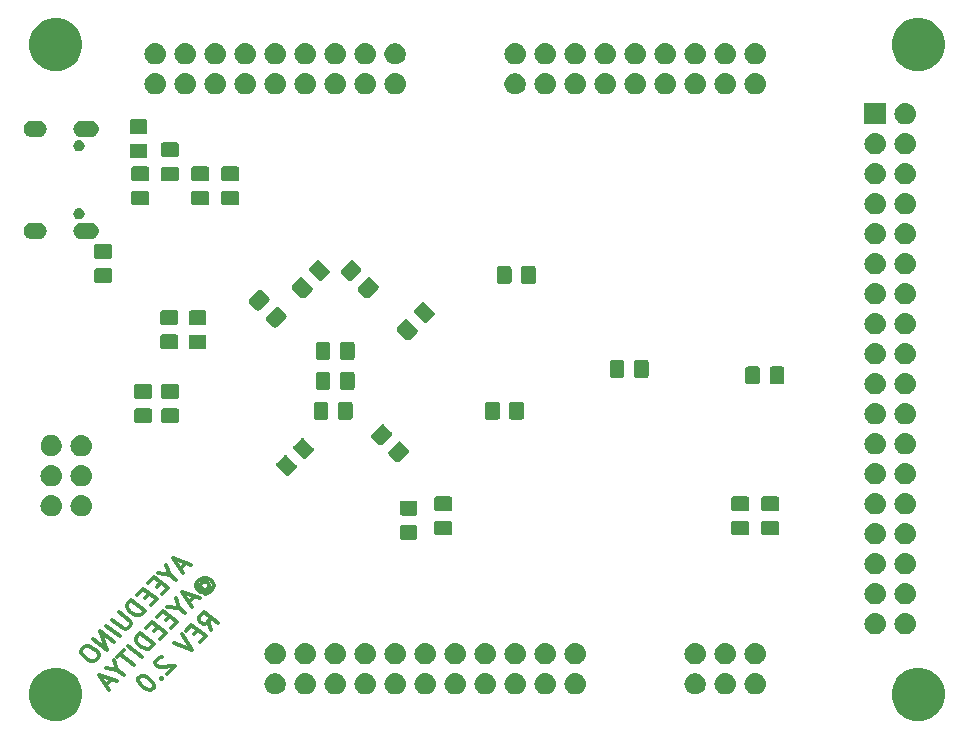
<source format=gbr>
G04 #@! TF.GenerationSoftware,KiCad,Pcbnew,(5.1.2-1)-1*
G04 #@! TF.CreationDate,2020-03-21T01:38:33+05:30*
G04 #@! TF.ProjectId,Mega,4d656761-2e6b-4696-9361-645f70636258,rev?*
G04 #@! TF.SameCoordinates,Original*
G04 #@! TF.FileFunction,Soldermask,Bot*
G04 #@! TF.FilePolarity,Negative*
%FSLAX46Y46*%
G04 Gerber Fmt 4.6, Leading zero omitted, Abs format (unit mm)*
G04 Created by KiCad (PCBNEW (5.1.2-1)-1) date 2020-03-21 01:38:33*
%MOMM*%
%LPD*%
G04 APERTURE LIST*
%ADD10C,0.300000*%
%ADD11C,0.100000*%
G04 APERTURE END LIST*
D10*
X28026004Y-60886804D02*
X27520928Y-61391880D01*
X28467946Y-61050954D02*
X26921150Y-60476430D01*
X27760839Y-61758061D01*
X26637045Y-61871703D02*
X27205255Y-62313645D01*
X26365566Y-61032014D02*
X26637045Y-61871703D01*
X25658459Y-61739120D01*
X25873117Y-62534615D02*
X25519563Y-62888169D01*
X25993072Y-63525828D02*
X26498149Y-63020751D01*
X25304906Y-62092674D01*
X24799830Y-62597750D01*
X24913472Y-63494260D02*
X24559918Y-63847814D01*
X25033427Y-64485473D02*
X25538504Y-63980396D01*
X24345261Y-63052319D01*
X23840185Y-63557395D01*
X24578859Y-64940041D02*
X23385616Y-64011964D01*
X23133078Y-64264502D01*
X23038376Y-64460219D01*
X23051003Y-64649622D01*
X23114138Y-64788518D01*
X23290914Y-65015803D01*
X23461377Y-65148385D01*
X23739169Y-65274654D01*
X23903319Y-65312535D01*
X24117977Y-65299908D01*
X24326321Y-65192579D01*
X24578859Y-64940041D01*
X22324956Y-65072624D02*
X23290914Y-65823925D01*
X23354049Y-65962821D01*
X23360362Y-66057522D01*
X23316168Y-66202732D01*
X23114138Y-66404762D01*
X22956301Y-66461583D01*
X22848972Y-66467897D01*
X22684823Y-66430016D01*
X21718864Y-65678715D01*
X22407031Y-67111869D02*
X21213788Y-66183792D01*
X21901954Y-67616945D02*
X20708712Y-66688868D01*
X21295863Y-68223037D01*
X20102620Y-67294959D01*
X19395513Y-68002066D02*
X19193483Y-68204097D01*
X19149289Y-68349306D01*
X19161916Y-68538710D01*
X19338692Y-68765994D01*
X19736440Y-69075353D01*
X20014232Y-69201622D01*
X20228889Y-69188995D01*
X20386726Y-69132174D01*
X20588756Y-68930144D01*
X20632950Y-68784934D01*
X20620323Y-68595531D01*
X20443547Y-68368246D01*
X20045799Y-68058887D01*
X19768007Y-67932618D01*
X19553350Y-67945245D01*
X19395513Y-68002066D01*
X29223035Y-62891957D02*
X29216721Y-62797255D01*
X29260915Y-62652045D01*
X29361931Y-62551030D01*
X29519767Y-62494209D01*
X29627096Y-62487896D01*
X29791246Y-62525776D01*
X29904888Y-62614165D01*
X29968022Y-62753061D01*
X29974336Y-62847762D01*
X29930142Y-62992972D01*
X29829126Y-63093987D01*
X29671290Y-63150808D01*
X29563961Y-63157122D01*
X29109393Y-62803568D02*
X29563961Y-63157122D01*
X29570275Y-63251823D01*
X29519767Y-63302331D01*
X29361931Y-63359152D01*
X29197781Y-63321271D01*
X28913676Y-63100301D01*
X28844228Y-62866703D01*
X28882108Y-62626792D01*
X29027318Y-62380567D01*
X29286169Y-62222731D01*
X29551334Y-62159596D01*
X29822813Y-62191163D01*
X30100605Y-62317432D01*
X30277381Y-62544717D01*
X30346829Y-62778314D01*
X30308949Y-63018226D01*
X30163739Y-63264450D01*
X29904888Y-63422287D01*
X29639723Y-63485421D01*
X28793720Y-63725332D02*
X28288644Y-64230409D01*
X29235662Y-63889482D02*
X27688866Y-63314958D01*
X28528555Y-64596589D01*
X27404760Y-64710231D02*
X27972971Y-65152173D01*
X27133282Y-63870542D02*
X27404760Y-64710231D01*
X26426175Y-64577649D01*
X26640832Y-65373144D02*
X26287279Y-65726697D01*
X26760788Y-66364356D02*
X27265864Y-65859280D01*
X26072621Y-64931202D01*
X25567545Y-65436278D01*
X25681187Y-66332789D02*
X25327634Y-66686342D01*
X25801143Y-67324001D02*
X26306219Y-66818925D01*
X25112977Y-65890847D01*
X24607900Y-66395923D01*
X25346574Y-67778570D02*
X24153332Y-66850492D01*
X23900794Y-67103030D01*
X23806092Y-67298747D01*
X23818719Y-67488151D01*
X23881853Y-67627047D01*
X24058630Y-67854331D01*
X24229093Y-67986914D01*
X24506885Y-68113183D01*
X24671035Y-68151063D01*
X24885692Y-68138436D01*
X25094036Y-68031108D01*
X25346574Y-67778570D01*
X24285914Y-68839230D02*
X23092671Y-67911152D01*
X22739118Y-68264705D02*
X22133027Y-68870797D01*
X23629315Y-69495829D02*
X22436072Y-68567751D01*
X22202475Y-69912517D02*
X22770685Y-70354459D01*
X21930996Y-69072828D02*
X22202475Y-69912517D01*
X21223889Y-69779934D01*
X21773160Y-70745893D02*
X21268083Y-71250969D01*
X22215101Y-70910042D02*
X20668305Y-70335518D01*
X21507995Y-71617149D01*
X30129646Y-66601742D02*
X29914989Y-65806246D01*
X30735738Y-65995650D02*
X29542495Y-65067572D01*
X29138434Y-65471633D01*
X29094240Y-65616843D01*
X29100553Y-65711545D01*
X29163688Y-65850441D01*
X29334151Y-65983023D01*
X29498301Y-66020904D01*
X29605630Y-66014590D01*
X29763466Y-65957769D01*
X30167527Y-65553708D01*
X29050046Y-66570174D02*
X28696492Y-66923728D01*
X29170001Y-67561386D02*
X29675078Y-67056310D01*
X28481835Y-66128233D01*
X27976759Y-66633309D01*
X27673713Y-66936355D02*
X28513402Y-68217986D01*
X26966606Y-67643461D01*
X25969081Y-68843018D02*
X25861752Y-68849331D01*
X25703916Y-68906152D01*
X25451377Y-69158690D01*
X25407183Y-69303900D01*
X25413497Y-69398601D01*
X25476631Y-69537497D01*
X25590273Y-69625886D01*
X25811244Y-69707961D01*
X27099189Y-69632199D01*
X26442590Y-70288798D01*
X25874379Y-70654979D02*
X25880692Y-70749680D01*
X25988021Y-70743367D01*
X25981707Y-70648665D01*
X25874379Y-70654979D01*
X25988021Y-70743367D01*
X24087671Y-70522396D02*
X23986656Y-70623411D01*
X23942462Y-70768621D01*
X23948775Y-70863323D01*
X24011910Y-71002219D01*
X24188687Y-71229503D01*
X24472792Y-71450474D01*
X24750584Y-71576743D01*
X24914734Y-71614624D01*
X25022063Y-71608310D01*
X25179899Y-71551489D01*
X25280914Y-71450474D01*
X25325108Y-71305264D01*
X25318795Y-71210563D01*
X25255660Y-71071667D01*
X25078884Y-70844382D01*
X24794778Y-70623411D01*
X24516986Y-70497142D01*
X24352836Y-70459262D01*
X24245508Y-70465575D01*
X24087671Y-70522396D01*
D11*
G36*
X90275880Y-69759776D02*
G01*
X90656593Y-69835504D01*
X91066249Y-70005189D01*
X91434929Y-70251534D01*
X91748466Y-70565071D01*
X91994811Y-70933751D01*
X92164496Y-71343407D01*
X92251000Y-71778296D01*
X92251000Y-72221704D01*
X92164496Y-72656593D01*
X91994811Y-73066249D01*
X91748466Y-73434929D01*
X91434929Y-73748466D01*
X91066249Y-73994811D01*
X90656593Y-74164496D01*
X90275880Y-74240224D01*
X90221705Y-74251000D01*
X89778295Y-74251000D01*
X89724120Y-74240224D01*
X89343407Y-74164496D01*
X88933751Y-73994811D01*
X88565071Y-73748466D01*
X88251534Y-73434929D01*
X88005189Y-73066249D01*
X87835504Y-72656593D01*
X87749000Y-72221704D01*
X87749000Y-71778296D01*
X87835504Y-71343407D01*
X88005189Y-70933751D01*
X88251534Y-70565071D01*
X88565071Y-70251534D01*
X88933751Y-70005189D01*
X89343407Y-69835504D01*
X89724120Y-69759776D01*
X89778295Y-69749000D01*
X90221705Y-69749000D01*
X90275880Y-69759776D01*
X90275880Y-69759776D01*
G37*
G36*
X17275880Y-69759776D02*
G01*
X17656593Y-69835504D01*
X18066249Y-70005189D01*
X18434929Y-70251534D01*
X18748466Y-70565071D01*
X18994811Y-70933751D01*
X19164496Y-71343407D01*
X19251000Y-71778296D01*
X19251000Y-72221704D01*
X19164496Y-72656593D01*
X18994811Y-73066249D01*
X18748466Y-73434929D01*
X18434929Y-73748466D01*
X18066249Y-73994811D01*
X17656593Y-74164496D01*
X17275880Y-74240224D01*
X17221705Y-74251000D01*
X16778295Y-74251000D01*
X16724120Y-74240224D01*
X16343407Y-74164496D01*
X15933751Y-73994811D01*
X15565071Y-73748466D01*
X15251534Y-73434929D01*
X15005189Y-73066249D01*
X14835504Y-72656593D01*
X14749000Y-72221704D01*
X14749000Y-71778296D01*
X14835504Y-71343407D01*
X15005189Y-70933751D01*
X15251534Y-70565071D01*
X15565071Y-70251534D01*
X15933751Y-70005189D01*
X16343407Y-69835504D01*
X16724120Y-69759776D01*
X16778295Y-69749000D01*
X17221705Y-69749000D01*
X17275880Y-69759776D01*
X17275880Y-69759776D01*
G37*
G36*
X38210442Y-70225518D02*
G01*
X38276627Y-70232037D01*
X38446466Y-70283557D01*
X38602991Y-70367222D01*
X38638729Y-70396552D01*
X38740186Y-70479814D01*
X38810154Y-70565072D01*
X38852778Y-70617009D01*
X38852779Y-70617011D01*
X38900004Y-70705361D01*
X38936443Y-70773534D01*
X38987963Y-70943373D01*
X39005359Y-71120000D01*
X38987963Y-71296627D01*
X38936443Y-71466466D01*
X38852778Y-71622991D01*
X38835012Y-71644639D01*
X38740186Y-71760186D01*
X38667480Y-71819853D01*
X38602991Y-71872778D01*
X38446466Y-71956443D01*
X38276627Y-72007963D01*
X38210443Y-72014481D01*
X38144260Y-72021000D01*
X38055740Y-72021000D01*
X37989557Y-72014481D01*
X37923373Y-72007963D01*
X37753534Y-71956443D01*
X37597009Y-71872778D01*
X37532520Y-71819853D01*
X37459814Y-71760186D01*
X37364988Y-71644639D01*
X37347222Y-71622991D01*
X37263557Y-71466466D01*
X37212037Y-71296627D01*
X37194641Y-71120000D01*
X37212037Y-70943373D01*
X37263557Y-70773534D01*
X37299997Y-70705361D01*
X37347221Y-70617011D01*
X37347222Y-70617009D01*
X37389846Y-70565072D01*
X37459814Y-70479814D01*
X37561271Y-70396552D01*
X37597009Y-70367222D01*
X37753534Y-70283557D01*
X37923373Y-70232037D01*
X37989558Y-70225518D01*
X38055740Y-70219000D01*
X38144260Y-70219000D01*
X38210442Y-70225518D01*
X38210442Y-70225518D01*
G37*
G36*
X35673512Y-70223927D02*
G01*
X35822812Y-70253624D01*
X35986784Y-70321544D01*
X36134354Y-70420147D01*
X36259853Y-70545646D01*
X36358456Y-70693216D01*
X36426376Y-70857188D01*
X36456073Y-71006488D01*
X36461000Y-71031258D01*
X36461000Y-71208742D01*
X36456073Y-71233512D01*
X36426376Y-71382812D01*
X36358456Y-71546784D01*
X36259853Y-71694354D01*
X36134354Y-71819853D01*
X35986784Y-71918456D01*
X35822812Y-71986376D01*
X35673512Y-72016073D01*
X35648742Y-72021000D01*
X35471258Y-72021000D01*
X35446488Y-72016073D01*
X35297188Y-71986376D01*
X35133216Y-71918456D01*
X34985646Y-71819853D01*
X34860147Y-71694354D01*
X34761544Y-71546784D01*
X34693624Y-71382812D01*
X34663927Y-71233512D01*
X34659000Y-71208742D01*
X34659000Y-71031258D01*
X34663927Y-71006488D01*
X34693624Y-70857188D01*
X34761544Y-70693216D01*
X34860147Y-70545646D01*
X34985646Y-70420147D01*
X35133216Y-70321544D01*
X35297188Y-70253624D01*
X35446488Y-70223927D01*
X35471258Y-70219000D01*
X35648742Y-70219000D01*
X35673512Y-70223927D01*
X35673512Y-70223927D01*
G37*
G36*
X71233512Y-70223927D02*
G01*
X71382812Y-70253624D01*
X71546784Y-70321544D01*
X71694354Y-70420147D01*
X71819853Y-70545646D01*
X71918456Y-70693216D01*
X71986376Y-70857188D01*
X72016073Y-71006488D01*
X72021000Y-71031258D01*
X72021000Y-71208742D01*
X72016073Y-71233512D01*
X71986376Y-71382812D01*
X71918456Y-71546784D01*
X71819853Y-71694354D01*
X71694354Y-71819853D01*
X71546784Y-71918456D01*
X71382812Y-71986376D01*
X71233512Y-72016073D01*
X71208742Y-72021000D01*
X71031258Y-72021000D01*
X71006488Y-72016073D01*
X70857188Y-71986376D01*
X70693216Y-71918456D01*
X70545646Y-71819853D01*
X70420147Y-71694354D01*
X70321544Y-71546784D01*
X70253624Y-71382812D01*
X70223927Y-71233512D01*
X70219000Y-71208742D01*
X70219000Y-71031258D01*
X70223927Y-71006488D01*
X70253624Y-70857188D01*
X70321544Y-70693216D01*
X70420147Y-70545646D01*
X70545646Y-70420147D01*
X70693216Y-70321544D01*
X70857188Y-70253624D01*
X71006488Y-70223927D01*
X71031258Y-70219000D01*
X71208742Y-70219000D01*
X71233512Y-70223927D01*
X71233512Y-70223927D01*
G37*
G36*
X73770442Y-70225518D02*
G01*
X73836627Y-70232037D01*
X74006466Y-70283557D01*
X74162991Y-70367222D01*
X74198729Y-70396552D01*
X74300186Y-70479814D01*
X74370154Y-70565072D01*
X74412778Y-70617009D01*
X74412779Y-70617011D01*
X74460004Y-70705361D01*
X74496443Y-70773534D01*
X74547963Y-70943373D01*
X74565359Y-71120000D01*
X74547963Y-71296627D01*
X74496443Y-71466466D01*
X74412778Y-71622991D01*
X74395012Y-71644639D01*
X74300186Y-71760186D01*
X74227480Y-71819853D01*
X74162991Y-71872778D01*
X74006466Y-71956443D01*
X73836627Y-72007963D01*
X73770443Y-72014481D01*
X73704260Y-72021000D01*
X73615740Y-72021000D01*
X73549557Y-72014481D01*
X73483373Y-72007963D01*
X73313534Y-71956443D01*
X73157009Y-71872778D01*
X73092520Y-71819853D01*
X73019814Y-71760186D01*
X72924988Y-71644639D01*
X72907222Y-71622991D01*
X72823557Y-71466466D01*
X72772037Y-71296627D01*
X72754641Y-71120000D01*
X72772037Y-70943373D01*
X72823557Y-70773534D01*
X72859997Y-70705361D01*
X72907221Y-70617011D01*
X72907222Y-70617009D01*
X72949846Y-70565072D01*
X73019814Y-70479814D01*
X73121271Y-70396552D01*
X73157009Y-70367222D01*
X73313534Y-70283557D01*
X73483373Y-70232037D01*
X73549558Y-70225518D01*
X73615740Y-70219000D01*
X73704260Y-70219000D01*
X73770442Y-70225518D01*
X73770442Y-70225518D01*
G37*
G36*
X76310442Y-70225518D02*
G01*
X76376627Y-70232037D01*
X76546466Y-70283557D01*
X76702991Y-70367222D01*
X76738729Y-70396552D01*
X76840186Y-70479814D01*
X76910154Y-70565072D01*
X76952778Y-70617009D01*
X76952779Y-70617011D01*
X77000004Y-70705361D01*
X77036443Y-70773534D01*
X77087963Y-70943373D01*
X77105359Y-71120000D01*
X77087963Y-71296627D01*
X77036443Y-71466466D01*
X76952778Y-71622991D01*
X76935012Y-71644639D01*
X76840186Y-71760186D01*
X76767480Y-71819853D01*
X76702991Y-71872778D01*
X76546466Y-71956443D01*
X76376627Y-72007963D01*
X76310443Y-72014481D01*
X76244260Y-72021000D01*
X76155740Y-72021000D01*
X76089557Y-72014481D01*
X76023373Y-72007963D01*
X75853534Y-71956443D01*
X75697009Y-71872778D01*
X75632520Y-71819853D01*
X75559814Y-71760186D01*
X75464988Y-71644639D01*
X75447222Y-71622991D01*
X75363557Y-71466466D01*
X75312037Y-71296627D01*
X75294641Y-71120000D01*
X75312037Y-70943373D01*
X75363557Y-70773534D01*
X75399997Y-70705361D01*
X75447221Y-70617011D01*
X75447222Y-70617009D01*
X75489846Y-70565072D01*
X75559814Y-70479814D01*
X75661271Y-70396552D01*
X75697009Y-70367222D01*
X75853534Y-70283557D01*
X76023373Y-70232037D01*
X76089558Y-70225518D01*
X76155740Y-70219000D01*
X76244260Y-70219000D01*
X76310442Y-70225518D01*
X76310442Y-70225518D01*
G37*
G36*
X40750442Y-70225518D02*
G01*
X40816627Y-70232037D01*
X40986466Y-70283557D01*
X41142991Y-70367222D01*
X41178729Y-70396552D01*
X41280186Y-70479814D01*
X41350154Y-70565072D01*
X41392778Y-70617009D01*
X41392779Y-70617011D01*
X41440004Y-70705361D01*
X41476443Y-70773534D01*
X41527963Y-70943373D01*
X41545359Y-71120000D01*
X41527963Y-71296627D01*
X41476443Y-71466466D01*
X41392778Y-71622991D01*
X41375012Y-71644639D01*
X41280186Y-71760186D01*
X41207480Y-71819853D01*
X41142991Y-71872778D01*
X40986466Y-71956443D01*
X40816627Y-72007963D01*
X40750443Y-72014481D01*
X40684260Y-72021000D01*
X40595740Y-72021000D01*
X40529557Y-72014481D01*
X40463373Y-72007963D01*
X40293534Y-71956443D01*
X40137009Y-71872778D01*
X40072520Y-71819853D01*
X39999814Y-71760186D01*
X39904988Y-71644639D01*
X39887222Y-71622991D01*
X39803557Y-71466466D01*
X39752037Y-71296627D01*
X39734641Y-71120000D01*
X39752037Y-70943373D01*
X39803557Y-70773534D01*
X39839997Y-70705361D01*
X39887221Y-70617011D01*
X39887222Y-70617009D01*
X39929846Y-70565072D01*
X39999814Y-70479814D01*
X40101271Y-70396552D01*
X40137009Y-70367222D01*
X40293534Y-70283557D01*
X40463373Y-70232037D01*
X40529558Y-70225518D01*
X40595740Y-70219000D01*
X40684260Y-70219000D01*
X40750442Y-70225518D01*
X40750442Y-70225518D01*
G37*
G36*
X43290442Y-70225518D02*
G01*
X43356627Y-70232037D01*
X43526466Y-70283557D01*
X43682991Y-70367222D01*
X43718729Y-70396552D01*
X43820186Y-70479814D01*
X43890154Y-70565072D01*
X43932778Y-70617009D01*
X43932779Y-70617011D01*
X43980004Y-70705361D01*
X44016443Y-70773534D01*
X44067963Y-70943373D01*
X44085359Y-71120000D01*
X44067963Y-71296627D01*
X44016443Y-71466466D01*
X43932778Y-71622991D01*
X43915012Y-71644639D01*
X43820186Y-71760186D01*
X43747480Y-71819853D01*
X43682991Y-71872778D01*
X43526466Y-71956443D01*
X43356627Y-72007963D01*
X43290443Y-72014481D01*
X43224260Y-72021000D01*
X43135740Y-72021000D01*
X43069557Y-72014481D01*
X43003373Y-72007963D01*
X42833534Y-71956443D01*
X42677009Y-71872778D01*
X42612520Y-71819853D01*
X42539814Y-71760186D01*
X42444988Y-71644639D01*
X42427222Y-71622991D01*
X42343557Y-71466466D01*
X42292037Y-71296627D01*
X42274641Y-71120000D01*
X42292037Y-70943373D01*
X42343557Y-70773534D01*
X42379997Y-70705361D01*
X42427221Y-70617011D01*
X42427222Y-70617009D01*
X42469846Y-70565072D01*
X42539814Y-70479814D01*
X42641271Y-70396552D01*
X42677009Y-70367222D01*
X42833534Y-70283557D01*
X43003373Y-70232037D01*
X43069558Y-70225518D01*
X43135740Y-70219000D01*
X43224260Y-70219000D01*
X43290442Y-70225518D01*
X43290442Y-70225518D01*
G37*
G36*
X45830442Y-70225518D02*
G01*
X45896627Y-70232037D01*
X46066466Y-70283557D01*
X46222991Y-70367222D01*
X46258729Y-70396552D01*
X46360186Y-70479814D01*
X46430154Y-70565072D01*
X46472778Y-70617009D01*
X46472779Y-70617011D01*
X46520004Y-70705361D01*
X46556443Y-70773534D01*
X46607963Y-70943373D01*
X46625359Y-71120000D01*
X46607963Y-71296627D01*
X46556443Y-71466466D01*
X46472778Y-71622991D01*
X46455012Y-71644639D01*
X46360186Y-71760186D01*
X46287480Y-71819853D01*
X46222991Y-71872778D01*
X46066466Y-71956443D01*
X45896627Y-72007963D01*
X45830443Y-72014481D01*
X45764260Y-72021000D01*
X45675740Y-72021000D01*
X45609557Y-72014481D01*
X45543373Y-72007963D01*
X45373534Y-71956443D01*
X45217009Y-71872778D01*
X45152520Y-71819853D01*
X45079814Y-71760186D01*
X44984988Y-71644639D01*
X44967222Y-71622991D01*
X44883557Y-71466466D01*
X44832037Y-71296627D01*
X44814641Y-71120000D01*
X44832037Y-70943373D01*
X44883557Y-70773534D01*
X44919997Y-70705361D01*
X44967221Y-70617011D01*
X44967222Y-70617009D01*
X45009846Y-70565072D01*
X45079814Y-70479814D01*
X45181271Y-70396552D01*
X45217009Y-70367222D01*
X45373534Y-70283557D01*
X45543373Y-70232037D01*
X45609558Y-70225518D01*
X45675740Y-70219000D01*
X45764260Y-70219000D01*
X45830442Y-70225518D01*
X45830442Y-70225518D01*
G37*
G36*
X48370442Y-70225518D02*
G01*
X48436627Y-70232037D01*
X48606466Y-70283557D01*
X48762991Y-70367222D01*
X48798729Y-70396552D01*
X48900186Y-70479814D01*
X48970154Y-70565072D01*
X49012778Y-70617009D01*
X49012779Y-70617011D01*
X49060004Y-70705361D01*
X49096443Y-70773534D01*
X49147963Y-70943373D01*
X49165359Y-71120000D01*
X49147963Y-71296627D01*
X49096443Y-71466466D01*
X49012778Y-71622991D01*
X48995012Y-71644639D01*
X48900186Y-71760186D01*
X48827480Y-71819853D01*
X48762991Y-71872778D01*
X48606466Y-71956443D01*
X48436627Y-72007963D01*
X48370443Y-72014481D01*
X48304260Y-72021000D01*
X48215740Y-72021000D01*
X48149557Y-72014481D01*
X48083373Y-72007963D01*
X47913534Y-71956443D01*
X47757009Y-71872778D01*
X47692520Y-71819853D01*
X47619814Y-71760186D01*
X47524988Y-71644639D01*
X47507222Y-71622991D01*
X47423557Y-71466466D01*
X47372037Y-71296627D01*
X47354641Y-71120000D01*
X47372037Y-70943373D01*
X47423557Y-70773534D01*
X47459997Y-70705361D01*
X47507221Y-70617011D01*
X47507222Y-70617009D01*
X47549846Y-70565072D01*
X47619814Y-70479814D01*
X47721271Y-70396552D01*
X47757009Y-70367222D01*
X47913534Y-70283557D01*
X48083373Y-70232037D01*
X48149558Y-70225518D01*
X48215740Y-70219000D01*
X48304260Y-70219000D01*
X48370442Y-70225518D01*
X48370442Y-70225518D01*
G37*
G36*
X50910442Y-70225518D02*
G01*
X50976627Y-70232037D01*
X51146466Y-70283557D01*
X51302991Y-70367222D01*
X51338729Y-70396552D01*
X51440186Y-70479814D01*
X51510154Y-70565072D01*
X51552778Y-70617009D01*
X51552779Y-70617011D01*
X51600004Y-70705361D01*
X51636443Y-70773534D01*
X51687963Y-70943373D01*
X51705359Y-71120000D01*
X51687963Y-71296627D01*
X51636443Y-71466466D01*
X51552778Y-71622991D01*
X51535012Y-71644639D01*
X51440186Y-71760186D01*
X51367480Y-71819853D01*
X51302991Y-71872778D01*
X51146466Y-71956443D01*
X50976627Y-72007963D01*
X50910443Y-72014481D01*
X50844260Y-72021000D01*
X50755740Y-72021000D01*
X50689557Y-72014481D01*
X50623373Y-72007963D01*
X50453534Y-71956443D01*
X50297009Y-71872778D01*
X50232520Y-71819853D01*
X50159814Y-71760186D01*
X50064988Y-71644639D01*
X50047222Y-71622991D01*
X49963557Y-71466466D01*
X49912037Y-71296627D01*
X49894641Y-71120000D01*
X49912037Y-70943373D01*
X49963557Y-70773534D01*
X49999997Y-70705361D01*
X50047221Y-70617011D01*
X50047222Y-70617009D01*
X50089846Y-70565072D01*
X50159814Y-70479814D01*
X50261271Y-70396552D01*
X50297009Y-70367222D01*
X50453534Y-70283557D01*
X50623373Y-70232037D01*
X50689558Y-70225518D01*
X50755740Y-70219000D01*
X50844260Y-70219000D01*
X50910442Y-70225518D01*
X50910442Y-70225518D01*
G37*
G36*
X53450442Y-70225518D02*
G01*
X53516627Y-70232037D01*
X53686466Y-70283557D01*
X53842991Y-70367222D01*
X53878729Y-70396552D01*
X53980186Y-70479814D01*
X54050154Y-70565072D01*
X54092778Y-70617009D01*
X54092779Y-70617011D01*
X54140004Y-70705361D01*
X54176443Y-70773534D01*
X54227963Y-70943373D01*
X54245359Y-71120000D01*
X54227963Y-71296627D01*
X54176443Y-71466466D01*
X54092778Y-71622991D01*
X54075012Y-71644639D01*
X53980186Y-71760186D01*
X53907480Y-71819853D01*
X53842991Y-71872778D01*
X53686466Y-71956443D01*
X53516627Y-72007963D01*
X53450443Y-72014481D01*
X53384260Y-72021000D01*
X53295740Y-72021000D01*
X53229557Y-72014481D01*
X53163373Y-72007963D01*
X52993534Y-71956443D01*
X52837009Y-71872778D01*
X52772520Y-71819853D01*
X52699814Y-71760186D01*
X52604988Y-71644639D01*
X52587222Y-71622991D01*
X52503557Y-71466466D01*
X52452037Y-71296627D01*
X52434641Y-71120000D01*
X52452037Y-70943373D01*
X52503557Y-70773534D01*
X52539997Y-70705361D01*
X52587221Y-70617011D01*
X52587222Y-70617009D01*
X52629846Y-70565072D01*
X52699814Y-70479814D01*
X52801271Y-70396552D01*
X52837009Y-70367222D01*
X52993534Y-70283557D01*
X53163373Y-70232037D01*
X53229558Y-70225518D01*
X53295740Y-70219000D01*
X53384260Y-70219000D01*
X53450442Y-70225518D01*
X53450442Y-70225518D01*
G37*
G36*
X55990442Y-70225518D02*
G01*
X56056627Y-70232037D01*
X56226466Y-70283557D01*
X56382991Y-70367222D01*
X56418729Y-70396552D01*
X56520186Y-70479814D01*
X56590154Y-70565072D01*
X56632778Y-70617009D01*
X56632779Y-70617011D01*
X56680004Y-70705361D01*
X56716443Y-70773534D01*
X56767963Y-70943373D01*
X56785359Y-71120000D01*
X56767963Y-71296627D01*
X56716443Y-71466466D01*
X56632778Y-71622991D01*
X56615012Y-71644639D01*
X56520186Y-71760186D01*
X56447480Y-71819853D01*
X56382991Y-71872778D01*
X56226466Y-71956443D01*
X56056627Y-72007963D01*
X55990443Y-72014481D01*
X55924260Y-72021000D01*
X55835740Y-72021000D01*
X55769557Y-72014481D01*
X55703373Y-72007963D01*
X55533534Y-71956443D01*
X55377009Y-71872778D01*
X55312520Y-71819853D01*
X55239814Y-71760186D01*
X55144988Y-71644639D01*
X55127222Y-71622991D01*
X55043557Y-71466466D01*
X54992037Y-71296627D01*
X54974641Y-71120000D01*
X54992037Y-70943373D01*
X55043557Y-70773534D01*
X55079997Y-70705361D01*
X55127221Y-70617011D01*
X55127222Y-70617009D01*
X55169846Y-70565072D01*
X55239814Y-70479814D01*
X55341271Y-70396552D01*
X55377009Y-70367222D01*
X55533534Y-70283557D01*
X55703373Y-70232037D01*
X55769558Y-70225518D01*
X55835740Y-70219000D01*
X55924260Y-70219000D01*
X55990442Y-70225518D01*
X55990442Y-70225518D01*
G37*
G36*
X58530442Y-70225518D02*
G01*
X58596627Y-70232037D01*
X58766466Y-70283557D01*
X58922991Y-70367222D01*
X58958729Y-70396552D01*
X59060186Y-70479814D01*
X59130154Y-70565072D01*
X59172778Y-70617009D01*
X59172779Y-70617011D01*
X59220004Y-70705361D01*
X59256443Y-70773534D01*
X59307963Y-70943373D01*
X59325359Y-71120000D01*
X59307963Y-71296627D01*
X59256443Y-71466466D01*
X59172778Y-71622991D01*
X59155012Y-71644639D01*
X59060186Y-71760186D01*
X58987480Y-71819853D01*
X58922991Y-71872778D01*
X58766466Y-71956443D01*
X58596627Y-72007963D01*
X58530443Y-72014481D01*
X58464260Y-72021000D01*
X58375740Y-72021000D01*
X58309557Y-72014481D01*
X58243373Y-72007963D01*
X58073534Y-71956443D01*
X57917009Y-71872778D01*
X57852520Y-71819853D01*
X57779814Y-71760186D01*
X57684988Y-71644639D01*
X57667222Y-71622991D01*
X57583557Y-71466466D01*
X57532037Y-71296627D01*
X57514641Y-71120000D01*
X57532037Y-70943373D01*
X57583557Y-70773534D01*
X57619997Y-70705361D01*
X57667221Y-70617011D01*
X57667222Y-70617009D01*
X57709846Y-70565072D01*
X57779814Y-70479814D01*
X57881271Y-70396552D01*
X57917009Y-70367222D01*
X58073534Y-70283557D01*
X58243373Y-70232037D01*
X58309558Y-70225518D01*
X58375740Y-70219000D01*
X58464260Y-70219000D01*
X58530442Y-70225518D01*
X58530442Y-70225518D01*
G37*
G36*
X61070442Y-70225518D02*
G01*
X61136627Y-70232037D01*
X61306466Y-70283557D01*
X61462991Y-70367222D01*
X61498729Y-70396552D01*
X61600186Y-70479814D01*
X61670154Y-70565072D01*
X61712778Y-70617009D01*
X61712779Y-70617011D01*
X61760004Y-70705361D01*
X61796443Y-70773534D01*
X61847963Y-70943373D01*
X61865359Y-71120000D01*
X61847963Y-71296627D01*
X61796443Y-71466466D01*
X61712778Y-71622991D01*
X61695012Y-71644639D01*
X61600186Y-71760186D01*
X61527480Y-71819853D01*
X61462991Y-71872778D01*
X61306466Y-71956443D01*
X61136627Y-72007963D01*
X61070443Y-72014481D01*
X61004260Y-72021000D01*
X60915740Y-72021000D01*
X60849557Y-72014481D01*
X60783373Y-72007963D01*
X60613534Y-71956443D01*
X60457009Y-71872778D01*
X60392520Y-71819853D01*
X60319814Y-71760186D01*
X60224988Y-71644639D01*
X60207222Y-71622991D01*
X60123557Y-71466466D01*
X60072037Y-71296627D01*
X60054641Y-71120000D01*
X60072037Y-70943373D01*
X60123557Y-70773534D01*
X60159997Y-70705361D01*
X60207221Y-70617011D01*
X60207222Y-70617009D01*
X60249846Y-70565072D01*
X60319814Y-70479814D01*
X60421271Y-70396552D01*
X60457009Y-70367222D01*
X60613534Y-70283557D01*
X60783373Y-70232037D01*
X60849558Y-70225518D01*
X60915740Y-70219000D01*
X61004260Y-70219000D01*
X61070442Y-70225518D01*
X61070442Y-70225518D01*
G37*
G36*
X45830443Y-67685519D02*
G01*
X45896627Y-67692037D01*
X46066466Y-67743557D01*
X46222991Y-67827222D01*
X46258729Y-67856552D01*
X46360186Y-67939814D01*
X46443448Y-68041271D01*
X46472778Y-68077009D01*
X46556443Y-68233534D01*
X46607963Y-68403373D01*
X46625359Y-68580000D01*
X46607963Y-68756627D01*
X46556443Y-68926466D01*
X46472778Y-69082991D01*
X46443448Y-69118729D01*
X46360186Y-69220186D01*
X46258729Y-69303448D01*
X46222991Y-69332778D01*
X46066466Y-69416443D01*
X45896627Y-69467963D01*
X45830442Y-69474482D01*
X45764260Y-69481000D01*
X45675740Y-69481000D01*
X45609558Y-69474482D01*
X45543373Y-69467963D01*
X45373534Y-69416443D01*
X45217009Y-69332778D01*
X45181271Y-69303448D01*
X45079814Y-69220186D01*
X44996552Y-69118729D01*
X44967222Y-69082991D01*
X44883557Y-68926466D01*
X44832037Y-68756627D01*
X44814641Y-68580000D01*
X44832037Y-68403373D01*
X44883557Y-68233534D01*
X44967222Y-68077009D01*
X44996552Y-68041271D01*
X45079814Y-67939814D01*
X45181271Y-67856552D01*
X45217009Y-67827222D01*
X45373534Y-67743557D01*
X45543373Y-67692037D01*
X45609557Y-67685519D01*
X45675740Y-67679000D01*
X45764260Y-67679000D01*
X45830443Y-67685519D01*
X45830443Y-67685519D01*
G37*
G36*
X71230443Y-67685519D02*
G01*
X71296627Y-67692037D01*
X71466466Y-67743557D01*
X71622991Y-67827222D01*
X71658729Y-67856552D01*
X71760186Y-67939814D01*
X71843448Y-68041271D01*
X71872778Y-68077009D01*
X71956443Y-68233534D01*
X72007963Y-68403373D01*
X72025359Y-68580000D01*
X72007963Y-68756627D01*
X71956443Y-68926466D01*
X71872778Y-69082991D01*
X71843448Y-69118729D01*
X71760186Y-69220186D01*
X71658729Y-69303448D01*
X71622991Y-69332778D01*
X71466466Y-69416443D01*
X71296627Y-69467963D01*
X71230442Y-69474482D01*
X71164260Y-69481000D01*
X71075740Y-69481000D01*
X71009558Y-69474482D01*
X70943373Y-69467963D01*
X70773534Y-69416443D01*
X70617009Y-69332778D01*
X70581271Y-69303448D01*
X70479814Y-69220186D01*
X70396552Y-69118729D01*
X70367222Y-69082991D01*
X70283557Y-68926466D01*
X70232037Y-68756627D01*
X70214641Y-68580000D01*
X70232037Y-68403373D01*
X70283557Y-68233534D01*
X70367222Y-68077009D01*
X70396552Y-68041271D01*
X70479814Y-67939814D01*
X70581271Y-67856552D01*
X70617009Y-67827222D01*
X70773534Y-67743557D01*
X70943373Y-67692037D01*
X71009557Y-67685519D01*
X71075740Y-67679000D01*
X71164260Y-67679000D01*
X71230443Y-67685519D01*
X71230443Y-67685519D01*
G37*
G36*
X48370443Y-67685519D02*
G01*
X48436627Y-67692037D01*
X48606466Y-67743557D01*
X48762991Y-67827222D01*
X48798729Y-67856552D01*
X48900186Y-67939814D01*
X48983448Y-68041271D01*
X49012778Y-68077009D01*
X49096443Y-68233534D01*
X49147963Y-68403373D01*
X49165359Y-68580000D01*
X49147963Y-68756627D01*
X49096443Y-68926466D01*
X49012778Y-69082991D01*
X48983448Y-69118729D01*
X48900186Y-69220186D01*
X48798729Y-69303448D01*
X48762991Y-69332778D01*
X48606466Y-69416443D01*
X48436627Y-69467963D01*
X48370442Y-69474482D01*
X48304260Y-69481000D01*
X48215740Y-69481000D01*
X48149558Y-69474482D01*
X48083373Y-69467963D01*
X47913534Y-69416443D01*
X47757009Y-69332778D01*
X47721271Y-69303448D01*
X47619814Y-69220186D01*
X47536552Y-69118729D01*
X47507222Y-69082991D01*
X47423557Y-68926466D01*
X47372037Y-68756627D01*
X47354641Y-68580000D01*
X47372037Y-68403373D01*
X47423557Y-68233534D01*
X47507222Y-68077009D01*
X47536552Y-68041271D01*
X47619814Y-67939814D01*
X47721271Y-67856552D01*
X47757009Y-67827222D01*
X47913534Y-67743557D01*
X48083373Y-67692037D01*
X48149557Y-67685519D01*
X48215740Y-67679000D01*
X48304260Y-67679000D01*
X48370443Y-67685519D01*
X48370443Y-67685519D01*
G37*
G36*
X61070443Y-67685519D02*
G01*
X61136627Y-67692037D01*
X61306466Y-67743557D01*
X61462991Y-67827222D01*
X61498729Y-67856552D01*
X61600186Y-67939814D01*
X61683448Y-68041271D01*
X61712778Y-68077009D01*
X61796443Y-68233534D01*
X61847963Y-68403373D01*
X61865359Y-68580000D01*
X61847963Y-68756627D01*
X61796443Y-68926466D01*
X61712778Y-69082991D01*
X61683448Y-69118729D01*
X61600186Y-69220186D01*
X61498729Y-69303448D01*
X61462991Y-69332778D01*
X61306466Y-69416443D01*
X61136627Y-69467963D01*
X61070442Y-69474482D01*
X61004260Y-69481000D01*
X60915740Y-69481000D01*
X60849558Y-69474482D01*
X60783373Y-69467963D01*
X60613534Y-69416443D01*
X60457009Y-69332778D01*
X60421271Y-69303448D01*
X60319814Y-69220186D01*
X60236552Y-69118729D01*
X60207222Y-69082991D01*
X60123557Y-68926466D01*
X60072037Y-68756627D01*
X60054641Y-68580000D01*
X60072037Y-68403373D01*
X60123557Y-68233534D01*
X60207222Y-68077009D01*
X60236552Y-68041271D01*
X60319814Y-67939814D01*
X60421271Y-67856552D01*
X60457009Y-67827222D01*
X60613534Y-67743557D01*
X60783373Y-67692037D01*
X60849557Y-67685519D01*
X60915740Y-67679000D01*
X61004260Y-67679000D01*
X61070443Y-67685519D01*
X61070443Y-67685519D01*
G37*
G36*
X35670443Y-67685519D02*
G01*
X35736627Y-67692037D01*
X35906466Y-67743557D01*
X36062991Y-67827222D01*
X36098729Y-67856552D01*
X36200186Y-67939814D01*
X36283448Y-68041271D01*
X36312778Y-68077009D01*
X36396443Y-68233534D01*
X36447963Y-68403373D01*
X36465359Y-68580000D01*
X36447963Y-68756627D01*
X36396443Y-68926466D01*
X36312778Y-69082991D01*
X36283448Y-69118729D01*
X36200186Y-69220186D01*
X36098729Y-69303448D01*
X36062991Y-69332778D01*
X35906466Y-69416443D01*
X35736627Y-69467963D01*
X35670442Y-69474482D01*
X35604260Y-69481000D01*
X35515740Y-69481000D01*
X35449558Y-69474482D01*
X35383373Y-69467963D01*
X35213534Y-69416443D01*
X35057009Y-69332778D01*
X35021271Y-69303448D01*
X34919814Y-69220186D01*
X34836552Y-69118729D01*
X34807222Y-69082991D01*
X34723557Y-68926466D01*
X34672037Y-68756627D01*
X34654641Y-68580000D01*
X34672037Y-68403373D01*
X34723557Y-68233534D01*
X34807222Y-68077009D01*
X34836552Y-68041271D01*
X34919814Y-67939814D01*
X35021271Y-67856552D01*
X35057009Y-67827222D01*
X35213534Y-67743557D01*
X35383373Y-67692037D01*
X35449557Y-67685519D01*
X35515740Y-67679000D01*
X35604260Y-67679000D01*
X35670443Y-67685519D01*
X35670443Y-67685519D01*
G37*
G36*
X58530443Y-67685519D02*
G01*
X58596627Y-67692037D01*
X58766466Y-67743557D01*
X58922991Y-67827222D01*
X58958729Y-67856552D01*
X59060186Y-67939814D01*
X59143448Y-68041271D01*
X59172778Y-68077009D01*
X59256443Y-68233534D01*
X59307963Y-68403373D01*
X59325359Y-68580000D01*
X59307963Y-68756627D01*
X59256443Y-68926466D01*
X59172778Y-69082991D01*
X59143448Y-69118729D01*
X59060186Y-69220186D01*
X58958729Y-69303448D01*
X58922991Y-69332778D01*
X58766466Y-69416443D01*
X58596627Y-69467963D01*
X58530442Y-69474482D01*
X58464260Y-69481000D01*
X58375740Y-69481000D01*
X58309558Y-69474482D01*
X58243373Y-69467963D01*
X58073534Y-69416443D01*
X57917009Y-69332778D01*
X57881271Y-69303448D01*
X57779814Y-69220186D01*
X57696552Y-69118729D01*
X57667222Y-69082991D01*
X57583557Y-68926466D01*
X57532037Y-68756627D01*
X57514641Y-68580000D01*
X57532037Y-68403373D01*
X57583557Y-68233534D01*
X57667222Y-68077009D01*
X57696552Y-68041271D01*
X57779814Y-67939814D01*
X57881271Y-67856552D01*
X57917009Y-67827222D01*
X58073534Y-67743557D01*
X58243373Y-67692037D01*
X58309557Y-67685519D01*
X58375740Y-67679000D01*
X58464260Y-67679000D01*
X58530443Y-67685519D01*
X58530443Y-67685519D01*
G37*
G36*
X38210443Y-67685519D02*
G01*
X38276627Y-67692037D01*
X38446466Y-67743557D01*
X38602991Y-67827222D01*
X38638729Y-67856552D01*
X38740186Y-67939814D01*
X38823448Y-68041271D01*
X38852778Y-68077009D01*
X38936443Y-68233534D01*
X38987963Y-68403373D01*
X39005359Y-68580000D01*
X38987963Y-68756627D01*
X38936443Y-68926466D01*
X38852778Y-69082991D01*
X38823448Y-69118729D01*
X38740186Y-69220186D01*
X38638729Y-69303448D01*
X38602991Y-69332778D01*
X38446466Y-69416443D01*
X38276627Y-69467963D01*
X38210442Y-69474482D01*
X38144260Y-69481000D01*
X38055740Y-69481000D01*
X37989558Y-69474482D01*
X37923373Y-69467963D01*
X37753534Y-69416443D01*
X37597009Y-69332778D01*
X37561271Y-69303448D01*
X37459814Y-69220186D01*
X37376552Y-69118729D01*
X37347222Y-69082991D01*
X37263557Y-68926466D01*
X37212037Y-68756627D01*
X37194641Y-68580000D01*
X37212037Y-68403373D01*
X37263557Y-68233534D01*
X37347222Y-68077009D01*
X37376552Y-68041271D01*
X37459814Y-67939814D01*
X37561271Y-67856552D01*
X37597009Y-67827222D01*
X37753534Y-67743557D01*
X37923373Y-67692037D01*
X37989557Y-67685519D01*
X38055740Y-67679000D01*
X38144260Y-67679000D01*
X38210443Y-67685519D01*
X38210443Y-67685519D01*
G37*
G36*
X55990443Y-67685519D02*
G01*
X56056627Y-67692037D01*
X56226466Y-67743557D01*
X56382991Y-67827222D01*
X56418729Y-67856552D01*
X56520186Y-67939814D01*
X56603448Y-68041271D01*
X56632778Y-68077009D01*
X56716443Y-68233534D01*
X56767963Y-68403373D01*
X56785359Y-68580000D01*
X56767963Y-68756627D01*
X56716443Y-68926466D01*
X56632778Y-69082991D01*
X56603448Y-69118729D01*
X56520186Y-69220186D01*
X56418729Y-69303448D01*
X56382991Y-69332778D01*
X56226466Y-69416443D01*
X56056627Y-69467963D01*
X55990442Y-69474482D01*
X55924260Y-69481000D01*
X55835740Y-69481000D01*
X55769558Y-69474482D01*
X55703373Y-69467963D01*
X55533534Y-69416443D01*
X55377009Y-69332778D01*
X55341271Y-69303448D01*
X55239814Y-69220186D01*
X55156552Y-69118729D01*
X55127222Y-69082991D01*
X55043557Y-68926466D01*
X54992037Y-68756627D01*
X54974641Y-68580000D01*
X54992037Y-68403373D01*
X55043557Y-68233534D01*
X55127222Y-68077009D01*
X55156552Y-68041271D01*
X55239814Y-67939814D01*
X55341271Y-67856552D01*
X55377009Y-67827222D01*
X55533534Y-67743557D01*
X55703373Y-67692037D01*
X55769557Y-67685519D01*
X55835740Y-67679000D01*
X55924260Y-67679000D01*
X55990443Y-67685519D01*
X55990443Y-67685519D01*
G37*
G36*
X40750443Y-67685519D02*
G01*
X40816627Y-67692037D01*
X40986466Y-67743557D01*
X41142991Y-67827222D01*
X41178729Y-67856552D01*
X41280186Y-67939814D01*
X41363448Y-68041271D01*
X41392778Y-68077009D01*
X41476443Y-68233534D01*
X41527963Y-68403373D01*
X41545359Y-68580000D01*
X41527963Y-68756627D01*
X41476443Y-68926466D01*
X41392778Y-69082991D01*
X41363448Y-69118729D01*
X41280186Y-69220186D01*
X41178729Y-69303448D01*
X41142991Y-69332778D01*
X40986466Y-69416443D01*
X40816627Y-69467963D01*
X40750442Y-69474482D01*
X40684260Y-69481000D01*
X40595740Y-69481000D01*
X40529558Y-69474482D01*
X40463373Y-69467963D01*
X40293534Y-69416443D01*
X40137009Y-69332778D01*
X40101271Y-69303448D01*
X39999814Y-69220186D01*
X39916552Y-69118729D01*
X39887222Y-69082991D01*
X39803557Y-68926466D01*
X39752037Y-68756627D01*
X39734641Y-68580000D01*
X39752037Y-68403373D01*
X39803557Y-68233534D01*
X39887222Y-68077009D01*
X39916552Y-68041271D01*
X39999814Y-67939814D01*
X40101271Y-67856552D01*
X40137009Y-67827222D01*
X40293534Y-67743557D01*
X40463373Y-67692037D01*
X40529557Y-67685519D01*
X40595740Y-67679000D01*
X40684260Y-67679000D01*
X40750443Y-67685519D01*
X40750443Y-67685519D01*
G37*
G36*
X53450443Y-67685519D02*
G01*
X53516627Y-67692037D01*
X53686466Y-67743557D01*
X53842991Y-67827222D01*
X53878729Y-67856552D01*
X53980186Y-67939814D01*
X54063448Y-68041271D01*
X54092778Y-68077009D01*
X54176443Y-68233534D01*
X54227963Y-68403373D01*
X54245359Y-68580000D01*
X54227963Y-68756627D01*
X54176443Y-68926466D01*
X54092778Y-69082991D01*
X54063448Y-69118729D01*
X53980186Y-69220186D01*
X53878729Y-69303448D01*
X53842991Y-69332778D01*
X53686466Y-69416443D01*
X53516627Y-69467963D01*
X53450442Y-69474482D01*
X53384260Y-69481000D01*
X53295740Y-69481000D01*
X53229558Y-69474482D01*
X53163373Y-69467963D01*
X52993534Y-69416443D01*
X52837009Y-69332778D01*
X52801271Y-69303448D01*
X52699814Y-69220186D01*
X52616552Y-69118729D01*
X52587222Y-69082991D01*
X52503557Y-68926466D01*
X52452037Y-68756627D01*
X52434641Y-68580000D01*
X52452037Y-68403373D01*
X52503557Y-68233534D01*
X52587222Y-68077009D01*
X52616552Y-68041271D01*
X52699814Y-67939814D01*
X52801271Y-67856552D01*
X52837009Y-67827222D01*
X52993534Y-67743557D01*
X53163373Y-67692037D01*
X53229557Y-67685519D01*
X53295740Y-67679000D01*
X53384260Y-67679000D01*
X53450443Y-67685519D01*
X53450443Y-67685519D01*
G37*
G36*
X43290443Y-67685519D02*
G01*
X43356627Y-67692037D01*
X43526466Y-67743557D01*
X43682991Y-67827222D01*
X43718729Y-67856552D01*
X43820186Y-67939814D01*
X43903448Y-68041271D01*
X43932778Y-68077009D01*
X44016443Y-68233534D01*
X44067963Y-68403373D01*
X44085359Y-68580000D01*
X44067963Y-68756627D01*
X44016443Y-68926466D01*
X43932778Y-69082991D01*
X43903448Y-69118729D01*
X43820186Y-69220186D01*
X43718729Y-69303448D01*
X43682991Y-69332778D01*
X43526466Y-69416443D01*
X43356627Y-69467963D01*
X43290442Y-69474482D01*
X43224260Y-69481000D01*
X43135740Y-69481000D01*
X43069558Y-69474482D01*
X43003373Y-69467963D01*
X42833534Y-69416443D01*
X42677009Y-69332778D01*
X42641271Y-69303448D01*
X42539814Y-69220186D01*
X42456552Y-69118729D01*
X42427222Y-69082991D01*
X42343557Y-68926466D01*
X42292037Y-68756627D01*
X42274641Y-68580000D01*
X42292037Y-68403373D01*
X42343557Y-68233534D01*
X42427222Y-68077009D01*
X42456552Y-68041271D01*
X42539814Y-67939814D01*
X42641271Y-67856552D01*
X42677009Y-67827222D01*
X42833534Y-67743557D01*
X43003373Y-67692037D01*
X43069557Y-67685519D01*
X43135740Y-67679000D01*
X43224260Y-67679000D01*
X43290443Y-67685519D01*
X43290443Y-67685519D01*
G37*
G36*
X50910443Y-67685519D02*
G01*
X50976627Y-67692037D01*
X51146466Y-67743557D01*
X51302991Y-67827222D01*
X51338729Y-67856552D01*
X51440186Y-67939814D01*
X51523448Y-68041271D01*
X51552778Y-68077009D01*
X51636443Y-68233534D01*
X51687963Y-68403373D01*
X51705359Y-68580000D01*
X51687963Y-68756627D01*
X51636443Y-68926466D01*
X51552778Y-69082991D01*
X51523448Y-69118729D01*
X51440186Y-69220186D01*
X51338729Y-69303448D01*
X51302991Y-69332778D01*
X51146466Y-69416443D01*
X50976627Y-69467963D01*
X50910442Y-69474482D01*
X50844260Y-69481000D01*
X50755740Y-69481000D01*
X50689558Y-69474482D01*
X50623373Y-69467963D01*
X50453534Y-69416443D01*
X50297009Y-69332778D01*
X50261271Y-69303448D01*
X50159814Y-69220186D01*
X50076552Y-69118729D01*
X50047222Y-69082991D01*
X49963557Y-68926466D01*
X49912037Y-68756627D01*
X49894641Y-68580000D01*
X49912037Y-68403373D01*
X49963557Y-68233534D01*
X50047222Y-68077009D01*
X50076552Y-68041271D01*
X50159814Y-67939814D01*
X50261271Y-67856552D01*
X50297009Y-67827222D01*
X50453534Y-67743557D01*
X50623373Y-67692037D01*
X50689557Y-67685519D01*
X50755740Y-67679000D01*
X50844260Y-67679000D01*
X50910443Y-67685519D01*
X50910443Y-67685519D01*
G37*
G36*
X76310443Y-67685519D02*
G01*
X76376627Y-67692037D01*
X76546466Y-67743557D01*
X76702991Y-67827222D01*
X76738729Y-67856552D01*
X76840186Y-67939814D01*
X76923448Y-68041271D01*
X76952778Y-68077009D01*
X77036443Y-68233534D01*
X77087963Y-68403373D01*
X77105359Y-68580000D01*
X77087963Y-68756627D01*
X77036443Y-68926466D01*
X76952778Y-69082991D01*
X76923448Y-69118729D01*
X76840186Y-69220186D01*
X76738729Y-69303448D01*
X76702991Y-69332778D01*
X76546466Y-69416443D01*
X76376627Y-69467963D01*
X76310442Y-69474482D01*
X76244260Y-69481000D01*
X76155740Y-69481000D01*
X76089558Y-69474482D01*
X76023373Y-69467963D01*
X75853534Y-69416443D01*
X75697009Y-69332778D01*
X75661271Y-69303448D01*
X75559814Y-69220186D01*
X75476552Y-69118729D01*
X75447222Y-69082991D01*
X75363557Y-68926466D01*
X75312037Y-68756627D01*
X75294641Y-68580000D01*
X75312037Y-68403373D01*
X75363557Y-68233534D01*
X75447222Y-68077009D01*
X75476552Y-68041271D01*
X75559814Y-67939814D01*
X75661271Y-67856552D01*
X75697009Y-67827222D01*
X75853534Y-67743557D01*
X76023373Y-67692037D01*
X76089557Y-67685519D01*
X76155740Y-67679000D01*
X76244260Y-67679000D01*
X76310443Y-67685519D01*
X76310443Y-67685519D01*
G37*
G36*
X73770443Y-67685519D02*
G01*
X73836627Y-67692037D01*
X74006466Y-67743557D01*
X74162991Y-67827222D01*
X74198729Y-67856552D01*
X74300186Y-67939814D01*
X74383448Y-68041271D01*
X74412778Y-68077009D01*
X74496443Y-68233534D01*
X74547963Y-68403373D01*
X74565359Y-68580000D01*
X74547963Y-68756627D01*
X74496443Y-68926466D01*
X74412778Y-69082991D01*
X74383448Y-69118729D01*
X74300186Y-69220186D01*
X74198729Y-69303448D01*
X74162991Y-69332778D01*
X74006466Y-69416443D01*
X73836627Y-69467963D01*
X73770442Y-69474482D01*
X73704260Y-69481000D01*
X73615740Y-69481000D01*
X73549558Y-69474482D01*
X73483373Y-69467963D01*
X73313534Y-69416443D01*
X73157009Y-69332778D01*
X73121271Y-69303448D01*
X73019814Y-69220186D01*
X72936552Y-69118729D01*
X72907222Y-69082991D01*
X72823557Y-68926466D01*
X72772037Y-68756627D01*
X72754641Y-68580000D01*
X72772037Y-68403373D01*
X72823557Y-68233534D01*
X72907222Y-68077009D01*
X72936552Y-68041271D01*
X73019814Y-67939814D01*
X73121271Y-67856552D01*
X73157009Y-67827222D01*
X73313534Y-67743557D01*
X73483373Y-67692037D01*
X73549557Y-67685519D01*
X73615740Y-67679000D01*
X73704260Y-67679000D01*
X73770443Y-67685519D01*
X73770443Y-67685519D01*
G37*
G36*
X89010442Y-65145518D02*
G01*
X89076627Y-65152037D01*
X89246466Y-65203557D01*
X89402991Y-65287222D01*
X89438729Y-65316552D01*
X89540186Y-65399814D01*
X89623448Y-65501271D01*
X89652778Y-65537009D01*
X89736443Y-65693534D01*
X89787963Y-65863373D01*
X89805359Y-66040000D01*
X89787963Y-66216627D01*
X89736443Y-66386466D01*
X89652778Y-66542991D01*
X89623448Y-66578729D01*
X89540186Y-66680186D01*
X89438729Y-66763448D01*
X89402991Y-66792778D01*
X89246466Y-66876443D01*
X89076627Y-66927963D01*
X89010442Y-66934482D01*
X88944260Y-66941000D01*
X88855740Y-66941000D01*
X88789558Y-66934482D01*
X88723373Y-66927963D01*
X88553534Y-66876443D01*
X88397009Y-66792778D01*
X88361271Y-66763448D01*
X88259814Y-66680186D01*
X88176552Y-66578729D01*
X88147222Y-66542991D01*
X88063557Y-66386466D01*
X88012037Y-66216627D01*
X87994641Y-66040000D01*
X88012037Y-65863373D01*
X88063557Y-65693534D01*
X88147222Y-65537009D01*
X88176552Y-65501271D01*
X88259814Y-65399814D01*
X88361271Y-65316552D01*
X88397009Y-65287222D01*
X88553534Y-65203557D01*
X88723373Y-65152037D01*
X88789558Y-65145518D01*
X88855740Y-65139000D01*
X88944260Y-65139000D01*
X89010442Y-65145518D01*
X89010442Y-65145518D01*
G37*
G36*
X86470442Y-65145518D02*
G01*
X86536627Y-65152037D01*
X86706466Y-65203557D01*
X86862991Y-65287222D01*
X86898729Y-65316552D01*
X87000186Y-65399814D01*
X87083448Y-65501271D01*
X87112778Y-65537009D01*
X87196443Y-65693534D01*
X87247963Y-65863373D01*
X87265359Y-66040000D01*
X87247963Y-66216627D01*
X87196443Y-66386466D01*
X87112778Y-66542991D01*
X87083448Y-66578729D01*
X87000186Y-66680186D01*
X86898729Y-66763448D01*
X86862991Y-66792778D01*
X86706466Y-66876443D01*
X86536627Y-66927963D01*
X86470442Y-66934482D01*
X86404260Y-66941000D01*
X86315740Y-66941000D01*
X86249558Y-66934482D01*
X86183373Y-66927963D01*
X86013534Y-66876443D01*
X85857009Y-66792778D01*
X85821271Y-66763448D01*
X85719814Y-66680186D01*
X85636552Y-66578729D01*
X85607222Y-66542991D01*
X85523557Y-66386466D01*
X85472037Y-66216627D01*
X85454641Y-66040000D01*
X85472037Y-65863373D01*
X85523557Y-65693534D01*
X85607222Y-65537009D01*
X85636552Y-65501271D01*
X85719814Y-65399814D01*
X85821271Y-65316552D01*
X85857009Y-65287222D01*
X86013534Y-65203557D01*
X86183373Y-65152037D01*
X86249558Y-65145518D01*
X86315740Y-65139000D01*
X86404260Y-65139000D01*
X86470442Y-65145518D01*
X86470442Y-65145518D01*
G37*
G36*
X89010442Y-62605518D02*
G01*
X89076627Y-62612037D01*
X89246466Y-62663557D01*
X89402991Y-62747222D01*
X89438729Y-62776552D01*
X89540186Y-62859814D01*
X89623448Y-62961271D01*
X89652778Y-62997009D01*
X89736443Y-63153534D01*
X89787963Y-63323373D01*
X89805359Y-63500000D01*
X89787963Y-63676627D01*
X89736443Y-63846466D01*
X89652778Y-64002991D01*
X89623448Y-64038729D01*
X89540186Y-64140186D01*
X89438729Y-64223448D01*
X89402991Y-64252778D01*
X89246466Y-64336443D01*
X89076627Y-64387963D01*
X89010442Y-64394482D01*
X88944260Y-64401000D01*
X88855740Y-64401000D01*
X88789558Y-64394482D01*
X88723373Y-64387963D01*
X88553534Y-64336443D01*
X88397009Y-64252778D01*
X88361271Y-64223448D01*
X88259814Y-64140186D01*
X88176552Y-64038729D01*
X88147222Y-64002991D01*
X88063557Y-63846466D01*
X88012037Y-63676627D01*
X87994641Y-63500000D01*
X88012037Y-63323373D01*
X88063557Y-63153534D01*
X88147222Y-62997009D01*
X88176552Y-62961271D01*
X88259814Y-62859814D01*
X88361271Y-62776552D01*
X88397009Y-62747222D01*
X88553534Y-62663557D01*
X88723373Y-62612037D01*
X88789558Y-62605518D01*
X88855740Y-62599000D01*
X88944260Y-62599000D01*
X89010442Y-62605518D01*
X89010442Y-62605518D01*
G37*
G36*
X86470442Y-62605518D02*
G01*
X86536627Y-62612037D01*
X86706466Y-62663557D01*
X86862991Y-62747222D01*
X86898729Y-62776552D01*
X87000186Y-62859814D01*
X87083448Y-62961271D01*
X87112778Y-62997009D01*
X87196443Y-63153534D01*
X87247963Y-63323373D01*
X87265359Y-63500000D01*
X87247963Y-63676627D01*
X87196443Y-63846466D01*
X87112778Y-64002991D01*
X87083448Y-64038729D01*
X87000186Y-64140186D01*
X86898729Y-64223448D01*
X86862991Y-64252778D01*
X86706466Y-64336443D01*
X86536627Y-64387963D01*
X86470442Y-64394482D01*
X86404260Y-64401000D01*
X86315740Y-64401000D01*
X86249558Y-64394482D01*
X86183373Y-64387963D01*
X86013534Y-64336443D01*
X85857009Y-64252778D01*
X85821271Y-64223448D01*
X85719814Y-64140186D01*
X85636552Y-64038729D01*
X85607222Y-64002991D01*
X85523557Y-63846466D01*
X85472037Y-63676627D01*
X85454641Y-63500000D01*
X85472037Y-63323373D01*
X85523557Y-63153534D01*
X85607222Y-62997009D01*
X85636552Y-62961271D01*
X85719814Y-62859814D01*
X85821271Y-62776552D01*
X85857009Y-62747222D01*
X86013534Y-62663557D01*
X86183373Y-62612037D01*
X86249558Y-62605518D01*
X86315740Y-62599000D01*
X86404260Y-62599000D01*
X86470442Y-62605518D01*
X86470442Y-62605518D01*
G37*
G36*
X89010442Y-60065518D02*
G01*
X89076627Y-60072037D01*
X89246466Y-60123557D01*
X89402991Y-60207222D01*
X89438729Y-60236552D01*
X89540186Y-60319814D01*
X89623448Y-60421271D01*
X89652778Y-60457009D01*
X89736443Y-60613534D01*
X89787963Y-60783373D01*
X89805359Y-60960000D01*
X89787963Y-61136627D01*
X89736443Y-61306466D01*
X89652778Y-61462991D01*
X89623448Y-61498729D01*
X89540186Y-61600186D01*
X89438729Y-61683448D01*
X89402991Y-61712778D01*
X89246466Y-61796443D01*
X89076627Y-61847963D01*
X89010443Y-61854481D01*
X88944260Y-61861000D01*
X88855740Y-61861000D01*
X88789557Y-61854481D01*
X88723373Y-61847963D01*
X88553534Y-61796443D01*
X88397009Y-61712778D01*
X88361271Y-61683448D01*
X88259814Y-61600186D01*
X88176552Y-61498729D01*
X88147222Y-61462991D01*
X88063557Y-61306466D01*
X88012037Y-61136627D01*
X87994641Y-60960000D01*
X88012037Y-60783373D01*
X88063557Y-60613534D01*
X88147222Y-60457009D01*
X88176552Y-60421271D01*
X88259814Y-60319814D01*
X88361271Y-60236552D01*
X88397009Y-60207222D01*
X88553534Y-60123557D01*
X88723373Y-60072037D01*
X88789558Y-60065518D01*
X88855740Y-60059000D01*
X88944260Y-60059000D01*
X89010442Y-60065518D01*
X89010442Y-60065518D01*
G37*
G36*
X86470442Y-60065518D02*
G01*
X86536627Y-60072037D01*
X86706466Y-60123557D01*
X86862991Y-60207222D01*
X86898729Y-60236552D01*
X87000186Y-60319814D01*
X87083448Y-60421271D01*
X87112778Y-60457009D01*
X87196443Y-60613534D01*
X87247963Y-60783373D01*
X87265359Y-60960000D01*
X87247963Y-61136627D01*
X87196443Y-61306466D01*
X87112778Y-61462991D01*
X87083448Y-61498729D01*
X87000186Y-61600186D01*
X86898729Y-61683448D01*
X86862991Y-61712778D01*
X86706466Y-61796443D01*
X86536627Y-61847963D01*
X86470443Y-61854481D01*
X86404260Y-61861000D01*
X86315740Y-61861000D01*
X86249557Y-61854481D01*
X86183373Y-61847963D01*
X86013534Y-61796443D01*
X85857009Y-61712778D01*
X85821271Y-61683448D01*
X85719814Y-61600186D01*
X85636552Y-61498729D01*
X85607222Y-61462991D01*
X85523557Y-61306466D01*
X85472037Y-61136627D01*
X85454641Y-60960000D01*
X85472037Y-60783373D01*
X85523557Y-60613534D01*
X85607222Y-60457009D01*
X85636552Y-60421271D01*
X85719814Y-60319814D01*
X85821271Y-60236552D01*
X85857009Y-60207222D01*
X86013534Y-60123557D01*
X86183373Y-60072037D01*
X86249558Y-60065518D01*
X86315740Y-60059000D01*
X86404260Y-60059000D01*
X86470442Y-60065518D01*
X86470442Y-60065518D01*
G37*
G36*
X89010443Y-57525519D02*
G01*
X89076627Y-57532037D01*
X89246466Y-57583557D01*
X89402991Y-57667222D01*
X89409093Y-57672230D01*
X89540186Y-57779814D01*
X89618024Y-57874661D01*
X89652778Y-57917009D01*
X89736443Y-58073534D01*
X89787963Y-58243373D01*
X89805359Y-58420000D01*
X89787963Y-58596627D01*
X89739413Y-58756674D01*
X89736442Y-58766468D01*
X89719567Y-58798038D01*
X89652778Y-58922991D01*
X89623448Y-58958729D01*
X89540186Y-59060186D01*
X89438729Y-59143448D01*
X89402991Y-59172778D01*
X89246466Y-59256443D01*
X89076627Y-59307963D01*
X89010442Y-59314482D01*
X88944260Y-59321000D01*
X88855740Y-59321000D01*
X88789558Y-59314482D01*
X88723373Y-59307963D01*
X88553534Y-59256443D01*
X88397009Y-59172778D01*
X88361271Y-59143448D01*
X88259814Y-59060186D01*
X88176552Y-58958729D01*
X88147222Y-58922991D01*
X88080433Y-58798038D01*
X88063558Y-58766468D01*
X88060587Y-58756674D01*
X88012037Y-58596627D01*
X87994641Y-58420000D01*
X88012037Y-58243373D01*
X88063557Y-58073534D01*
X88147222Y-57917009D01*
X88181976Y-57874661D01*
X88259814Y-57779814D01*
X88390907Y-57672230D01*
X88397009Y-57667222D01*
X88553534Y-57583557D01*
X88723373Y-57532037D01*
X88789557Y-57525519D01*
X88855740Y-57519000D01*
X88944260Y-57519000D01*
X89010443Y-57525519D01*
X89010443Y-57525519D01*
G37*
G36*
X86470443Y-57525519D02*
G01*
X86536627Y-57532037D01*
X86706466Y-57583557D01*
X86862991Y-57667222D01*
X86869093Y-57672230D01*
X87000186Y-57779814D01*
X87078024Y-57874661D01*
X87112778Y-57917009D01*
X87196443Y-58073534D01*
X87247963Y-58243373D01*
X87265359Y-58420000D01*
X87247963Y-58596627D01*
X87199413Y-58756674D01*
X87196442Y-58766468D01*
X87179567Y-58798038D01*
X87112778Y-58922991D01*
X87083448Y-58958729D01*
X87000186Y-59060186D01*
X86898729Y-59143448D01*
X86862991Y-59172778D01*
X86706466Y-59256443D01*
X86536627Y-59307963D01*
X86470442Y-59314482D01*
X86404260Y-59321000D01*
X86315740Y-59321000D01*
X86249558Y-59314482D01*
X86183373Y-59307963D01*
X86013534Y-59256443D01*
X85857009Y-59172778D01*
X85821271Y-59143448D01*
X85719814Y-59060186D01*
X85636552Y-58958729D01*
X85607222Y-58922991D01*
X85540433Y-58798038D01*
X85523558Y-58766468D01*
X85520587Y-58756674D01*
X85472037Y-58596627D01*
X85454641Y-58420000D01*
X85472037Y-58243373D01*
X85523557Y-58073534D01*
X85607222Y-57917009D01*
X85641976Y-57874661D01*
X85719814Y-57779814D01*
X85850907Y-57672230D01*
X85857009Y-57667222D01*
X86013534Y-57583557D01*
X86183373Y-57532037D01*
X86249557Y-57525519D01*
X86315740Y-57519000D01*
X86404260Y-57519000D01*
X86470443Y-57525519D01*
X86470443Y-57525519D01*
G37*
G36*
X47451674Y-57671465D02*
G01*
X47489367Y-57682899D01*
X47524103Y-57701466D01*
X47554548Y-57726452D01*
X47579534Y-57756897D01*
X47598101Y-57791633D01*
X47609535Y-57829326D01*
X47614000Y-57874661D01*
X47614000Y-58711339D01*
X47609535Y-58756674D01*
X47598101Y-58794367D01*
X47579534Y-58829103D01*
X47554548Y-58859548D01*
X47524103Y-58884534D01*
X47489367Y-58903101D01*
X47451674Y-58914535D01*
X47406339Y-58919000D01*
X46319661Y-58919000D01*
X46274326Y-58914535D01*
X46236633Y-58903101D01*
X46201897Y-58884534D01*
X46171452Y-58859548D01*
X46146466Y-58829103D01*
X46127899Y-58794367D01*
X46116465Y-58756674D01*
X46112000Y-58711339D01*
X46112000Y-57874661D01*
X46116465Y-57829326D01*
X46127899Y-57791633D01*
X46146466Y-57756897D01*
X46171452Y-57726452D01*
X46201897Y-57701466D01*
X46236633Y-57682899D01*
X46274326Y-57671465D01*
X46319661Y-57667000D01*
X47406339Y-57667000D01*
X47451674Y-57671465D01*
X47451674Y-57671465D01*
G37*
G36*
X50372674Y-57308465D02*
G01*
X50410367Y-57319899D01*
X50445103Y-57338466D01*
X50475548Y-57363452D01*
X50500534Y-57393897D01*
X50519101Y-57428633D01*
X50530535Y-57466326D01*
X50535000Y-57511661D01*
X50535000Y-58348339D01*
X50530535Y-58393674D01*
X50519101Y-58431367D01*
X50500534Y-58466103D01*
X50475548Y-58496548D01*
X50445103Y-58521534D01*
X50410367Y-58540101D01*
X50372674Y-58551535D01*
X50327339Y-58556000D01*
X49240661Y-58556000D01*
X49195326Y-58551535D01*
X49157633Y-58540101D01*
X49122897Y-58521534D01*
X49092452Y-58496548D01*
X49067466Y-58466103D01*
X49048899Y-58431367D01*
X49037465Y-58393674D01*
X49033000Y-58348339D01*
X49033000Y-57511661D01*
X49037465Y-57466326D01*
X49048899Y-57428633D01*
X49067466Y-57393897D01*
X49092452Y-57363452D01*
X49122897Y-57338466D01*
X49157633Y-57319899D01*
X49195326Y-57308465D01*
X49240661Y-57304000D01*
X50327339Y-57304000D01*
X50372674Y-57308465D01*
X50372674Y-57308465D01*
G37*
G36*
X75518674Y-57308465D02*
G01*
X75556367Y-57319899D01*
X75591103Y-57338466D01*
X75621548Y-57363452D01*
X75646534Y-57393897D01*
X75665101Y-57428633D01*
X75676535Y-57466326D01*
X75681000Y-57511661D01*
X75681000Y-58348339D01*
X75676535Y-58393674D01*
X75665101Y-58431367D01*
X75646534Y-58466103D01*
X75621548Y-58496548D01*
X75591103Y-58521534D01*
X75556367Y-58540101D01*
X75518674Y-58551535D01*
X75473339Y-58556000D01*
X74386661Y-58556000D01*
X74341326Y-58551535D01*
X74303633Y-58540101D01*
X74268897Y-58521534D01*
X74238452Y-58496548D01*
X74213466Y-58466103D01*
X74194899Y-58431367D01*
X74183465Y-58393674D01*
X74179000Y-58348339D01*
X74179000Y-57511661D01*
X74183465Y-57466326D01*
X74194899Y-57428633D01*
X74213466Y-57393897D01*
X74238452Y-57363452D01*
X74268897Y-57338466D01*
X74303633Y-57319899D01*
X74341326Y-57308465D01*
X74386661Y-57304000D01*
X75473339Y-57304000D01*
X75518674Y-57308465D01*
X75518674Y-57308465D01*
G37*
G36*
X78058674Y-57308465D02*
G01*
X78096367Y-57319899D01*
X78131103Y-57338466D01*
X78161548Y-57363452D01*
X78186534Y-57393897D01*
X78205101Y-57428633D01*
X78216535Y-57466326D01*
X78221000Y-57511661D01*
X78221000Y-58348339D01*
X78216535Y-58393674D01*
X78205101Y-58431367D01*
X78186534Y-58466103D01*
X78161548Y-58496548D01*
X78131103Y-58521534D01*
X78096367Y-58540101D01*
X78058674Y-58551535D01*
X78013339Y-58556000D01*
X76926661Y-58556000D01*
X76881326Y-58551535D01*
X76843633Y-58540101D01*
X76808897Y-58521534D01*
X76778452Y-58496548D01*
X76753466Y-58466103D01*
X76734899Y-58431367D01*
X76723465Y-58393674D01*
X76719000Y-58348339D01*
X76719000Y-57511661D01*
X76723465Y-57466326D01*
X76734899Y-57428633D01*
X76753466Y-57393897D01*
X76778452Y-57363452D01*
X76808897Y-57338466D01*
X76843633Y-57319899D01*
X76881326Y-57308465D01*
X76926661Y-57304000D01*
X78013339Y-57304000D01*
X78058674Y-57308465D01*
X78058674Y-57308465D01*
G37*
G36*
X19250443Y-55145519D02*
G01*
X19316627Y-55152037D01*
X19486466Y-55203557D01*
X19642991Y-55287222D01*
X19658401Y-55299869D01*
X19780186Y-55399814D01*
X19863448Y-55501271D01*
X19892778Y-55537009D01*
X19892779Y-55537011D01*
X19946609Y-55637718D01*
X19976443Y-55693534D01*
X20027963Y-55863373D01*
X20045359Y-56040000D01*
X20027963Y-56216627D01*
X19976443Y-56386466D01*
X19892778Y-56542991D01*
X19863448Y-56578729D01*
X19780186Y-56680186D01*
X19678729Y-56763448D01*
X19642991Y-56792778D01*
X19642989Y-56792779D01*
X19530136Y-56853101D01*
X19486466Y-56876443D01*
X19316627Y-56927963D01*
X19250443Y-56934481D01*
X19184260Y-56941000D01*
X19095740Y-56941000D01*
X19029557Y-56934481D01*
X18963373Y-56927963D01*
X18793534Y-56876443D01*
X18749865Y-56853101D01*
X18637011Y-56792779D01*
X18637009Y-56792778D01*
X18601271Y-56763448D01*
X18499814Y-56680186D01*
X18416552Y-56578729D01*
X18387222Y-56542991D01*
X18303557Y-56386466D01*
X18252037Y-56216627D01*
X18234641Y-56040000D01*
X18252037Y-55863373D01*
X18303557Y-55693534D01*
X18333392Y-55637718D01*
X18387221Y-55537011D01*
X18387222Y-55537009D01*
X18416552Y-55501271D01*
X18499814Y-55399814D01*
X18621599Y-55299869D01*
X18637009Y-55287222D01*
X18793534Y-55203557D01*
X18963373Y-55152037D01*
X19029557Y-55145519D01*
X19095740Y-55139000D01*
X19184260Y-55139000D01*
X19250443Y-55145519D01*
X19250443Y-55145519D01*
G37*
G36*
X16710443Y-55145519D02*
G01*
X16776627Y-55152037D01*
X16946466Y-55203557D01*
X17102991Y-55287222D01*
X17118401Y-55299869D01*
X17240186Y-55399814D01*
X17323448Y-55501271D01*
X17352778Y-55537009D01*
X17352779Y-55537011D01*
X17406609Y-55637718D01*
X17436443Y-55693534D01*
X17487963Y-55863373D01*
X17505359Y-56040000D01*
X17487963Y-56216627D01*
X17436443Y-56386466D01*
X17352778Y-56542991D01*
X17323448Y-56578729D01*
X17240186Y-56680186D01*
X17138729Y-56763448D01*
X17102991Y-56792778D01*
X17102989Y-56792779D01*
X16990136Y-56853101D01*
X16946466Y-56876443D01*
X16776627Y-56927963D01*
X16710443Y-56934481D01*
X16644260Y-56941000D01*
X16555740Y-56941000D01*
X16489557Y-56934481D01*
X16423373Y-56927963D01*
X16253534Y-56876443D01*
X16209865Y-56853101D01*
X16097011Y-56792779D01*
X16097009Y-56792778D01*
X16061271Y-56763448D01*
X15959814Y-56680186D01*
X15876552Y-56578729D01*
X15847222Y-56542991D01*
X15763557Y-56386466D01*
X15712037Y-56216627D01*
X15694641Y-56040000D01*
X15712037Y-55863373D01*
X15763557Y-55693534D01*
X15793392Y-55637718D01*
X15847221Y-55537011D01*
X15847222Y-55537009D01*
X15876552Y-55501271D01*
X15959814Y-55399814D01*
X16081599Y-55299869D01*
X16097009Y-55287222D01*
X16253534Y-55203557D01*
X16423373Y-55152037D01*
X16489557Y-55145519D01*
X16555740Y-55139000D01*
X16644260Y-55139000D01*
X16710443Y-55145519D01*
X16710443Y-55145519D01*
G37*
G36*
X47451674Y-55621465D02*
G01*
X47489367Y-55632899D01*
X47524103Y-55651466D01*
X47554548Y-55676452D01*
X47579534Y-55706897D01*
X47598101Y-55741633D01*
X47609535Y-55779326D01*
X47614000Y-55824661D01*
X47614000Y-56661339D01*
X47609535Y-56706674D01*
X47598101Y-56744367D01*
X47579534Y-56779103D01*
X47554548Y-56809548D01*
X47524103Y-56834534D01*
X47489367Y-56853101D01*
X47451674Y-56864535D01*
X47406339Y-56869000D01*
X46319661Y-56869000D01*
X46274326Y-56864535D01*
X46236633Y-56853101D01*
X46201897Y-56834534D01*
X46171452Y-56809548D01*
X46146466Y-56779103D01*
X46127899Y-56744367D01*
X46116465Y-56706674D01*
X46112000Y-56661339D01*
X46112000Y-55824661D01*
X46116465Y-55779326D01*
X46127899Y-55741633D01*
X46146466Y-55706897D01*
X46171452Y-55676452D01*
X46201897Y-55651466D01*
X46236633Y-55632899D01*
X46274326Y-55621465D01*
X46319661Y-55617000D01*
X47406339Y-55617000D01*
X47451674Y-55621465D01*
X47451674Y-55621465D01*
G37*
G36*
X89010443Y-54985519D02*
G01*
X89076627Y-54992037D01*
X89246466Y-55043557D01*
X89402991Y-55127222D01*
X89417342Y-55139000D01*
X89540186Y-55239814D01*
X89600618Y-55313452D01*
X89652778Y-55377009D01*
X89736443Y-55533534D01*
X89787963Y-55703373D01*
X89805359Y-55880000D01*
X89787963Y-56056627D01*
X89736443Y-56226466D01*
X89652778Y-56382991D01*
X89649926Y-56386466D01*
X89540186Y-56520186D01*
X89446797Y-56596827D01*
X89402991Y-56632778D01*
X89246466Y-56716443D01*
X89076627Y-56767963D01*
X89010443Y-56774481D01*
X88944260Y-56781000D01*
X88855740Y-56781000D01*
X88789557Y-56774481D01*
X88723373Y-56767963D01*
X88553534Y-56716443D01*
X88397009Y-56632778D01*
X88353203Y-56596827D01*
X88259814Y-56520186D01*
X88150074Y-56386466D01*
X88147222Y-56382991D01*
X88063557Y-56226466D01*
X88012037Y-56056627D01*
X87994641Y-55880000D01*
X88012037Y-55703373D01*
X88063557Y-55533534D01*
X88147222Y-55377009D01*
X88199382Y-55313452D01*
X88259814Y-55239814D01*
X88382658Y-55139000D01*
X88397009Y-55127222D01*
X88553534Y-55043557D01*
X88723373Y-54992037D01*
X88789557Y-54985519D01*
X88855740Y-54979000D01*
X88944260Y-54979000D01*
X89010443Y-54985519D01*
X89010443Y-54985519D01*
G37*
G36*
X86470443Y-54985519D02*
G01*
X86536627Y-54992037D01*
X86706466Y-55043557D01*
X86862991Y-55127222D01*
X86877342Y-55139000D01*
X87000186Y-55239814D01*
X87060618Y-55313452D01*
X87112778Y-55377009D01*
X87196443Y-55533534D01*
X87247963Y-55703373D01*
X87265359Y-55880000D01*
X87247963Y-56056627D01*
X87196443Y-56226466D01*
X87112778Y-56382991D01*
X87109926Y-56386466D01*
X87000186Y-56520186D01*
X86906797Y-56596827D01*
X86862991Y-56632778D01*
X86706466Y-56716443D01*
X86536627Y-56767963D01*
X86470443Y-56774481D01*
X86404260Y-56781000D01*
X86315740Y-56781000D01*
X86249557Y-56774481D01*
X86183373Y-56767963D01*
X86013534Y-56716443D01*
X85857009Y-56632778D01*
X85813203Y-56596827D01*
X85719814Y-56520186D01*
X85610074Y-56386466D01*
X85607222Y-56382991D01*
X85523557Y-56226466D01*
X85472037Y-56056627D01*
X85454641Y-55880000D01*
X85472037Y-55703373D01*
X85523557Y-55533534D01*
X85607222Y-55377009D01*
X85659382Y-55313452D01*
X85719814Y-55239814D01*
X85842658Y-55139000D01*
X85857009Y-55127222D01*
X86013534Y-55043557D01*
X86183373Y-54992037D01*
X86249557Y-54985519D01*
X86315740Y-54979000D01*
X86404260Y-54979000D01*
X86470443Y-54985519D01*
X86470443Y-54985519D01*
G37*
G36*
X78058674Y-55258465D02*
G01*
X78096367Y-55269899D01*
X78131103Y-55288466D01*
X78161548Y-55313452D01*
X78186534Y-55343897D01*
X78205101Y-55378633D01*
X78216535Y-55416326D01*
X78221000Y-55461661D01*
X78221000Y-56298339D01*
X78216535Y-56343674D01*
X78205101Y-56381367D01*
X78186534Y-56416103D01*
X78161548Y-56446548D01*
X78131103Y-56471534D01*
X78096367Y-56490101D01*
X78058674Y-56501535D01*
X78013339Y-56506000D01*
X76926661Y-56506000D01*
X76881326Y-56501535D01*
X76843633Y-56490101D01*
X76808897Y-56471534D01*
X76778452Y-56446548D01*
X76753466Y-56416103D01*
X76734899Y-56381367D01*
X76723465Y-56343674D01*
X76719000Y-56298339D01*
X76719000Y-55461661D01*
X76723465Y-55416326D01*
X76734899Y-55378633D01*
X76753466Y-55343897D01*
X76778452Y-55313452D01*
X76808897Y-55288466D01*
X76843633Y-55269899D01*
X76881326Y-55258465D01*
X76926661Y-55254000D01*
X78013339Y-55254000D01*
X78058674Y-55258465D01*
X78058674Y-55258465D01*
G37*
G36*
X75518674Y-55258465D02*
G01*
X75556367Y-55269899D01*
X75591103Y-55288466D01*
X75621548Y-55313452D01*
X75646534Y-55343897D01*
X75665101Y-55378633D01*
X75676535Y-55416326D01*
X75681000Y-55461661D01*
X75681000Y-56298339D01*
X75676535Y-56343674D01*
X75665101Y-56381367D01*
X75646534Y-56416103D01*
X75621548Y-56446548D01*
X75591103Y-56471534D01*
X75556367Y-56490101D01*
X75518674Y-56501535D01*
X75473339Y-56506000D01*
X74386661Y-56506000D01*
X74341326Y-56501535D01*
X74303633Y-56490101D01*
X74268897Y-56471534D01*
X74238452Y-56446548D01*
X74213466Y-56416103D01*
X74194899Y-56381367D01*
X74183465Y-56343674D01*
X74179000Y-56298339D01*
X74179000Y-55461661D01*
X74183465Y-55416326D01*
X74194899Y-55378633D01*
X74213466Y-55343897D01*
X74238452Y-55313452D01*
X74268897Y-55288466D01*
X74303633Y-55269899D01*
X74341326Y-55258465D01*
X74386661Y-55254000D01*
X75473339Y-55254000D01*
X75518674Y-55258465D01*
X75518674Y-55258465D01*
G37*
G36*
X50372674Y-55258465D02*
G01*
X50410367Y-55269899D01*
X50445103Y-55288466D01*
X50475548Y-55313452D01*
X50500534Y-55343897D01*
X50519101Y-55378633D01*
X50530535Y-55416326D01*
X50535000Y-55461661D01*
X50535000Y-56298339D01*
X50530535Y-56343674D01*
X50519101Y-56381367D01*
X50500534Y-56416103D01*
X50475548Y-56446548D01*
X50445103Y-56471534D01*
X50410367Y-56490101D01*
X50372674Y-56501535D01*
X50327339Y-56506000D01*
X49240661Y-56506000D01*
X49195326Y-56501535D01*
X49157633Y-56490101D01*
X49122897Y-56471534D01*
X49092452Y-56446548D01*
X49067466Y-56416103D01*
X49048899Y-56381367D01*
X49037465Y-56343674D01*
X49033000Y-56298339D01*
X49033000Y-55461661D01*
X49037465Y-55416326D01*
X49048899Y-55378633D01*
X49067466Y-55343897D01*
X49092452Y-55313452D01*
X49122897Y-55288466D01*
X49157633Y-55269899D01*
X49195326Y-55258465D01*
X49240661Y-55254000D01*
X50327339Y-55254000D01*
X50372674Y-55258465D01*
X50372674Y-55258465D01*
G37*
G36*
X16710443Y-52605519D02*
G01*
X16776627Y-52612037D01*
X16946466Y-52663557D01*
X17102991Y-52747222D01*
X17133249Y-52772054D01*
X17240186Y-52859814D01*
X17323448Y-52961271D01*
X17352778Y-52997009D01*
X17436443Y-53153534D01*
X17487963Y-53323373D01*
X17505359Y-53500000D01*
X17487963Y-53676627D01*
X17436443Y-53846466D01*
X17352778Y-54002991D01*
X17323448Y-54038729D01*
X17240186Y-54140186D01*
X17138729Y-54223448D01*
X17102991Y-54252778D01*
X16946466Y-54336443D01*
X16776627Y-54387963D01*
X16710443Y-54394481D01*
X16644260Y-54401000D01*
X16555740Y-54401000D01*
X16489557Y-54394481D01*
X16423373Y-54387963D01*
X16253534Y-54336443D01*
X16097009Y-54252778D01*
X16061271Y-54223448D01*
X15959814Y-54140186D01*
X15876552Y-54038729D01*
X15847222Y-54002991D01*
X15763557Y-53846466D01*
X15712037Y-53676627D01*
X15694641Y-53500000D01*
X15712037Y-53323373D01*
X15763557Y-53153534D01*
X15847222Y-52997009D01*
X15876552Y-52961271D01*
X15959814Y-52859814D01*
X16066751Y-52772054D01*
X16097009Y-52747222D01*
X16253534Y-52663557D01*
X16423373Y-52612037D01*
X16489557Y-52605519D01*
X16555740Y-52599000D01*
X16644260Y-52599000D01*
X16710443Y-52605519D01*
X16710443Y-52605519D01*
G37*
G36*
X19250443Y-52605519D02*
G01*
X19316627Y-52612037D01*
X19486466Y-52663557D01*
X19642991Y-52747222D01*
X19673249Y-52772054D01*
X19780186Y-52859814D01*
X19863448Y-52961271D01*
X19892778Y-52997009D01*
X19976443Y-53153534D01*
X20027963Y-53323373D01*
X20045359Y-53500000D01*
X20027963Y-53676627D01*
X19976443Y-53846466D01*
X19892778Y-54002991D01*
X19863448Y-54038729D01*
X19780186Y-54140186D01*
X19678729Y-54223448D01*
X19642991Y-54252778D01*
X19486466Y-54336443D01*
X19316627Y-54387963D01*
X19250443Y-54394481D01*
X19184260Y-54401000D01*
X19095740Y-54401000D01*
X19029557Y-54394481D01*
X18963373Y-54387963D01*
X18793534Y-54336443D01*
X18637009Y-54252778D01*
X18601271Y-54223448D01*
X18499814Y-54140186D01*
X18416552Y-54038729D01*
X18387222Y-54002991D01*
X18303557Y-53846466D01*
X18252037Y-53676627D01*
X18234641Y-53500000D01*
X18252037Y-53323373D01*
X18303557Y-53153534D01*
X18387222Y-52997009D01*
X18416552Y-52961271D01*
X18499814Y-52859814D01*
X18606751Y-52772054D01*
X18637009Y-52747222D01*
X18793534Y-52663557D01*
X18963373Y-52612037D01*
X19029557Y-52605519D01*
X19095740Y-52599000D01*
X19184260Y-52599000D01*
X19250443Y-52605519D01*
X19250443Y-52605519D01*
G37*
G36*
X86470443Y-52445519D02*
G01*
X86536627Y-52452037D01*
X86706466Y-52503557D01*
X86862991Y-52587222D01*
X86872807Y-52595278D01*
X87000186Y-52699814D01*
X87078995Y-52795844D01*
X87112778Y-52837009D01*
X87196443Y-52993534D01*
X87247963Y-53163373D01*
X87265359Y-53340000D01*
X87247963Y-53516627D01*
X87196443Y-53686466D01*
X87112778Y-53842991D01*
X87109926Y-53846466D01*
X87000186Y-53980186D01*
X86898729Y-54063448D01*
X86862991Y-54092778D01*
X86706466Y-54176443D01*
X86536627Y-54227963D01*
X86470442Y-54234482D01*
X86404260Y-54241000D01*
X86315740Y-54241000D01*
X86249558Y-54234482D01*
X86183373Y-54227963D01*
X86013534Y-54176443D01*
X85857009Y-54092778D01*
X85821271Y-54063448D01*
X85719814Y-53980186D01*
X85610074Y-53846466D01*
X85607222Y-53842991D01*
X85523557Y-53686466D01*
X85472037Y-53516627D01*
X85454641Y-53340000D01*
X85472037Y-53163373D01*
X85523557Y-52993534D01*
X85607222Y-52837009D01*
X85641005Y-52795844D01*
X85719814Y-52699814D01*
X85847193Y-52595278D01*
X85857009Y-52587222D01*
X86013534Y-52503557D01*
X86183373Y-52452037D01*
X86249558Y-52445518D01*
X86315740Y-52439000D01*
X86404260Y-52439000D01*
X86470443Y-52445519D01*
X86470443Y-52445519D01*
G37*
G36*
X89010443Y-52445519D02*
G01*
X89076627Y-52452037D01*
X89246466Y-52503557D01*
X89402991Y-52587222D01*
X89412807Y-52595278D01*
X89540186Y-52699814D01*
X89618995Y-52795844D01*
X89652778Y-52837009D01*
X89736443Y-52993534D01*
X89787963Y-53163373D01*
X89805359Y-53340000D01*
X89787963Y-53516627D01*
X89736443Y-53686466D01*
X89652778Y-53842991D01*
X89649926Y-53846466D01*
X89540186Y-53980186D01*
X89438729Y-54063448D01*
X89402991Y-54092778D01*
X89246466Y-54176443D01*
X89076627Y-54227963D01*
X89010442Y-54234482D01*
X88944260Y-54241000D01*
X88855740Y-54241000D01*
X88789558Y-54234482D01*
X88723373Y-54227963D01*
X88553534Y-54176443D01*
X88397009Y-54092778D01*
X88361271Y-54063448D01*
X88259814Y-53980186D01*
X88150074Y-53846466D01*
X88147222Y-53842991D01*
X88063557Y-53686466D01*
X88012037Y-53516627D01*
X87994641Y-53340000D01*
X88012037Y-53163373D01*
X88063557Y-52993534D01*
X88147222Y-52837009D01*
X88181005Y-52795844D01*
X88259814Y-52699814D01*
X88387193Y-52595278D01*
X88397009Y-52587222D01*
X88553534Y-52503557D01*
X88723373Y-52452037D01*
X88789558Y-52445518D01*
X88855740Y-52439000D01*
X88944260Y-52439000D01*
X89010443Y-52445519D01*
X89010443Y-52445519D01*
G37*
G36*
X36474239Y-51744820D02*
G01*
X36511932Y-51756254D01*
X36546668Y-51774821D01*
X36581881Y-51803719D01*
X37350281Y-52572119D01*
X37379179Y-52607332D01*
X37397746Y-52642068D01*
X37409180Y-52679761D01*
X37413040Y-52718956D01*
X37409180Y-52758151D01*
X37397746Y-52795844D01*
X37379179Y-52830580D01*
X37350281Y-52865793D01*
X36758657Y-53457417D01*
X36723444Y-53486315D01*
X36688708Y-53504882D01*
X36651015Y-53516316D01*
X36611820Y-53520176D01*
X36572625Y-53516316D01*
X36534932Y-53504882D01*
X36500196Y-53486315D01*
X36464983Y-53457417D01*
X35696583Y-52689017D01*
X35667685Y-52653804D01*
X35649118Y-52619068D01*
X35637684Y-52581375D01*
X35633824Y-52542180D01*
X35637684Y-52502985D01*
X35649118Y-52465292D01*
X35667685Y-52430556D01*
X35696583Y-52395343D01*
X36288207Y-51803719D01*
X36323420Y-51774821D01*
X36358156Y-51756254D01*
X36395849Y-51744820D01*
X36435044Y-51740960D01*
X36474239Y-51744820D01*
X36474239Y-51744820D01*
G37*
G36*
X46154151Y-50601820D02*
G01*
X46191844Y-50613254D01*
X46226580Y-50631821D01*
X46261793Y-50660719D01*
X46853417Y-51252343D01*
X46882315Y-51287556D01*
X46900882Y-51322292D01*
X46912316Y-51359985D01*
X46916176Y-51399180D01*
X46912316Y-51438375D01*
X46900882Y-51476068D01*
X46882315Y-51510804D01*
X46853417Y-51546017D01*
X46085017Y-52314417D01*
X46049804Y-52343315D01*
X46015068Y-52361882D01*
X45977375Y-52373316D01*
X45938180Y-52377176D01*
X45898985Y-52373316D01*
X45861292Y-52361882D01*
X45826556Y-52343315D01*
X45791343Y-52314417D01*
X45199719Y-51722793D01*
X45170821Y-51687580D01*
X45152254Y-51652844D01*
X45140820Y-51615151D01*
X45136960Y-51575956D01*
X45140820Y-51536761D01*
X45152254Y-51499068D01*
X45170821Y-51464332D01*
X45199719Y-51429119D01*
X45968119Y-50660719D01*
X46003332Y-50631821D01*
X46038068Y-50613254D01*
X46075761Y-50601820D01*
X46114956Y-50597960D01*
X46154151Y-50601820D01*
X46154151Y-50601820D01*
G37*
G36*
X37923807Y-50295252D02*
G01*
X37961500Y-50306686D01*
X37996236Y-50325253D01*
X38031449Y-50354151D01*
X38799849Y-51122551D01*
X38828747Y-51157764D01*
X38847314Y-51192500D01*
X38858748Y-51230193D01*
X38862608Y-51269388D01*
X38858748Y-51308583D01*
X38847314Y-51346276D01*
X38828747Y-51381012D01*
X38799849Y-51416225D01*
X38208225Y-52007849D01*
X38173012Y-52036747D01*
X38138276Y-52055314D01*
X38100583Y-52066748D01*
X38061388Y-52070608D01*
X38022193Y-52066748D01*
X37984500Y-52055314D01*
X37949764Y-52036747D01*
X37914551Y-52007849D01*
X37146151Y-51239449D01*
X37117253Y-51204236D01*
X37098686Y-51169500D01*
X37087252Y-51131807D01*
X37083392Y-51092612D01*
X37087252Y-51053417D01*
X37098686Y-51015724D01*
X37117253Y-50980988D01*
X37146151Y-50945775D01*
X37737775Y-50354151D01*
X37772988Y-50325253D01*
X37807724Y-50306686D01*
X37845417Y-50295252D01*
X37884612Y-50291392D01*
X37923807Y-50295252D01*
X37923807Y-50295252D01*
G37*
G36*
X16713512Y-50063927D02*
G01*
X16862812Y-50093624D01*
X17026784Y-50161544D01*
X17174354Y-50260147D01*
X17299853Y-50385646D01*
X17398456Y-50533216D01*
X17466376Y-50697188D01*
X17501000Y-50871259D01*
X17501000Y-51048741D01*
X17466376Y-51222812D01*
X17398456Y-51386784D01*
X17299853Y-51534354D01*
X17174354Y-51659853D01*
X17026784Y-51758456D01*
X16862812Y-51826376D01*
X16713512Y-51856073D01*
X16688742Y-51861000D01*
X16511258Y-51861000D01*
X16486488Y-51856073D01*
X16337188Y-51826376D01*
X16173216Y-51758456D01*
X16025646Y-51659853D01*
X15900147Y-51534354D01*
X15801544Y-51386784D01*
X15733624Y-51222812D01*
X15699000Y-51048741D01*
X15699000Y-50871259D01*
X15733624Y-50697188D01*
X15801544Y-50533216D01*
X15900147Y-50385646D01*
X16025646Y-50260147D01*
X16173216Y-50161544D01*
X16337188Y-50093624D01*
X16486488Y-50063927D01*
X16511258Y-50059000D01*
X16688742Y-50059000D01*
X16713512Y-50063927D01*
X16713512Y-50063927D01*
G37*
G36*
X19250442Y-50065518D02*
G01*
X19316627Y-50072037D01*
X19486466Y-50123557D01*
X19486468Y-50123558D01*
X19521096Y-50142067D01*
X19642991Y-50207222D01*
X19671409Y-50230544D01*
X19780186Y-50319814D01*
X19845803Y-50399770D01*
X19892778Y-50457009D01*
X19892779Y-50457011D01*
X19968119Y-50597960D01*
X19976443Y-50613534D01*
X20027963Y-50783373D01*
X20045359Y-50960000D01*
X20027963Y-51136627D01*
X19976443Y-51306466D01*
X19892778Y-51462991D01*
X19882046Y-51476068D01*
X19780186Y-51600186D01*
X19707480Y-51659853D01*
X19642991Y-51712778D01*
X19486466Y-51796443D01*
X19316627Y-51847963D01*
X19250442Y-51854482D01*
X19184260Y-51861000D01*
X19095740Y-51861000D01*
X19029558Y-51854482D01*
X18963373Y-51847963D01*
X18793534Y-51796443D01*
X18637009Y-51712778D01*
X18572520Y-51659853D01*
X18499814Y-51600186D01*
X18397954Y-51476068D01*
X18387222Y-51462991D01*
X18303557Y-51306466D01*
X18252037Y-51136627D01*
X18234641Y-50960000D01*
X18252037Y-50783373D01*
X18303557Y-50613534D01*
X18311882Y-50597960D01*
X18387221Y-50457011D01*
X18387222Y-50457009D01*
X18434197Y-50399770D01*
X18499814Y-50319814D01*
X18608591Y-50230544D01*
X18637009Y-50207222D01*
X18758904Y-50142067D01*
X18793532Y-50123558D01*
X18793534Y-50123557D01*
X18963373Y-50072037D01*
X19029558Y-50065518D01*
X19095740Y-50059000D01*
X19184260Y-50059000D01*
X19250442Y-50065518D01*
X19250442Y-50065518D01*
G37*
G36*
X86470442Y-49905518D02*
G01*
X86536627Y-49912037D01*
X86706466Y-49963557D01*
X86706468Y-49963558D01*
X86753705Y-49988807D01*
X86862991Y-50047222D01*
X86870967Y-50053768D01*
X87000186Y-50159814D01*
X87064360Y-50238012D01*
X87112778Y-50297009D01*
X87196443Y-50453534D01*
X87247963Y-50623373D01*
X87265359Y-50800000D01*
X87247963Y-50976627D01*
X87196443Y-51146466D01*
X87112778Y-51302991D01*
X87083448Y-51338729D01*
X87000186Y-51440186D01*
X86923236Y-51503336D01*
X86862991Y-51552778D01*
X86706466Y-51636443D01*
X86536627Y-51687963D01*
X86470442Y-51694482D01*
X86404260Y-51701000D01*
X86315740Y-51701000D01*
X86249558Y-51694482D01*
X86183373Y-51687963D01*
X86013534Y-51636443D01*
X85857009Y-51552778D01*
X85796764Y-51503336D01*
X85719814Y-51440186D01*
X85636552Y-51338729D01*
X85607222Y-51302991D01*
X85523557Y-51146466D01*
X85472037Y-50976627D01*
X85454641Y-50800000D01*
X85472037Y-50623373D01*
X85523557Y-50453534D01*
X85607222Y-50297009D01*
X85655640Y-50238012D01*
X85719814Y-50159814D01*
X85849033Y-50053768D01*
X85857009Y-50047222D01*
X85966295Y-49988807D01*
X86013532Y-49963558D01*
X86013534Y-49963557D01*
X86183373Y-49912037D01*
X86249557Y-49905519D01*
X86315740Y-49899000D01*
X86404260Y-49899000D01*
X86470442Y-49905518D01*
X86470442Y-49905518D01*
G37*
G36*
X89010442Y-49905518D02*
G01*
X89076627Y-49912037D01*
X89246466Y-49963557D01*
X89246468Y-49963558D01*
X89293705Y-49988807D01*
X89402991Y-50047222D01*
X89410967Y-50053768D01*
X89540186Y-50159814D01*
X89604360Y-50238012D01*
X89652778Y-50297009D01*
X89736443Y-50453534D01*
X89787963Y-50623373D01*
X89805359Y-50800000D01*
X89787963Y-50976627D01*
X89736443Y-51146466D01*
X89652778Y-51302991D01*
X89623448Y-51338729D01*
X89540186Y-51440186D01*
X89463236Y-51503336D01*
X89402991Y-51552778D01*
X89246466Y-51636443D01*
X89076627Y-51687963D01*
X89010442Y-51694482D01*
X88944260Y-51701000D01*
X88855740Y-51701000D01*
X88789558Y-51694482D01*
X88723373Y-51687963D01*
X88553534Y-51636443D01*
X88397009Y-51552778D01*
X88336764Y-51503336D01*
X88259814Y-51440186D01*
X88176552Y-51338729D01*
X88147222Y-51302991D01*
X88063557Y-51146466D01*
X88012037Y-50976627D01*
X87994641Y-50800000D01*
X88012037Y-50623373D01*
X88063557Y-50453534D01*
X88147222Y-50297009D01*
X88195640Y-50238012D01*
X88259814Y-50159814D01*
X88389033Y-50053768D01*
X88397009Y-50047222D01*
X88506295Y-49988807D01*
X88553532Y-49963558D01*
X88553534Y-49963557D01*
X88723373Y-49912037D01*
X88789557Y-49905519D01*
X88855740Y-49899000D01*
X88944260Y-49899000D01*
X89010442Y-49905518D01*
X89010442Y-49905518D01*
G37*
G36*
X44704583Y-49152252D02*
G01*
X44742276Y-49163686D01*
X44777012Y-49182253D01*
X44812225Y-49211151D01*
X45403849Y-49802775D01*
X45432747Y-49837988D01*
X45451314Y-49872724D01*
X45462748Y-49910417D01*
X45466608Y-49949612D01*
X45462748Y-49988807D01*
X45451314Y-50026500D01*
X45432747Y-50061236D01*
X45403849Y-50096449D01*
X44635449Y-50864849D01*
X44600236Y-50893747D01*
X44565500Y-50912314D01*
X44527807Y-50923748D01*
X44488612Y-50927608D01*
X44449417Y-50923748D01*
X44411724Y-50912314D01*
X44376988Y-50893747D01*
X44341775Y-50864849D01*
X43750151Y-50273225D01*
X43721253Y-50238012D01*
X43702686Y-50203276D01*
X43691252Y-50165583D01*
X43687392Y-50126388D01*
X43691252Y-50087193D01*
X43702686Y-50049500D01*
X43721253Y-50014764D01*
X43750151Y-49979551D01*
X44518551Y-49211151D01*
X44553764Y-49182253D01*
X44588500Y-49163686D01*
X44626193Y-49152252D01*
X44665388Y-49148392D01*
X44704583Y-49152252D01*
X44704583Y-49152252D01*
G37*
G36*
X86470443Y-47365519D02*
G01*
X86536627Y-47372037D01*
X86706466Y-47423557D01*
X86862991Y-47507222D01*
X86879990Y-47521173D01*
X87000186Y-47619814D01*
X87083448Y-47721271D01*
X87112778Y-47757009D01*
X87196443Y-47913534D01*
X87247963Y-48083373D01*
X87265359Y-48260000D01*
X87247963Y-48436627D01*
X87196443Y-48606466D01*
X87112778Y-48762991D01*
X87083448Y-48798729D01*
X87000186Y-48900186D01*
X86937924Y-48951282D01*
X86862991Y-49012778D01*
X86706466Y-49096443D01*
X86536627Y-49147963D01*
X86493079Y-49152252D01*
X86404260Y-49161000D01*
X86315740Y-49161000D01*
X86226921Y-49152252D01*
X86183373Y-49147963D01*
X86013534Y-49096443D01*
X85857009Y-49012778D01*
X85782076Y-48951282D01*
X85719814Y-48900186D01*
X85636552Y-48798729D01*
X85607222Y-48762991D01*
X85523557Y-48606466D01*
X85472037Y-48436627D01*
X85454641Y-48260000D01*
X85472037Y-48083373D01*
X85523557Y-47913534D01*
X85607222Y-47757009D01*
X85636552Y-47721271D01*
X85719814Y-47619814D01*
X85840010Y-47521173D01*
X85857009Y-47507222D01*
X86013534Y-47423557D01*
X86183373Y-47372037D01*
X86249557Y-47365519D01*
X86315740Y-47359000D01*
X86404260Y-47359000D01*
X86470443Y-47365519D01*
X86470443Y-47365519D01*
G37*
G36*
X89010443Y-47365519D02*
G01*
X89076627Y-47372037D01*
X89246466Y-47423557D01*
X89402991Y-47507222D01*
X89419990Y-47521173D01*
X89540186Y-47619814D01*
X89623448Y-47721271D01*
X89652778Y-47757009D01*
X89736443Y-47913534D01*
X89787963Y-48083373D01*
X89805359Y-48260000D01*
X89787963Y-48436627D01*
X89736443Y-48606466D01*
X89652778Y-48762991D01*
X89623448Y-48798729D01*
X89540186Y-48900186D01*
X89477924Y-48951282D01*
X89402991Y-49012778D01*
X89246466Y-49096443D01*
X89076627Y-49147963D01*
X89033079Y-49152252D01*
X88944260Y-49161000D01*
X88855740Y-49161000D01*
X88766921Y-49152252D01*
X88723373Y-49147963D01*
X88553534Y-49096443D01*
X88397009Y-49012778D01*
X88322076Y-48951282D01*
X88259814Y-48900186D01*
X88176552Y-48798729D01*
X88147222Y-48762991D01*
X88063557Y-48606466D01*
X88012037Y-48436627D01*
X87994641Y-48260000D01*
X88012037Y-48083373D01*
X88063557Y-47913534D01*
X88147222Y-47757009D01*
X88176552Y-47721271D01*
X88259814Y-47619814D01*
X88380010Y-47521173D01*
X88397009Y-47507222D01*
X88553534Y-47423557D01*
X88723373Y-47372037D01*
X88789557Y-47365519D01*
X88855740Y-47359000D01*
X88944260Y-47359000D01*
X89010443Y-47365519D01*
X89010443Y-47365519D01*
G37*
G36*
X27258674Y-47783465D02*
G01*
X27296367Y-47794899D01*
X27331103Y-47813466D01*
X27361548Y-47838452D01*
X27386534Y-47868897D01*
X27405101Y-47903633D01*
X27416535Y-47941326D01*
X27421000Y-47986661D01*
X27421000Y-48823339D01*
X27416535Y-48868674D01*
X27405101Y-48906367D01*
X27386534Y-48941103D01*
X27361548Y-48971548D01*
X27331103Y-48996534D01*
X27296367Y-49015101D01*
X27258674Y-49026535D01*
X27213339Y-49031000D01*
X26126661Y-49031000D01*
X26081326Y-49026535D01*
X26043633Y-49015101D01*
X26008897Y-48996534D01*
X25978452Y-48971548D01*
X25953466Y-48941103D01*
X25934899Y-48906367D01*
X25923465Y-48868674D01*
X25919000Y-48823339D01*
X25919000Y-47986661D01*
X25923465Y-47941326D01*
X25934899Y-47903633D01*
X25953466Y-47868897D01*
X25978452Y-47838452D01*
X26008897Y-47813466D01*
X26043633Y-47794899D01*
X26081326Y-47783465D01*
X26126661Y-47779000D01*
X27213339Y-47779000D01*
X27258674Y-47783465D01*
X27258674Y-47783465D01*
G37*
G36*
X24972674Y-47783465D02*
G01*
X25010367Y-47794899D01*
X25045103Y-47813466D01*
X25075548Y-47838452D01*
X25100534Y-47868897D01*
X25119101Y-47903633D01*
X25130535Y-47941326D01*
X25135000Y-47986661D01*
X25135000Y-48823339D01*
X25130535Y-48868674D01*
X25119101Y-48906367D01*
X25100534Y-48941103D01*
X25075548Y-48971548D01*
X25045103Y-48996534D01*
X25010367Y-49015101D01*
X24972674Y-49026535D01*
X24927339Y-49031000D01*
X23840661Y-49031000D01*
X23795326Y-49026535D01*
X23757633Y-49015101D01*
X23722897Y-48996534D01*
X23692452Y-48971548D01*
X23667466Y-48941103D01*
X23648899Y-48906367D01*
X23637465Y-48868674D01*
X23633000Y-48823339D01*
X23633000Y-47986661D01*
X23637465Y-47941326D01*
X23648899Y-47903633D01*
X23667466Y-47868897D01*
X23692452Y-47838452D01*
X23722897Y-47813466D01*
X23757633Y-47794899D01*
X23795326Y-47783465D01*
X23840661Y-47779000D01*
X24927339Y-47779000D01*
X24972674Y-47783465D01*
X24972674Y-47783465D01*
G37*
G36*
X41963674Y-47253465D02*
G01*
X42001367Y-47264899D01*
X42036103Y-47283466D01*
X42066548Y-47308452D01*
X42091534Y-47338897D01*
X42110101Y-47373633D01*
X42121535Y-47411326D01*
X42126000Y-47456661D01*
X42126000Y-48543339D01*
X42121535Y-48588674D01*
X42110101Y-48626367D01*
X42091534Y-48661103D01*
X42066548Y-48691548D01*
X42036103Y-48716534D01*
X42001367Y-48735101D01*
X41963674Y-48746535D01*
X41918339Y-48751000D01*
X41081661Y-48751000D01*
X41036326Y-48746535D01*
X40998633Y-48735101D01*
X40963897Y-48716534D01*
X40933452Y-48691548D01*
X40908466Y-48661103D01*
X40889899Y-48626367D01*
X40878465Y-48588674D01*
X40874000Y-48543339D01*
X40874000Y-47456661D01*
X40878465Y-47411326D01*
X40889899Y-47373633D01*
X40908466Y-47338897D01*
X40933452Y-47308452D01*
X40963897Y-47283466D01*
X40998633Y-47264899D01*
X41036326Y-47253465D01*
X41081661Y-47249000D01*
X41918339Y-47249000D01*
X41963674Y-47253465D01*
X41963674Y-47253465D01*
G37*
G36*
X39913674Y-47253465D02*
G01*
X39951367Y-47264899D01*
X39986103Y-47283466D01*
X40016548Y-47308452D01*
X40041534Y-47338897D01*
X40060101Y-47373633D01*
X40071535Y-47411326D01*
X40076000Y-47456661D01*
X40076000Y-48543339D01*
X40071535Y-48588674D01*
X40060101Y-48626367D01*
X40041534Y-48661103D01*
X40016548Y-48691548D01*
X39986103Y-48716534D01*
X39951367Y-48735101D01*
X39913674Y-48746535D01*
X39868339Y-48751000D01*
X39031661Y-48751000D01*
X38986326Y-48746535D01*
X38948633Y-48735101D01*
X38913897Y-48716534D01*
X38883452Y-48691548D01*
X38858466Y-48661103D01*
X38839899Y-48626367D01*
X38828465Y-48588674D01*
X38824000Y-48543339D01*
X38824000Y-47456661D01*
X38828465Y-47411326D01*
X38839899Y-47373633D01*
X38858466Y-47338897D01*
X38883452Y-47308452D01*
X38913897Y-47283466D01*
X38948633Y-47264899D01*
X38986326Y-47253465D01*
X39031661Y-47249000D01*
X39868339Y-47249000D01*
X39913674Y-47253465D01*
X39913674Y-47253465D01*
G37*
G36*
X56463674Y-47253465D02*
G01*
X56501367Y-47264899D01*
X56536103Y-47283466D01*
X56566548Y-47308452D01*
X56591534Y-47338897D01*
X56610101Y-47373633D01*
X56621535Y-47411326D01*
X56626000Y-47456661D01*
X56626000Y-48543339D01*
X56621535Y-48588674D01*
X56610101Y-48626367D01*
X56591534Y-48661103D01*
X56566548Y-48691548D01*
X56536103Y-48716534D01*
X56501367Y-48735101D01*
X56463674Y-48746535D01*
X56418339Y-48751000D01*
X55581661Y-48751000D01*
X55536326Y-48746535D01*
X55498633Y-48735101D01*
X55463897Y-48716534D01*
X55433452Y-48691548D01*
X55408466Y-48661103D01*
X55389899Y-48626367D01*
X55378465Y-48588674D01*
X55374000Y-48543339D01*
X55374000Y-47456661D01*
X55378465Y-47411326D01*
X55389899Y-47373633D01*
X55408466Y-47338897D01*
X55433452Y-47308452D01*
X55463897Y-47283466D01*
X55498633Y-47264899D01*
X55536326Y-47253465D01*
X55581661Y-47249000D01*
X56418339Y-47249000D01*
X56463674Y-47253465D01*
X56463674Y-47253465D01*
G37*
G36*
X54413674Y-47253465D02*
G01*
X54451367Y-47264899D01*
X54486103Y-47283466D01*
X54516548Y-47308452D01*
X54541534Y-47338897D01*
X54560101Y-47373633D01*
X54571535Y-47411326D01*
X54576000Y-47456661D01*
X54576000Y-48543339D01*
X54571535Y-48588674D01*
X54560101Y-48626367D01*
X54541534Y-48661103D01*
X54516548Y-48691548D01*
X54486103Y-48716534D01*
X54451367Y-48735101D01*
X54413674Y-48746535D01*
X54368339Y-48751000D01*
X53531661Y-48751000D01*
X53486326Y-48746535D01*
X53448633Y-48735101D01*
X53413897Y-48716534D01*
X53383452Y-48691548D01*
X53358466Y-48661103D01*
X53339899Y-48626367D01*
X53328465Y-48588674D01*
X53324000Y-48543339D01*
X53324000Y-47456661D01*
X53328465Y-47411326D01*
X53339899Y-47373633D01*
X53358466Y-47338897D01*
X53383452Y-47308452D01*
X53413897Y-47283466D01*
X53448633Y-47264899D01*
X53486326Y-47253465D01*
X53531661Y-47249000D01*
X54368339Y-47249000D01*
X54413674Y-47253465D01*
X54413674Y-47253465D01*
G37*
G36*
X24972674Y-45733465D02*
G01*
X25010367Y-45744899D01*
X25045103Y-45763466D01*
X25075548Y-45788452D01*
X25100534Y-45818897D01*
X25119101Y-45853633D01*
X25130535Y-45891326D01*
X25135000Y-45936661D01*
X25135000Y-46773339D01*
X25130535Y-46818674D01*
X25119101Y-46856367D01*
X25100534Y-46891103D01*
X25075548Y-46921548D01*
X25045103Y-46946534D01*
X25010367Y-46965101D01*
X24972674Y-46976535D01*
X24927339Y-46981000D01*
X23840661Y-46981000D01*
X23795326Y-46976535D01*
X23757633Y-46965101D01*
X23722897Y-46946534D01*
X23692452Y-46921548D01*
X23667466Y-46891103D01*
X23648899Y-46856367D01*
X23637465Y-46818674D01*
X23633000Y-46773339D01*
X23633000Y-45936661D01*
X23637465Y-45891326D01*
X23648899Y-45853633D01*
X23667466Y-45818897D01*
X23692452Y-45788452D01*
X23722897Y-45763466D01*
X23757633Y-45744899D01*
X23795326Y-45733465D01*
X23840661Y-45729000D01*
X24927339Y-45729000D01*
X24972674Y-45733465D01*
X24972674Y-45733465D01*
G37*
G36*
X27258674Y-45733465D02*
G01*
X27296367Y-45744899D01*
X27331103Y-45763466D01*
X27361548Y-45788452D01*
X27386534Y-45818897D01*
X27405101Y-45853633D01*
X27416535Y-45891326D01*
X27421000Y-45936661D01*
X27421000Y-46773339D01*
X27416535Y-46818674D01*
X27405101Y-46856367D01*
X27386534Y-46891103D01*
X27361548Y-46921548D01*
X27331103Y-46946534D01*
X27296367Y-46965101D01*
X27258674Y-46976535D01*
X27213339Y-46981000D01*
X26126661Y-46981000D01*
X26081326Y-46976535D01*
X26043633Y-46965101D01*
X26008897Y-46946534D01*
X25978452Y-46921548D01*
X25953466Y-46891103D01*
X25934899Y-46856367D01*
X25923465Y-46818674D01*
X25919000Y-46773339D01*
X25919000Y-45936661D01*
X25923465Y-45891326D01*
X25934899Y-45853633D01*
X25953466Y-45818897D01*
X25978452Y-45788452D01*
X26008897Y-45763466D01*
X26043633Y-45744899D01*
X26081326Y-45733465D01*
X26126661Y-45729000D01*
X27213339Y-45729000D01*
X27258674Y-45733465D01*
X27258674Y-45733465D01*
G37*
G36*
X86470442Y-44825518D02*
G01*
X86536627Y-44832037D01*
X86706466Y-44883557D01*
X86862991Y-44967222D01*
X86887301Y-44987173D01*
X87000186Y-45079814D01*
X87061996Y-45155131D01*
X87112778Y-45217009D01*
X87196443Y-45373534D01*
X87247963Y-45543373D01*
X87265359Y-45720000D01*
X87247963Y-45896627D01*
X87196443Y-46066466D01*
X87112778Y-46222991D01*
X87083448Y-46258729D01*
X87000186Y-46360186D01*
X86898729Y-46443448D01*
X86862991Y-46472778D01*
X86706466Y-46556443D01*
X86536627Y-46607963D01*
X86470443Y-46614481D01*
X86404260Y-46621000D01*
X86315740Y-46621000D01*
X86249558Y-46614482D01*
X86183373Y-46607963D01*
X86013534Y-46556443D01*
X85857009Y-46472778D01*
X85821271Y-46443448D01*
X85719814Y-46360186D01*
X85636552Y-46258729D01*
X85607222Y-46222991D01*
X85523557Y-46066466D01*
X85472037Y-45896627D01*
X85454641Y-45720000D01*
X85472037Y-45543373D01*
X85523557Y-45373534D01*
X85607222Y-45217009D01*
X85658004Y-45155131D01*
X85719814Y-45079814D01*
X85832699Y-44987173D01*
X85857009Y-44967222D01*
X86013534Y-44883557D01*
X86183373Y-44832037D01*
X86249558Y-44825518D01*
X86315740Y-44819000D01*
X86404260Y-44819000D01*
X86470442Y-44825518D01*
X86470442Y-44825518D01*
G37*
G36*
X89010442Y-44825518D02*
G01*
X89076627Y-44832037D01*
X89246466Y-44883557D01*
X89402991Y-44967222D01*
X89427301Y-44987173D01*
X89540186Y-45079814D01*
X89601996Y-45155131D01*
X89652778Y-45217009D01*
X89736443Y-45373534D01*
X89787963Y-45543373D01*
X89805359Y-45720000D01*
X89787963Y-45896627D01*
X89736443Y-46066466D01*
X89652778Y-46222991D01*
X89623448Y-46258729D01*
X89540186Y-46360186D01*
X89438729Y-46443448D01*
X89402991Y-46472778D01*
X89246466Y-46556443D01*
X89076627Y-46607963D01*
X89010443Y-46614481D01*
X88944260Y-46621000D01*
X88855740Y-46621000D01*
X88789558Y-46614482D01*
X88723373Y-46607963D01*
X88553534Y-46556443D01*
X88397009Y-46472778D01*
X88361271Y-46443448D01*
X88259814Y-46360186D01*
X88176552Y-46258729D01*
X88147222Y-46222991D01*
X88063557Y-46066466D01*
X88012037Y-45896627D01*
X87994641Y-45720000D01*
X88012037Y-45543373D01*
X88063557Y-45373534D01*
X88147222Y-45217009D01*
X88198004Y-45155131D01*
X88259814Y-45079814D01*
X88372699Y-44987173D01*
X88397009Y-44967222D01*
X88553534Y-44883557D01*
X88723373Y-44832037D01*
X88789558Y-44825518D01*
X88855740Y-44819000D01*
X88944260Y-44819000D01*
X89010442Y-44825518D01*
X89010442Y-44825518D01*
G37*
G36*
X42128674Y-44719465D02*
G01*
X42166367Y-44730899D01*
X42201103Y-44749466D01*
X42231548Y-44774452D01*
X42256534Y-44804897D01*
X42275101Y-44839633D01*
X42286535Y-44877326D01*
X42291000Y-44922661D01*
X42291000Y-46009339D01*
X42286535Y-46054674D01*
X42275101Y-46092367D01*
X42256534Y-46127103D01*
X42231548Y-46157548D01*
X42201103Y-46182534D01*
X42166367Y-46201101D01*
X42128674Y-46212535D01*
X42083339Y-46217000D01*
X41246661Y-46217000D01*
X41201326Y-46212535D01*
X41163633Y-46201101D01*
X41128897Y-46182534D01*
X41098452Y-46157548D01*
X41073466Y-46127103D01*
X41054899Y-46092367D01*
X41043465Y-46054674D01*
X41039000Y-46009339D01*
X41039000Y-44922661D01*
X41043465Y-44877326D01*
X41054899Y-44839633D01*
X41073466Y-44804897D01*
X41098452Y-44774452D01*
X41128897Y-44749466D01*
X41163633Y-44730899D01*
X41201326Y-44719465D01*
X41246661Y-44715000D01*
X42083339Y-44715000D01*
X42128674Y-44719465D01*
X42128674Y-44719465D01*
G37*
G36*
X40078674Y-44719465D02*
G01*
X40116367Y-44730899D01*
X40151103Y-44749466D01*
X40181548Y-44774452D01*
X40206534Y-44804897D01*
X40225101Y-44839633D01*
X40236535Y-44877326D01*
X40241000Y-44922661D01*
X40241000Y-46009339D01*
X40236535Y-46054674D01*
X40225101Y-46092367D01*
X40206534Y-46127103D01*
X40181548Y-46157548D01*
X40151103Y-46182534D01*
X40116367Y-46201101D01*
X40078674Y-46212535D01*
X40033339Y-46217000D01*
X39196661Y-46217000D01*
X39151326Y-46212535D01*
X39113633Y-46201101D01*
X39078897Y-46182534D01*
X39048452Y-46157548D01*
X39023466Y-46127103D01*
X39004899Y-46092367D01*
X38993465Y-46054674D01*
X38989000Y-46009339D01*
X38989000Y-44922661D01*
X38993465Y-44877326D01*
X39004899Y-44839633D01*
X39023466Y-44804897D01*
X39048452Y-44774452D01*
X39078897Y-44749466D01*
X39113633Y-44730899D01*
X39151326Y-44719465D01*
X39196661Y-44715000D01*
X40033339Y-44715000D01*
X40078674Y-44719465D01*
X40078674Y-44719465D01*
G37*
G36*
X76463674Y-44253465D02*
G01*
X76501367Y-44264899D01*
X76536103Y-44283466D01*
X76566548Y-44308452D01*
X76591534Y-44338897D01*
X76610101Y-44373633D01*
X76621535Y-44411326D01*
X76626000Y-44456661D01*
X76626000Y-45543339D01*
X76621535Y-45588674D01*
X76610101Y-45626367D01*
X76591534Y-45661103D01*
X76566548Y-45691548D01*
X76536103Y-45716534D01*
X76501367Y-45735101D01*
X76463674Y-45746535D01*
X76418339Y-45751000D01*
X75581661Y-45751000D01*
X75536326Y-45746535D01*
X75498633Y-45735101D01*
X75463897Y-45716534D01*
X75433452Y-45691548D01*
X75408466Y-45661103D01*
X75389899Y-45626367D01*
X75378465Y-45588674D01*
X75374000Y-45543339D01*
X75374000Y-44456661D01*
X75378465Y-44411326D01*
X75389899Y-44373633D01*
X75408466Y-44338897D01*
X75433452Y-44308452D01*
X75463897Y-44283466D01*
X75498633Y-44264899D01*
X75536326Y-44253465D01*
X75581661Y-44249000D01*
X76418339Y-44249000D01*
X76463674Y-44253465D01*
X76463674Y-44253465D01*
G37*
G36*
X78513674Y-44253465D02*
G01*
X78551367Y-44264899D01*
X78586103Y-44283466D01*
X78616548Y-44308452D01*
X78641534Y-44338897D01*
X78660101Y-44373633D01*
X78671535Y-44411326D01*
X78676000Y-44456661D01*
X78676000Y-45543339D01*
X78671535Y-45588674D01*
X78660101Y-45626367D01*
X78641534Y-45661103D01*
X78616548Y-45691548D01*
X78586103Y-45716534D01*
X78551367Y-45735101D01*
X78513674Y-45746535D01*
X78468339Y-45751000D01*
X77631661Y-45751000D01*
X77586326Y-45746535D01*
X77548633Y-45735101D01*
X77513897Y-45716534D01*
X77483452Y-45691548D01*
X77458466Y-45661103D01*
X77439899Y-45626367D01*
X77428465Y-45588674D01*
X77424000Y-45543339D01*
X77424000Y-44456661D01*
X77428465Y-44411326D01*
X77439899Y-44373633D01*
X77458466Y-44338897D01*
X77483452Y-44308452D01*
X77513897Y-44283466D01*
X77548633Y-44264899D01*
X77586326Y-44253465D01*
X77631661Y-44249000D01*
X78468339Y-44249000D01*
X78513674Y-44253465D01*
X78513674Y-44253465D01*
G37*
G36*
X67020674Y-43703465D02*
G01*
X67058367Y-43714899D01*
X67093103Y-43733466D01*
X67123548Y-43758452D01*
X67148534Y-43788897D01*
X67167101Y-43823633D01*
X67178535Y-43861326D01*
X67183000Y-43906661D01*
X67183000Y-44993339D01*
X67178535Y-45038674D01*
X67167101Y-45076367D01*
X67148534Y-45111103D01*
X67123548Y-45141548D01*
X67093103Y-45166534D01*
X67058367Y-45185101D01*
X67020674Y-45196535D01*
X66975339Y-45201000D01*
X66138661Y-45201000D01*
X66093326Y-45196535D01*
X66055633Y-45185101D01*
X66020897Y-45166534D01*
X65990452Y-45141548D01*
X65965466Y-45111103D01*
X65946899Y-45076367D01*
X65935465Y-45038674D01*
X65931000Y-44993339D01*
X65931000Y-43906661D01*
X65935465Y-43861326D01*
X65946899Y-43823633D01*
X65965466Y-43788897D01*
X65990452Y-43758452D01*
X66020897Y-43733466D01*
X66055633Y-43714899D01*
X66093326Y-43703465D01*
X66138661Y-43699000D01*
X66975339Y-43699000D01*
X67020674Y-43703465D01*
X67020674Y-43703465D01*
G37*
G36*
X64970674Y-43703465D02*
G01*
X65008367Y-43714899D01*
X65043103Y-43733466D01*
X65073548Y-43758452D01*
X65098534Y-43788897D01*
X65117101Y-43823633D01*
X65128535Y-43861326D01*
X65133000Y-43906661D01*
X65133000Y-44993339D01*
X65128535Y-45038674D01*
X65117101Y-45076367D01*
X65098534Y-45111103D01*
X65073548Y-45141548D01*
X65043103Y-45166534D01*
X65008367Y-45185101D01*
X64970674Y-45196535D01*
X64925339Y-45201000D01*
X64088661Y-45201000D01*
X64043326Y-45196535D01*
X64005633Y-45185101D01*
X63970897Y-45166534D01*
X63940452Y-45141548D01*
X63915466Y-45111103D01*
X63896899Y-45076367D01*
X63885465Y-45038674D01*
X63881000Y-44993339D01*
X63881000Y-43906661D01*
X63885465Y-43861326D01*
X63896899Y-43823633D01*
X63915466Y-43788897D01*
X63940452Y-43758452D01*
X63970897Y-43733466D01*
X64005633Y-43714899D01*
X64043326Y-43703465D01*
X64088661Y-43699000D01*
X64925339Y-43699000D01*
X64970674Y-43703465D01*
X64970674Y-43703465D01*
G37*
G36*
X89010442Y-42285518D02*
G01*
X89076627Y-42292037D01*
X89246466Y-42343557D01*
X89402991Y-42427222D01*
X89427301Y-42447173D01*
X89540186Y-42539814D01*
X89607619Y-42621983D01*
X89652778Y-42677009D01*
X89736443Y-42833534D01*
X89787963Y-43003373D01*
X89805359Y-43180000D01*
X89787963Y-43356627D01*
X89736443Y-43526466D01*
X89652778Y-43682991D01*
X89635975Y-43703465D01*
X89540186Y-43820186D01*
X89438729Y-43903448D01*
X89402991Y-43932778D01*
X89246466Y-44016443D01*
X89076627Y-44067963D01*
X89010443Y-44074481D01*
X88944260Y-44081000D01*
X88855740Y-44081000D01*
X88789557Y-44074481D01*
X88723373Y-44067963D01*
X88553534Y-44016443D01*
X88397009Y-43932778D01*
X88361271Y-43903448D01*
X88259814Y-43820186D01*
X88164025Y-43703465D01*
X88147222Y-43682991D01*
X88063557Y-43526466D01*
X88012037Y-43356627D01*
X87994641Y-43180000D01*
X88012037Y-43003373D01*
X88063557Y-42833534D01*
X88147222Y-42677009D01*
X88192381Y-42621983D01*
X88259814Y-42539814D01*
X88372699Y-42447173D01*
X88397009Y-42427222D01*
X88553534Y-42343557D01*
X88723373Y-42292037D01*
X88789558Y-42285518D01*
X88855740Y-42279000D01*
X88944260Y-42279000D01*
X89010442Y-42285518D01*
X89010442Y-42285518D01*
G37*
G36*
X86470442Y-42285518D02*
G01*
X86536627Y-42292037D01*
X86706466Y-42343557D01*
X86862991Y-42427222D01*
X86887301Y-42447173D01*
X87000186Y-42539814D01*
X87067619Y-42621983D01*
X87112778Y-42677009D01*
X87196443Y-42833534D01*
X87247963Y-43003373D01*
X87265359Y-43180000D01*
X87247963Y-43356627D01*
X87196443Y-43526466D01*
X87112778Y-43682991D01*
X87095975Y-43703465D01*
X87000186Y-43820186D01*
X86898729Y-43903448D01*
X86862991Y-43932778D01*
X86706466Y-44016443D01*
X86536627Y-44067963D01*
X86470443Y-44074481D01*
X86404260Y-44081000D01*
X86315740Y-44081000D01*
X86249557Y-44074481D01*
X86183373Y-44067963D01*
X86013534Y-44016443D01*
X85857009Y-43932778D01*
X85821271Y-43903448D01*
X85719814Y-43820186D01*
X85624025Y-43703465D01*
X85607222Y-43682991D01*
X85523557Y-43526466D01*
X85472037Y-43356627D01*
X85454641Y-43180000D01*
X85472037Y-43003373D01*
X85523557Y-42833534D01*
X85607222Y-42677009D01*
X85652381Y-42621983D01*
X85719814Y-42539814D01*
X85832699Y-42447173D01*
X85857009Y-42427222D01*
X86013534Y-42343557D01*
X86183373Y-42292037D01*
X86249558Y-42285518D01*
X86315740Y-42279000D01*
X86404260Y-42279000D01*
X86470442Y-42285518D01*
X86470442Y-42285518D01*
G37*
G36*
X40078674Y-42179465D02*
G01*
X40116367Y-42190899D01*
X40151103Y-42209466D01*
X40181548Y-42234452D01*
X40206534Y-42264897D01*
X40225101Y-42299633D01*
X40236535Y-42337326D01*
X40241000Y-42382661D01*
X40241000Y-43469339D01*
X40236535Y-43514674D01*
X40225101Y-43552367D01*
X40206534Y-43587103D01*
X40181548Y-43617548D01*
X40151103Y-43642534D01*
X40116367Y-43661101D01*
X40078674Y-43672535D01*
X40033339Y-43677000D01*
X39196661Y-43677000D01*
X39151326Y-43672535D01*
X39113633Y-43661101D01*
X39078897Y-43642534D01*
X39048452Y-43617548D01*
X39023466Y-43587103D01*
X39004899Y-43552367D01*
X38993465Y-43514674D01*
X38989000Y-43469339D01*
X38989000Y-42382661D01*
X38993465Y-42337326D01*
X39004899Y-42299633D01*
X39023466Y-42264897D01*
X39048452Y-42234452D01*
X39078897Y-42209466D01*
X39113633Y-42190899D01*
X39151326Y-42179465D01*
X39196661Y-42175000D01*
X40033339Y-42175000D01*
X40078674Y-42179465D01*
X40078674Y-42179465D01*
G37*
G36*
X42128674Y-42179465D02*
G01*
X42166367Y-42190899D01*
X42201103Y-42209466D01*
X42231548Y-42234452D01*
X42256534Y-42264897D01*
X42275101Y-42299633D01*
X42286535Y-42337326D01*
X42291000Y-42382661D01*
X42291000Y-43469339D01*
X42286535Y-43514674D01*
X42275101Y-43552367D01*
X42256534Y-43587103D01*
X42231548Y-43617548D01*
X42201103Y-43642534D01*
X42166367Y-43661101D01*
X42128674Y-43672535D01*
X42083339Y-43677000D01*
X41246661Y-43677000D01*
X41201326Y-43672535D01*
X41163633Y-43661101D01*
X41128897Y-43642534D01*
X41098452Y-43617548D01*
X41073466Y-43587103D01*
X41054899Y-43552367D01*
X41043465Y-43514674D01*
X41039000Y-43469339D01*
X41039000Y-42382661D01*
X41043465Y-42337326D01*
X41054899Y-42299633D01*
X41073466Y-42264897D01*
X41098452Y-42234452D01*
X41128897Y-42209466D01*
X41163633Y-42190899D01*
X41201326Y-42179465D01*
X41246661Y-42175000D01*
X42083339Y-42175000D01*
X42128674Y-42179465D01*
X42128674Y-42179465D01*
G37*
G36*
X29588674Y-41560465D02*
G01*
X29626367Y-41571899D01*
X29661103Y-41590466D01*
X29691548Y-41615452D01*
X29716534Y-41645897D01*
X29735101Y-41680633D01*
X29746535Y-41718326D01*
X29751000Y-41763661D01*
X29751000Y-42600339D01*
X29746535Y-42645674D01*
X29735101Y-42683367D01*
X29716534Y-42718103D01*
X29691548Y-42748548D01*
X29661103Y-42773534D01*
X29626367Y-42792101D01*
X29588674Y-42803535D01*
X29543339Y-42808000D01*
X28456661Y-42808000D01*
X28411326Y-42803535D01*
X28373633Y-42792101D01*
X28338897Y-42773534D01*
X28308452Y-42748548D01*
X28283466Y-42718103D01*
X28264899Y-42683367D01*
X28253465Y-42645674D01*
X28249000Y-42600339D01*
X28249000Y-41763661D01*
X28253465Y-41718326D01*
X28264899Y-41680633D01*
X28283466Y-41645897D01*
X28308452Y-41615452D01*
X28338897Y-41590466D01*
X28373633Y-41571899D01*
X28411326Y-41560465D01*
X28456661Y-41556000D01*
X29543339Y-41556000D01*
X29588674Y-41560465D01*
X29588674Y-41560465D01*
G37*
G36*
X27188674Y-41542465D02*
G01*
X27226367Y-41553899D01*
X27261103Y-41572466D01*
X27291548Y-41597452D01*
X27316534Y-41627897D01*
X27335101Y-41662633D01*
X27346535Y-41700326D01*
X27351000Y-41745661D01*
X27351000Y-42582339D01*
X27346535Y-42627674D01*
X27335101Y-42665367D01*
X27316534Y-42700103D01*
X27291548Y-42730548D01*
X27261103Y-42755534D01*
X27226367Y-42774101D01*
X27188674Y-42785535D01*
X27143339Y-42790000D01*
X26056661Y-42790000D01*
X26011326Y-42785535D01*
X25973633Y-42774101D01*
X25938897Y-42755534D01*
X25908452Y-42730548D01*
X25883466Y-42700103D01*
X25864899Y-42665367D01*
X25853465Y-42627674D01*
X25849000Y-42582339D01*
X25849000Y-41745661D01*
X25853465Y-41700326D01*
X25864899Y-41662633D01*
X25883466Y-41627897D01*
X25908452Y-41597452D01*
X25938897Y-41572466D01*
X25973633Y-41553899D01*
X26011326Y-41542465D01*
X26056661Y-41538000D01*
X27143339Y-41538000D01*
X27188674Y-41542465D01*
X27188674Y-41542465D01*
G37*
G36*
X46686807Y-40262252D02*
G01*
X46724500Y-40273686D01*
X46759236Y-40292253D01*
X46794449Y-40321151D01*
X47562849Y-41089551D01*
X47591747Y-41124764D01*
X47610314Y-41159500D01*
X47621748Y-41197193D01*
X47625608Y-41236388D01*
X47621748Y-41275583D01*
X47610314Y-41313276D01*
X47591747Y-41348012D01*
X47562849Y-41383225D01*
X46971225Y-41974849D01*
X46936012Y-42003747D01*
X46901276Y-42022314D01*
X46863583Y-42033748D01*
X46824388Y-42037608D01*
X46785193Y-42033748D01*
X46747500Y-42022314D01*
X46712764Y-42003747D01*
X46677551Y-41974849D01*
X45909151Y-41206449D01*
X45880253Y-41171236D01*
X45861686Y-41136500D01*
X45850252Y-41098807D01*
X45846392Y-41059612D01*
X45850252Y-41020417D01*
X45861686Y-40982724D01*
X45880253Y-40947988D01*
X45909151Y-40912775D01*
X46500775Y-40321151D01*
X46535988Y-40292253D01*
X46570724Y-40273686D01*
X46608417Y-40262252D01*
X46647612Y-40258392D01*
X46686807Y-40262252D01*
X46686807Y-40262252D01*
G37*
G36*
X89010442Y-39745518D02*
G01*
X89076627Y-39752037D01*
X89246466Y-39803557D01*
X89402991Y-39887222D01*
X89438729Y-39916552D01*
X89540186Y-39999814D01*
X89597798Y-40070016D01*
X89652778Y-40137009D01*
X89736443Y-40293534D01*
X89787963Y-40463373D01*
X89805359Y-40640000D01*
X89787963Y-40816627D01*
X89736443Y-40986466D01*
X89652778Y-41142991D01*
X89629598Y-41171236D01*
X89540186Y-41280186D01*
X89438729Y-41363448D01*
X89402991Y-41392778D01*
X89246466Y-41476443D01*
X89076627Y-41527963D01*
X89010442Y-41534482D01*
X88944260Y-41541000D01*
X88855740Y-41541000D01*
X88789558Y-41534482D01*
X88723373Y-41527963D01*
X88553534Y-41476443D01*
X88397009Y-41392778D01*
X88361271Y-41363448D01*
X88259814Y-41280186D01*
X88170402Y-41171236D01*
X88147222Y-41142991D01*
X88063557Y-40986466D01*
X88012037Y-40816627D01*
X87994641Y-40640000D01*
X88012037Y-40463373D01*
X88063557Y-40293534D01*
X88147222Y-40137009D01*
X88202202Y-40070016D01*
X88259814Y-39999814D01*
X88361271Y-39916552D01*
X88397009Y-39887222D01*
X88553534Y-39803557D01*
X88723373Y-39752037D01*
X88789558Y-39745518D01*
X88855740Y-39739000D01*
X88944260Y-39739000D01*
X89010442Y-39745518D01*
X89010442Y-39745518D01*
G37*
G36*
X86470442Y-39745518D02*
G01*
X86536627Y-39752037D01*
X86706466Y-39803557D01*
X86862991Y-39887222D01*
X86898729Y-39916552D01*
X87000186Y-39999814D01*
X87057798Y-40070016D01*
X87112778Y-40137009D01*
X87196443Y-40293534D01*
X87247963Y-40463373D01*
X87265359Y-40640000D01*
X87247963Y-40816627D01*
X87196443Y-40986466D01*
X87112778Y-41142991D01*
X87089598Y-41171236D01*
X87000186Y-41280186D01*
X86898729Y-41363448D01*
X86862991Y-41392778D01*
X86706466Y-41476443D01*
X86536627Y-41527963D01*
X86470442Y-41534482D01*
X86404260Y-41541000D01*
X86315740Y-41541000D01*
X86249558Y-41534482D01*
X86183373Y-41527963D01*
X86013534Y-41476443D01*
X85857009Y-41392778D01*
X85821271Y-41363448D01*
X85719814Y-41280186D01*
X85630402Y-41171236D01*
X85607222Y-41142991D01*
X85523557Y-40986466D01*
X85472037Y-40816627D01*
X85454641Y-40640000D01*
X85472037Y-40463373D01*
X85523557Y-40293534D01*
X85607222Y-40137009D01*
X85662202Y-40070016D01*
X85719814Y-39999814D01*
X85821271Y-39916552D01*
X85857009Y-39887222D01*
X86013534Y-39803557D01*
X86183373Y-39752037D01*
X86249558Y-39745518D01*
X86315740Y-39739000D01*
X86404260Y-39739000D01*
X86470442Y-39745518D01*
X86470442Y-39745518D01*
G37*
G36*
X35777367Y-39200036D02*
G01*
X35815060Y-39211470D01*
X35849796Y-39230037D01*
X35885009Y-39258935D01*
X36476633Y-39850559D01*
X36505531Y-39885772D01*
X36524098Y-39920508D01*
X36535532Y-39958201D01*
X36539392Y-39997396D01*
X36535532Y-40036591D01*
X36524098Y-40074284D01*
X36505531Y-40109020D01*
X36476633Y-40144233D01*
X35708233Y-40912633D01*
X35673020Y-40941531D01*
X35638284Y-40960098D01*
X35600591Y-40971532D01*
X35561396Y-40975392D01*
X35522201Y-40971532D01*
X35484508Y-40960098D01*
X35449772Y-40941531D01*
X35414559Y-40912633D01*
X34822935Y-40321009D01*
X34794037Y-40285796D01*
X34775470Y-40251060D01*
X34764036Y-40213367D01*
X34760176Y-40174172D01*
X34764036Y-40134977D01*
X34775470Y-40097284D01*
X34794037Y-40062548D01*
X34822935Y-40027335D01*
X35591335Y-39258935D01*
X35626548Y-39230037D01*
X35661284Y-39211470D01*
X35698977Y-39200036D01*
X35738172Y-39196176D01*
X35777367Y-39200036D01*
X35777367Y-39200036D01*
G37*
G36*
X29588674Y-39510465D02*
G01*
X29626367Y-39521899D01*
X29661103Y-39540466D01*
X29691548Y-39565452D01*
X29716534Y-39595897D01*
X29735101Y-39630633D01*
X29746535Y-39668326D01*
X29751000Y-39713661D01*
X29751000Y-40550339D01*
X29746535Y-40595674D01*
X29735101Y-40633367D01*
X29716534Y-40668103D01*
X29691548Y-40698548D01*
X29661103Y-40723534D01*
X29626367Y-40742101D01*
X29588674Y-40753535D01*
X29543339Y-40758000D01*
X28456661Y-40758000D01*
X28411326Y-40753535D01*
X28373633Y-40742101D01*
X28338897Y-40723534D01*
X28308452Y-40698548D01*
X28283466Y-40668103D01*
X28264899Y-40633367D01*
X28253465Y-40595674D01*
X28249000Y-40550339D01*
X28249000Y-39713661D01*
X28253465Y-39668326D01*
X28264899Y-39630633D01*
X28283466Y-39595897D01*
X28308452Y-39565452D01*
X28338897Y-39540466D01*
X28373633Y-39521899D01*
X28411326Y-39510465D01*
X28456661Y-39506000D01*
X29543339Y-39506000D01*
X29588674Y-39510465D01*
X29588674Y-39510465D01*
G37*
G36*
X27188674Y-39492465D02*
G01*
X27226367Y-39503899D01*
X27261103Y-39522466D01*
X27291548Y-39547452D01*
X27316534Y-39577897D01*
X27335101Y-39612633D01*
X27346535Y-39650326D01*
X27351000Y-39695661D01*
X27351000Y-40532339D01*
X27346535Y-40577674D01*
X27335101Y-40615367D01*
X27316534Y-40650103D01*
X27291548Y-40680548D01*
X27261103Y-40705534D01*
X27226367Y-40724101D01*
X27188674Y-40735535D01*
X27143339Y-40740000D01*
X26056661Y-40740000D01*
X26011326Y-40735535D01*
X25973633Y-40724101D01*
X25938897Y-40705534D01*
X25908452Y-40680548D01*
X25883466Y-40650103D01*
X25864899Y-40615367D01*
X25853465Y-40577674D01*
X25849000Y-40532339D01*
X25849000Y-39695661D01*
X25853465Y-39650326D01*
X25864899Y-39612633D01*
X25883466Y-39577897D01*
X25908452Y-39547452D01*
X25938897Y-39522466D01*
X25973633Y-39503899D01*
X26011326Y-39492465D01*
X26056661Y-39488000D01*
X27143339Y-39488000D01*
X27188674Y-39492465D01*
X27188674Y-39492465D01*
G37*
G36*
X48136375Y-38812684D02*
G01*
X48174068Y-38824118D01*
X48208804Y-38842685D01*
X48244017Y-38871583D01*
X49012417Y-39639983D01*
X49041315Y-39675196D01*
X49059882Y-39709932D01*
X49071316Y-39747625D01*
X49075176Y-39786820D01*
X49071316Y-39826015D01*
X49059882Y-39863708D01*
X49041315Y-39898444D01*
X49012417Y-39933657D01*
X48420793Y-40525281D01*
X48385580Y-40554179D01*
X48350844Y-40572746D01*
X48313151Y-40584180D01*
X48273956Y-40588040D01*
X48234761Y-40584180D01*
X48197068Y-40572746D01*
X48162332Y-40554179D01*
X48127119Y-40525281D01*
X47358719Y-39756881D01*
X47329821Y-39721668D01*
X47311254Y-39686932D01*
X47299820Y-39649239D01*
X47295960Y-39610044D01*
X47299820Y-39570849D01*
X47311254Y-39533156D01*
X47329821Y-39498420D01*
X47358719Y-39463207D01*
X47950343Y-38871583D01*
X47985556Y-38842685D01*
X48020292Y-38824118D01*
X48057985Y-38812684D01*
X48097180Y-38808824D01*
X48136375Y-38812684D01*
X48136375Y-38812684D01*
G37*
G36*
X34327799Y-37750468D02*
G01*
X34365492Y-37761902D01*
X34400228Y-37780469D01*
X34435441Y-37809367D01*
X35027065Y-38400991D01*
X35055963Y-38436204D01*
X35074530Y-38470940D01*
X35085964Y-38508633D01*
X35089824Y-38547828D01*
X35085964Y-38587023D01*
X35074530Y-38624716D01*
X35055963Y-38659452D01*
X35027065Y-38694665D01*
X34258665Y-39463065D01*
X34223452Y-39491963D01*
X34188716Y-39510530D01*
X34151023Y-39521964D01*
X34111828Y-39525824D01*
X34072633Y-39521964D01*
X34034940Y-39510530D01*
X34000204Y-39491963D01*
X33964991Y-39463065D01*
X33373367Y-38871441D01*
X33344469Y-38836228D01*
X33325902Y-38801492D01*
X33314468Y-38763799D01*
X33310608Y-38724604D01*
X33314468Y-38685409D01*
X33325902Y-38647716D01*
X33344469Y-38612980D01*
X33373367Y-38577767D01*
X34141767Y-37809367D01*
X34176980Y-37780469D01*
X34211716Y-37761902D01*
X34249409Y-37750468D01*
X34288604Y-37746608D01*
X34327799Y-37750468D01*
X34327799Y-37750468D01*
G37*
G36*
X86466508Y-37205131D02*
G01*
X86536627Y-37212037D01*
X86706466Y-37263557D01*
X86862991Y-37347222D01*
X86874631Y-37356775D01*
X87000186Y-37459814D01*
X87079705Y-37556710D01*
X87112778Y-37597009D01*
X87196443Y-37753534D01*
X87247963Y-37923373D01*
X87265359Y-38100000D01*
X87247963Y-38276627D01*
X87196443Y-38446466D01*
X87112778Y-38602991D01*
X87083448Y-38638729D01*
X87000186Y-38740186D01*
X86898729Y-38823448D01*
X86862991Y-38852778D01*
X86706466Y-38936443D01*
X86536627Y-38987963D01*
X86470443Y-38994481D01*
X86404260Y-39001000D01*
X86315740Y-39001000D01*
X86249557Y-38994481D01*
X86183373Y-38987963D01*
X86013534Y-38936443D01*
X85857009Y-38852778D01*
X85821271Y-38823448D01*
X85719814Y-38740186D01*
X85636552Y-38638729D01*
X85607222Y-38602991D01*
X85523557Y-38446466D01*
X85472037Y-38276627D01*
X85454641Y-38100000D01*
X85472037Y-37923373D01*
X85523557Y-37753534D01*
X85607222Y-37597009D01*
X85640295Y-37556710D01*
X85719814Y-37459814D01*
X85845369Y-37356775D01*
X85857009Y-37347222D01*
X86013534Y-37263557D01*
X86183373Y-37212037D01*
X86253492Y-37205131D01*
X86315740Y-37199000D01*
X86404260Y-37199000D01*
X86466508Y-37205131D01*
X86466508Y-37205131D01*
G37*
G36*
X89006508Y-37205131D02*
G01*
X89076627Y-37212037D01*
X89246466Y-37263557D01*
X89402991Y-37347222D01*
X89414631Y-37356775D01*
X89540186Y-37459814D01*
X89619705Y-37556710D01*
X89652778Y-37597009D01*
X89736443Y-37753534D01*
X89787963Y-37923373D01*
X89805359Y-38100000D01*
X89787963Y-38276627D01*
X89736443Y-38446466D01*
X89652778Y-38602991D01*
X89623448Y-38638729D01*
X89540186Y-38740186D01*
X89438729Y-38823448D01*
X89402991Y-38852778D01*
X89246466Y-38936443D01*
X89076627Y-38987963D01*
X89010443Y-38994481D01*
X88944260Y-39001000D01*
X88855740Y-39001000D01*
X88789557Y-38994481D01*
X88723373Y-38987963D01*
X88553534Y-38936443D01*
X88397009Y-38852778D01*
X88361271Y-38823448D01*
X88259814Y-38740186D01*
X88176552Y-38638729D01*
X88147222Y-38602991D01*
X88063557Y-38446466D01*
X88012037Y-38276627D01*
X87994641Y-38100000D01*
X88012037Y-37923373D01*
X88063557Y-37753534D01*
X88147222Y-37597009D01*
X88180295Y-37556710D01*
X88259814Y-37459814D01*
X88385369Y-37356775D01*
X88397009Y-37347222D01*
X88553534Y-37263557D01*
X88723373Y-37212037D01*
X88793492Y-37205131D01*
X88855740Y-37199000D01*
X88944260Y-37199000D01*
X89006508Y-37205131D01*
X89006508Y-37205131D01*
G37*
G36*
X43561583Y-36706252D02*
G01*
X43599276Y-36717686D01*
X43634012Y-36736253D01*
X43669225Y-36765151D01*
X44260849Y-37356775D01*
X44289747Y-37391988D01*
X44308314Y-37426724D01*
X44319748Y-37464417D01*
X44323608Y-37503612D01*
X44319748Y-37542807D01*
X44308314Y-37580500D01*
X44289747Y-37615236D01*
X44260849Y-37650449D01*
X43492449Y-38418849D01*
X43457236Y-38447747D01*
X43422500Y-38466314D01*
X43384807Y-38477748D01*
X43345612Y-38481608D01*
X43306417Y-38477748D01*
X43268724Y-38466314D01*
X43233988Y-38447747D01*
X43198775Y-38418849D01*
X42607151Y-37827225D01*
X42578253Y-37792012D01*
X42559686Y-37757276D01*
X42548252Y-37719583D01*
X42544392Y-37680388D01*
X42548252Y-37641193D01*
X42559686Y-37603500D01*
X42578253Y-37568764D01*
X42607151Y-37533551D01*
X43375551Y-36765151D01*
X43410764Y-36736253D01*
X43445500Y-36717686D01*
X43483193Y-36706252D01*
X43522388Y-36702392D01*
X43561583Y-36706252D01*
X43561583Y-36706252D01*
G37*
G36*
X37796807Y-36706252D02*
G01*
X37834500Y-36717686D01*
X37869236Y-36736253D01*
X37904449Y-36765151D01*
X38672849Y-37533551D01*
X38701747Y-37568764D01*
X38720314Y-37603500D01*
X38731748Y-37641193D01*
X38735608Y-37680388D01*
X38731748Y-37719583D01*
X38720314Y-37757276D01*
X38701747Y-37792012D01*
X38672849Y-37827225D01*
X38081225Y-38418849D01*
X38046012Y-38447747D01*
X38011276Y-38466314D01*
X37973583Y-38477748D01*
X37934388Y-38481608D01*
X37895193Y-38477748D01*
X37857500Y-38466314D01*
X37822764Y-38447747D01*
X37787551Y-38418849D01*
X37019151Y-37650449D01*
X36990253Y-37615236D01*
X36971686Y-37580500D01*
X36960252Y-37542807D01*
X36956392Y-37503612D01*
X36960252Y-37464417D01*
X36971686Y-37426724D01*
X36990253Y-37391988D01*
X37019151Y-37356775D01*
X37610775Y-36765151D01*
X37645988Y-36736253D01*
X37680724Y-36717686D01*
X37718417Y-36706252D01*
X37757612Y-36702392D01*
X37796807Y-36706252D01*
X37796807Y-36706252D01*
G37*
G36*
X55413674Y-35753465D02*
G01*
X55451367Y-35764899D01*
X55486103Y-35783466D01*
X55516548Y-35808452D01*
X55541534Y-35838897D01*
X55560101Y-35873633D01*
X55571535Y-35911326D01*
X55576000Y-35956661D01*
X55576000Y-37043339D01*
X55571535Y-37088674D01*
X55560101Y-37126367D01*
X55541534Y-37161103D01*
X55516548Y-37191548D01*
X55486103Y-37216534D01*
X55451367Y-37235101D01*
X55413674Y-37246535D01*
X55368339Y-37251000D01*
X54531661Y-37251000D01*
X54486326Y-37246535D01*
X54448633Y-37235101D01*
X54413897Y-37216534D01*
X54383452Y-37191548D01*
X54358466Y-37161103D01*
X54339899Y-37126367D01*
X54328465Y-37088674D01*
X54324000Y-37043339D01*
X54324000Y-35956661D01*
X54328465Y-35911326D01*
X54339899Y-35873633D01*
X54358466Y-35838897D01*
X54383452Y-35808452D01*
X54413897Y-35783466D01*
X54448633Y-35764899D01*
X54486326Y-35753465D01*
X54531661Y-35749000D01*
X55368339Y-35749000D01*
X55413674Y-35753465D01*
X55413674Y-35753465D01*
G37*
G36*
X57463674Y-35753465D02*
G01*
X57501367Y-35764899D01*
X57536103Y-35783466D01*
X57566548Y-35808452D01*
X57591534Y-35838897D01*
X57610101Y-35873633D01*
X57621535Y-35911326D01*
X57626000Y-35956661D01*
X57626000Y-37043339D01*
X57621535Y-37088674D01*
X57610101Y-37126367D01*
X57591534Y-37161103D01*
X57566548Y-37191548D01*
X57536103Y-37216534D01*
X57501367Y-37235101D01*
X57463674Y-37246535D01*
X57418339Y-37251000D01*
X56581661Y-37251000D01*
X56536326Y-37246535D01*
X56498633Y-37235101D01*
X56463897Y-37216534D01*
X56433452Y-37191548D01*
X56408466Y-37161103D01*
X56389899Y-37126367D01*
X56378465Y-37088674D01*
X56374000Y-37043339D01*
X56374000Y-35956661D01*
X56378465Y-35911326D01*
X56389899Y-35873633D01*
X56408466Y-35838897D01*
X56433452Y-35808452D01*
X56463897Y-35783466D01*
X56498633Y-35764899D01*
X56536326Y-35753465D01*
X56581661Y-35749000D01*
X57418339Y-35749000D01*
X57463674Y-35753465D01*
X57463674Y-35753465D01*
G37*
G36*
X21588674Y-35928465D02*
G01*
X21626367Y-35939899D01*
X21661103Y-35958466D01*
X21691548Y-35983452D01*
X21716534Y-36013897D01*
X21735101Y-36048633D01*
X21746535Y-36086326D01*
X21751000Y-36131661D01*
X21751000Y-36968339D01*
X21746535Y-37013674D01*
X21735101Y-37051367D01*
X21716534Y-37086103D01*
X21691548Y-37116548D01*
X21661103Y-37141534D01*
X21626367Y-37160101D01*
X21588674Y-37171535D01*
X21543339Y-37176000D01*
X20456661Y-37176000D01*
X20411326Y-37171535D01*
X20373633Y-37160101D01*
X20338897Y-37141534D01*
X20308452Y-37116548D01*
X20283466Y-37086103D01*
X20264899Y-37051367D01*
X20253465Y-37013674D01*
X20249000Y-36968339D01*
X20249000Y-36131661D01*
X20253465Y-36086326D01*
X20264899Y-36048633D01*
X20283466Y-36013897D01*
X20308452Y-35983452D01*
X20338897Y-35958466D01*
X20373633Y-35939899D01*
X20411326Y-35928465D01*
X20456661Y-35924000D01*
X21543339Y-35924000D01*
X21588674Y-35928465D01*
X21588674Y-35928465D01*
G37*
G36*
X39246375Y-35256684D02*
G01*
X39284068Y-35268118D01*
X39318804Y-35286685D01*
X39354017Y-35315583D01*
X40122417Y-36083983D01*
X40151315Y-36119196D01*
X40169882Y-36153932D01*
X40181316Y-36191625D01*
X40185176Y-36230820D01*
X40181316Y-36270015D01*
X40169882Y-36307708D01*
X40151315Y-36342444D01*
X40122417Y-36377657D01*
X39530793Y-36969281D01*
X39495580Y-36998179D01*
X39460844Y-37016746D01*
X39423151Y-37028180D01*
X39383956Y-37032040D01*
X39344761Y-37028180D01*
X39307068Y-37016746D01*
X39272332Y-36998179D01*
X39237119Y-36969281D01*
X38468719Y-36200881D01*
X38439821Y-36165668D01*
X38421254Y-36130932D01*
X38409820Y-36093239D01*
X38405960Y-36054044D01*
X38409820Y-36014849D01*
X38421254Y-35977156D01*
X38439821Y-35942420D01*
X38468719Y-35907207D01*
X39060343Y-35315583D01*
X39095556Y-35286685D01*
X39130292Y-35268118D01*
X39167985Y-35256684D01*
X39207180Y-35252824D01*
X39246375Y-35256684D01*
X39246375Y-35256684D01*
G37*
G36*
X42112015Y-35256684D02*
G01*
X42149708Y-35268118D01*
X42184444Y-35286685D01*
X42219657Y-35315583D01*
X42811281Y-35907207D01*
X42840179Y-35942420D01*
X42858746Y-35977156D01*
X42870180Y-36014849D01*
X42874040Y-36054044D01*
X42870180Y-36093239D01*
X42858746Y-36130932D01*
X42840179Y-36165668D01*
X42811281Y-36200881D01*
X42042881Y-36969281D01*
X42007668Y-36998179D01*
X41972932Y-37016746D01*
X41935239Y-37028180D01*
X41896044Y-37032040D01*
X41856849Y-37028180D01*
X41819156Y-37016746D01*
X41784420Y-36998179D01*
X41749207Y-36969281D01*
X41157583Y-36377657D01*
X41128685Y-36342444D01*
X41110118Y-36307708D01*
X41098684Y-36270015D01*
X41094824Y-36230820D01*
X41098684Y-36191625D01*
X41110118Y-36153932D01*
X41128685Y-36119196D01*
X41157583Y-36083983D01*
X41925983Y-35315583D01*
X41961196Y-35286685D01*
X41995932Y-35268118D01*
X42033625Y-35256684D01*
X42072820Y-35252824D01*
X42112015Y-35256684D01*
X42112015Y-35256684D01*
G37*
G36*
X86470443Y-34665519D02*
G01*
X86536627Y-34672037D01*
X86706466Y-34723557D01*
X86862991Y-34807222D01*
X86898729Y-34836552D01*
X87000186Y-34919814D01*
X87070126Y-35005038D01*
X87112778Y-35057009D01*
X87196443Y-35213534D01*
X87247963Y-35383373D01*
X87265359Y-35560000D01*
X87247963Y-35736627D01*
X87196443Y-35906466D01*
X87112778Y-36062991D01*
X87099140Y-36079609D01*
X87000186Y-36200186D01*
X86898729Y-36283448D01*
X86862991Y-36312778D01*
X86706466Y-36396443D01*
X86536627Y-36447963D01*
X86470442Y-36454482D01*
X86404260Y-36461000D01*
X86315740Y-36461000D01*
X86249558Y-36454482D01*
X86183373Y-36447963D01*
X86013534Y-36396443D01*
X85857009Y-36312778D01*
X85821271Y-36283448D01*
X85719814Y-36200186D01*
X85620860Y-36079609D01*
X85607222Y-36062991D01*
X85523557Y-35906466D01*
X85472037Y-35736627D01*
X85454641Y-35560000D01*
X85472037Y-35383373D01*
X85523557Y-35213534D01*
X85607222Y-35057009D01*
X85649874Y-35005038D01*
X85719814Y-34919814D01*
X85821271Y-34836552D01*
X85857009Y-34807222D01*
X86013534Y-34723557D01*
X86183373Y-34672037D01*
X86249557Y-34665519D01*
X86315740Y-34659000D01*
X86404260Y-34659000D01*
X86470443Y-34665519D01*
X86470443Y-34665519D01*
G37*
G36*
X89010443Y-34665519D02*
G01*
X89076627Y-34672037D01*
X89246466Y-34723557D01*
X89402991Y-34807222D01*
X89438729Y-34836552D01*
X89540186Y-34919814D01*
X89610126Y-35005038D01*
X89652778Y-35057009D01*
X89736443Y-35213534D01*
X89787963Y-35383373D01*
X89805359Y-35560000D01*
X89787963Y-35736627D01*
X89736443Y-35906466D01*
X89652778Y-36062991D01*
X89639140Y-36079609D01*
X89540186Y-36200186D01*
X89438729Y-36283448D01*
X89402991Y-36312778D01*
X89246466Y-36396443D01*
X89076627Y-36447963D01*
X89010442Y-36454482D01*
X88944260Y-36461000D01*
X88855740Y-36461000D01*
X88789558Y-36454482D01*
X88723373Y-36447963D01*
X88553534Y-36396443D01*
X88397009Y-36312778D01*
X88361271Y-36283448D01*
X88259814Y-36200186D01*
X88160860Y-36079609D01*
X88147222Y-36062991D01*
X88063557Y-35906466D01*
X88012037Y-35736627D01*
X87994641Y-35560000D01*
X88012037Y-35383373D01*
X88063557Y-35213534D01*
X88147222Y-35057009D01*
X88189874Y-35005038D01*
X88259814Y-34919814D01*
X88361271Y-34836552D01*
X88397009Y-34807222D01*
X88553534Y-34723557D01*
X88723373Y-34672037D01*
X88789557Y-34665519D01*
X88855740Y-34659000D01*
X88944260Y-34659000D01*
X89010443Y-34665519D01*
X89010443Y-34665519D01*
G37*
G36*
X21588674Y-33878465D02*
G01*
X21626367Y-33889899D01*
X21661103Y-33908466D01*
X21691548Y-33933452D01*
X21716534Y-33963897D01*
X21735101Y-33998633D01*
X21746535Y-34036326D01*
X21751000Y-34081661D01*
X21751000Y-34918339D01*
X21746535Y-34963674D01*
X21735101Y-35001367D01*
X21716534Y-35036103D01*
X21691548Y-35066548D01*
X21661103Y-35091534D01*
X21626367Y-35110101D01*
X21588674Y-35121535D01*
X21543339Y-35126000D01*
X20456661Y-35126000D01*
X20411326Y-35121535D01*
X20373633Y-35110101D01*
X20338897Y-35091534D01*
X20308452Y-35066548D01*
X20283466Y-35036103D01*
X20264899Y-35001367D01*
X20253465Y-34963674D01*
X20249000Y-34918339D01*
X20249000Y-34081661D01*
X20253465Y-34036326D01*
X20264899Y-33998633D01*
X20283466Y-33963897D01*
X20308452Y-33933452D01*
X20338897Y-33908466D01*
X20373633Y-33889899D01*
X20411326Y-33878465D01*
X20456661Y-33874000D01*
X21543339Y-33874000D01*
X21588674Y-33878465D01*
X21588674Y-33878465D01*
G37*
G36*
X86470443Y-32125519D02*
G01*
X86536627Y-32132037D01*
X86706466Y-32183557D01*
X86862991Y-32267222D01*
X86876827Y-32278577D01*
X87000186Y-32379814D01*
X87083448Y-32481271D01*
X87112778Y-32517009D01*
X87196443Y-32673534D01*
X87247963Y-32843373D01*
X87265359Y-33020000D01*
X87247963Y-33196627D01*
X87196443Y-33366466D01*
X87112778Y-33522991D01*
X87083448Y-33558729D01*
X87000186Y-33660186D01*
X86898729Y-33743448D01*
X86862991Y-33772778D01*
X86706466Y-33856443D01*
X86536627Y-33907963D01*
X86470443Y-33914481D01*
X86404260Y-33921000D01*
X86315740Y-33921000D01*
X86249557Y-33914481D01*
X86183373Y-33907963D01*
X86013534Y-33856443D01*
X85857009Y-33772778D01*
X85821271Y-33743448D01*
X85719814Y-33660186D01*
X85636552Y-33558729D01*
X85607222Y-33522991D01*
X85523557Y-33366466D01*
X85472037Y-33196627D01*
X85454641Y-33020000D01*
X85472037Y-32843373D01*
X85523557Y-32673534D01*
X85607222Y-32517009D01*
X85636552Y-32481271D01*
X85719814Y-32379814D01*
X85843173Y-32278577D01*
X85857009Y-32267222D01*
X86013534Y-32183557D01*
X86183373Y-32132037D01*
X86249557Y-32125519D01*
X86315740Y-32119000D01*
X86404260Y-32119000D01*
X86470443Y-32125519D01*
X86470443Y-32125519D01*
G37*
G36*
X89010443Y-32125519D02*
G01*
X89076627Y-32132037D01*
X89246466Y-32183557D01*
X89402991Y-32267222D01*
X89416827Y-32278577D01*
X89540186Y-32379814D01*
X89623448Y-32481271D01*
X89652778Y-32517009D01*
X89736443Y-32673534D01*
X89787963Y-32843373D01*
X89805359Y-33020000D01*
X89787963Y-33196627D01*
X89736443Y-33366466D01*
X89652778Y-33522991D01*
X89623448Y-33558729D01*
X89540186Y-33660186D01*
X89438729Y-33743448D01*
X89402991Y-33772778D01*
X89246466Y-33856443D01*
X89076627Y-33907963D01*
X89010443Y-33914481D01*
X88944260Y-33921000D01*
X88855740Y-33921000D01*
X88789557Y-33914481D01*
X88723373Y-33907963D01*
X88553534Y-33856443D01*
X88397009Y-33772778D01*
X88361271Y-33743448D01*
X88259814Y-33660186D01*
X88176552Y-33558729D01*
X88147222Y-33522991D01*
X88063557Y-33366466D01*
X88012037Y-33196627D01*
X87994641Y-33020000D01*
X88012037Y-32843373D01*
X88063557Y-32673534D01*
X88147222Y-32517009D01*
X88176552Y-32481271D01*
X88259814Y-32379814D01*
X88383173Y-32278577D01*
X88397009Y-32267222D01*
X88553534Y-32183557D01*
X88723373Y-32132037D01*
X88789557Y-32125519D01*
X88855740Y-32119000D01*
X88944260Y-32119000D01*
X89010443Y-32125519D01*
X89010443Y-32125519D01*
G37*
G36*
X20039885Y-32086617D02*
G01*
X20073479Y-32089926D01*
X20149394Y-32112954D01*
X20202795Y-32129153D01*
X20321964Y-32192851D01*
X20426423Y-32278577D01*
X20512149Y-32383036D01*
X20575847Y-32502205D01*
X20615074Y-32631522D01*
X20628319Y-32766000D01*
X20615074Y-32900478D01*
X20575847Y-33029795D01*
X20512149Y-33148964D01*
X20426423Y-33253423D01*
X20321964Y-33339149D01*
X20202795Y-33402847D01*
X20149394Y-33419046D01*
X20073479Y-33442074D01*
X20039885Y-33445383D01*
X19972700Y-33452000D01*
X19143300Y-33452000D01*
X19076115Y-33445383D01*
X19042521Y-33442074D01*
X18966606Y-33419046D01*
X18913205Y-33402847D01*
X18794036Y-33339149D01*
X18689577Y-33253423D01*
X18603851Y-33148964D01*
X18540153Y-33029795D01*
X18500926Y-32900478D01*
X18487681Y-32766000D01*
X18500926Y-32631522D01*
X18540153Y-32502205D01*
X18603851Y-32383036D01*
X18689577Y-32278577D01*
X18794036Y-32192851D01*
X18913205Y-32129153D01*
X18966606Y-32112954D01*
X19042521Y-32089926D01*
X19076115Y-32086617D01*
X19143300Y-32080000D01*
X19972700Y-32080000D01*
X20039885Y-32086617D01*
X20039885Y-32086617D01*
G37*
G36*
X15620285Y-32086617D02*
G01*
X15653879Y-32089926D01*
X15729794Y-32112954D01*
X15783195Y-32129153D01*
X15902364Y-32192851D01*
X16006823Y-32278577D01*
X16092549Y-32383036D01*
X16156247Y-32502205D01*
X16195474Y-32631522D01*
X16208719Y-32766000D01*
X16195474Y-32900478D01*
X16156247Y-33029795D01*
X16092549Y-33148964D01*
X16006823Y-33253423D01*
X15902364Y-33339149D01*
X15783195Y-33402847D01*
X15729794Y-33419046D01*
X15653879Y-33442074D01*
X15620285Y-33445383D01*
X15553100Y-33452000D01*
X14926900Y-33452000D01*
X14859715Y-33445383D01*
X14826121Y-33442074D01*
X14750206Y-33419046D01*
X14696805Y-33402847D01*
X14577636Y-33339149D01*
X14473177Y-33253423D01*
X14387451Y-33148964D01*
X14323753Y-33029795D01*
X14284526Y-32900478D01*
X14271281Y-32766000D01*
X14284526Y-32631522D01*
X14323753Y-32502205D01*
X14387451Y-32383036D01*
X14473177Y-32278577D01*
X14577636Y-32192851D01*
X14696805Y-32129153D01*
X14750206Y-32112954D01*
X14826121Y-32089926D01*
X14859715Y-32086617D01*
X14926900Y-32080000D01*
X15553100Y-32080000D01*
X15620285Y-32086617D01*
X15620285Y-32086617D01*
G37*
G36*
X19088843Y-30872292D02*
G01*
X19139588Y-30893311D01*
X19175470Y-30908174D01*
X19253432Y-30960267D01*
X19319733Y-31026568D01*
X19371826Y-31104530D01*
X19371826Y-31104531D01*
X19407708Y-31191157D01*
X19426000Y-31283117D01*
X19426000Y-31376883D01*
X19407708Y-31468843D01*
X19386689Y-31519588D01*
X19371826Y-31555470D01*
X19319733Y-31633432D01*
X19253432Y-31699733D01*
X19175470Y-31751826D01*
X19139588Y-31766689D01*
X19088843Y-31787708D01*
X18996883Y-31806000D01*
X18903117Y-31806000D01*
X18811157Y-31787708D01*
X18760412Y-31766689D01*
X18724530Y-31751826D01*
X18646568Y-31699733D01*
X18580267Y-31633432D01*
X18528174Y-31555470D01*
X18513311Y-31519588D01*
X18492292Y-31468843D01*
X18474000Y-31376883D01*
X18474000Y-31283117D01*
X18492292Y-31191157D01*
X18528174Y-31104531D01*
X18528174Y-31104530D01*
X18580267Y-31026568D01*
X18646568Y-30960267D01*
X18724530Y-30908174D01*
X18760412Y-30893311D01*
X18811157Y-30872292D01*
X18903117Y-30854000D01*
X18996883Y-30854000D01*
X19088843Y-30872292D01*
X19088843Y-30872292D01*
G37*
G36*
X89010443Y-29585519D02*
G01*
X89076627Y-29592037D01*
X89246466Y-29643557D01*
X89402991Y-29727222D01*
X89438729Y-29756552D01*
X89540186Y-29839814D01*
X89623448Y-29941271D01*
X89652778Y-29977009D01*
X89736443Y-30133534D01*
X89787963Y-30303373D01*
X89805359Y-30480000D01*
X89787963Y-30656627D01*
X89736443Y-30826466D01*
X89652778Y-30982991D01*
X89623448Y-31018729D01*
X89540186Y-31120186D01*
X89453706Y-31191157D01*
X89402991Y-31232778D01*
X89246466Y-31316443D01*
X89076627Y-31367963D01*
X89010443Y-31374481D01*
X88944260Y-31381000D01*
X88855740Y-31381000D01*
X88789557Y-31374481D01*
X88723373Y-31367963D01*
X88553534Y-31316443D01*
X88397009Y-31232778D01*
X88346294Y-31191157D01*
X88259814Y-31120186D01*
X88176552Y-31018729D01*
X88147222Y-30982991D01*
X88063557Y-30826466D01*
X88012037Y-30656627D01*
X87994641Y-30480000D01*
X88012037Y-30303373D01*
X88063557Y-30133534D01*
X88147222Y-29977009D01*
X88176552Y-29941271D01*
X88259814Y-29839814D01*
X88361271Y-29756552D01*
X88397009Y-29727222D01*
X88553534Y-29643557D01*
X88723373Y-29592037D01*
X88789557Y-29585519D01*
X88855740Y-29579000D01*
X88944260Y-29579000D01*
X89010443Y-29585519D01*
X89010443Y-29585519D01*
G37*
G36*
X86470443Y-29585519D02*
G01*
X86536627Y-29592037D01*
X86706466Y-29643557D01*
X86862991Y-29727222D01*
X86898729Y-29756552D01*
X87000186Y-29839814D01*
X87083448Y-29941271D01*
X87112778Y-29977009D01*
X87196443Y-30133534D01*
X87247963Y-30303373D01*
X87265359Y-30480000D01*
X87247963Y-30656627D01*
X87196443Y-30826466D01*
X87112778Y-30982991D01*
X87083448Y-31018729D01*
X87000186Y-31120186D01*
X86913706Y-31191157D01*
X86862991Y-31232778D01*
X86706466Y-31316443D01*
X86536627Y-31367963D01*
X86470443Y-31374481D01*
X86404260Y-31381000D01*
X86315740Y-31381000D01*
X86249557Y-31374481D01*
X86183373Y-31367963D01*
X86013534Y-31316443D01*
X85857009Y-31232778D01*
X85806294Y-31191157D01*
X85719814Y-31120186D01*
X85636552Y-31018729D01*
X85607222Y-30982991D01*
X85523557Y-30826466D01*
X85472037Y-30656627D01*
X85454641Y-30480000D01*
X85472037Y-30303373D01*
X85523557Y-30133534D01*
X85607222Y-29977009D01*
X85636552Y-29941271D01*
X85719814Y-29839814D01*
X85821271Y-29756552D01*
X85857009Y-29727222D01*
X86013534Y-29643557D01*
X86183373Y-29592037D01*
X86249557Y-29585519D01*
X86315740Y-29579000D01*
X86404260Y-29579000D01*
X86470443Y-29585519D01*
X86470443Y-29585519D01*
G37*
G36*
X24718674Y-29368465D02*
G01*
X24756367Y-29379899D01*
X24791103Y-29398466D01*
X24821548Y-29423452D01*
X24846534Y-29453897D01*
X24865101Y-29488633D01*
X24876535Y-29526326D01*
X24881000Y-29571661D01*
X24881000Y-30408339D01*
X24876535Y-30453674D01*
X24865101Y-30491367D01*
X24846534Y-30526103D01*
X24821548Y-30556548D01*
X24791103Y-30581534D01*
X24756367Y-30600101D01*
X24718674Y-30611535D01*
X24673339Y-30616000D01*
X23586661Y-30616000D01*
X23541326Y-30611535D01*
X23503633Y-30600101D01*
X23468897Y-30581534D01*
X23438452Y-30556548D01*
X23413466Y-30526103D01*
X23394899Y-30491367D01*
X23383465Y-30453674D01*
X23379000Y-30408339D01*
X23379000Y-29571661D01*
X23383465Y-29526326D01*
X23394899Y-29488633D01*
X23413466Y-29453897D01*
X23438452Y-29423452D01*
X23468897Y-29398466D01*
X23503633Y-29379899D01*
X23541326Y-29368465D01*
X23586661Y-29364000D01*
X24673339Y-29364000D01*
X24718674Y-29368465D01*
X24718674Y-29368465D01*
G37*
G36*
X32338674Y-29368465D02*
G01*
X32376367Y-29379899D01*
X32411103Y-29398466D01*
X32441548Y-29423452D01*
X32466534Y-29453897D01*
X32485101Y-29488633D01*
X32496535Y-29526326D01*
X32501000Y-29571661D01*
X32501000Y-30408339D01*
X32496535Y-30453674D01*
X32485101Y-30491367D01*
X32466534Y-30526103D01*
X32441548Y-30556548D01*
X32411103Y-30581534D01*
X32376367Y-30600101D01*
X32338674Y-30611535D01*
X32293339Y-30616000D01*
X31206661Y-30616000D01*
X31161326Y-30611535D01*
X31123633Y-30600101D01*
X31088897Y-30581534D01*
X31058452Y-30556548D01*
X31033466Y-30526103D01*
X31014899Y-30491367D01*
X31003465Y-30453674D01*
X30999000Y-30408339D01*
X30999000Y-29571661D01*
X31003465Y-29526326D01*
X31014899Y-29488633D01*
X31033466Y-29453897D01*
X31058452Y-29423452D01*
X31088897Y-29398466D01*
X31123633Y-29379899D01*
X31161326Y-29368465D01*
X31206661Y-29364000D01*
X32293339Y-29364000D01*
X32338674Y-29368465D01*
X32338674Y-29368465D01*
G37*
G36*
X29798674Y-29368465D02*
G01*
X29836367Y-29379899D01*
X29871103Y-29398466D01*
X29901548Y-29423452D01*
X29926534Y-29453897D01*
X29945101Y-29488633D01*
X29956535Y-29526326D01*
X29961000Y-29571661D01*
X29961000Y-30408339D01*
X29956535Y-30453674D01*
X29945101Y-30491367D01*
X29926534Y-30526103D01*
X29901548Y-30556548D01*
X29871103Y-30581534D01*
X29836367Y-30600101D01*
X29798674Y-30611535D01*
X29753339Y-30616000D01*
X28666661Y-30616000D01*
X28621326Y-30611535D01*
X28583633Y-30600101D01*
X28548897Y-30581534D01*
X28518452Y-30556548D01*
X28493466Y-30526103D01*
X28474899Y-30491367D01*
X28463465Y-30453674D01*
X28459000Y-30408339D01*
X28459000Y-29571661D01*
X28463465Y-29526326D01*
X28474899Y-29488633D01*
X28493466Y-29453897D01*
X28518452Y-29423452D01*
X28548897Y-29398466D01*
X28583633Y-29379899D01*
X28621326Y-29368465D01*
X28666661Y-29364000D01*
X29753339Y-29364000D01*
X29798674Y-29368465D01*
X29798674Y-29368465D01*
G37*
G36*
X89010443Y-27045519D02*
G01*
X89076627Y-27052037D01*
X89246466Y-27103557D01*
X89402991Y-27187222D01*
X89438729Y-27216552D01*
X89540186Y-27299814D01*
X89600618Y-27373452D01*
X89652778Y-27437009D01*
X89736443Y-27593534D01*
X89787963Y-27763373D01*
X89805359Y-27940000D01*
X89787963Y-28116627D01*
X89736443Y-28286466D01*
X89652778Y-28442991D01*
X89642891Y-28455038D01*
X89540186Y-28580186D01*
X89438729Y-28663448D01*
X89402991Y-28692778D01*
X89246466Y-28776443D01*
X89076627Y-28827963D01*
X89010442Y-28834482D01*
X88944260Y-28841000D01*
X88855740Y-28841000D01*
X88789558Y-28834482D01*
X88723373Y-28827963D01*
X88553534Y-28776443D01*
X88397009Y-28692778D01*
X88361271Y-28663448D01*
X88259814Y-28580186D01*
X88157109Y-28455038D01*
X88147222Y-28442991D01*
X88063557Y-28286466D01*
X88012037Y-28116627D01*
X87994641Y-27940000D01*
X88012037Y-27763373D01*
X88063557Y-27593534D01*
X88147222Y-27437009D01*
X88199382Y-27373452D01*
X88259814Y-27299814D01*
X88361271Y-27216552D01*
X88397009Y-27187222D01*
X88553534Y-27103557D01*
X88723373Y-27052037D01*
X88789557Y-27045519D01*
X88855740Y-27039000D01*
X88944260Y-27039000D01*
X89010443Y-27045519D01*
X89010443Y-27045519D01*
G37*
G36*
X86470443Y-27045519D02*
G01*
X86536627Y-27052037D01*
X86706466Y-27103557D01*
X86862991Y-27187222D01*
X86898729Y-27216552D01*
X87000186Y-27299814D01*
X87060618Y-27373452D01*
X87112778Y-27437009D01*
X87196443Y-27593534D01*
X87247963Y-27763373D01*
X87265359Y-27940000D01*
X87247963Y-28116627D01*
X87196443Y-28286466D01*
X87112778Y-28442991D01*
X87102891Y-28455038D01*
X87000186Y-28580186D01*
X86898729Y-28663448D01*
X86862991Y-28692778D01*
X86706466Y-28776443D01*
X86536627Y-28827963D01*
X86470442Y-28834482D01*
X86404260Y-28841000D01*
X86315740Y-28841000D01*
X86249558Y-28834482D01*
X86183373Y-28827963D01*
X86013534Y-28776443D01*
X85857009Y-28692778D01*
X85821271Y-28663448D01*
X85719814Y-28580186D01*
X85617109Y-28455038D01*
X85607222Y-28442991D01*
X85523557Y-28286466D01*
X85472037Y-28116627D01*
X85454641Y-27940000D01*
X85472037Y-27763373D01*
X85523557Y-27593534D01*
X85607222Y-27437009D01*
X85659382Y-27373452D01*
X85719814Y-27299814D01*
X85821271Y-27216552D01*
X85857009Y-27187222D01*
X86013534Y-27103557D01*
X86183373Y-27052037D01*
X86249557Y-27045519D01*
X86315740Y-27039000D01*
X86404260Y-27039000D01*
X86470443Y-27045519D01*
X86470443Y-27045519D01*
G37*
G36*
X27238674Y-27328465D02*
G01*
X27276367Y-27339899D01*
X27311103Y-27358466D01*
X27341548Y-27383452D01*
X27366534Y-27413897D01*
X27385101Y-27448633D01*
X27396535Y-27486326D01*
X27401000Y-27531661D01*
X27401000Y-28368339D01*
X27396535Y-28413674D01*
X27385101Y-28451367D01*
X27366534Y-28486103D01*
X27341548Y-28516548D01*
X27311103Y-28541534D01*
X27276367Y-28560101D01*
X27238674Y-28571535D01*
X27193339Y-28576000D01*
X26106661Y-28576000D01*
X26061326Y-28571535D01*
X26023633Y-28560101D01*
X25988897Y-28541534D01*
X25958452Y-28516548D01*
X25933466Y-28486103D01*
X25914899Y-28451367D01*
X25903465Y-28413674D01*
X25899000Y-28368339D01*
X25899000Y-27531661D01*
X25903465Y-27486326D01*
X25914899Y-27448633D01*
X25933466Y-27413897D01*
X25958452Y-27383452D01*
X25988897Y-27358466D01*
X26023633Y-27339899D01*
X26061326Y-27328465D01*
X26106661Y-27324000D01*
X27193339Y-27324000D01*
X27238674Y-27328465D01*
X27238674Y-27328465D01*
G37*
G36*
X24718674Y-27318465D02*
G01*
X24756367Y-27329899D01*
X24791103Y-27348466D01*
X24821548Y-27373452D01*
X24846534Y-27403897D01*
X24865101Y-27438633D01*
X24876535Y-27476326D01*
X24881000Y-27521661D01*
X24881000Y-28358339D01*
X24876535Y-28403674D01*
X24865101Y-28441367D01*
X24846534Y-28476103D01*
X24821548Y-28506548D01*
X24791103Y-28531534D01*
X24756367Y-28550101D01*
X24718674Y-28561535D01*
X24673339Y-28566000D01*
X23586661Y-28566000D01*
X23541326Y-28561535D01*
X23503633Y-28550101D01*
X23468897Y-28531534D01*
X23438452Y-28506548D01*
X23413466Y-28476103D01*
X23394899Y-28441367D01*
X23383465Y-28403674D01*
X23379000Y-28358339D01*
X23379000Y-27521661D01*
X23383465Y-27476326D01*
X23394899Y-27438633D01*
X23413466Y-27403897D01*
X23438452Y-27373452D01*
X23468897Y-27348466D01*
X23503633Y-27329899D01*
X23541326Y-27318465D01*
X23586661Y-27314000D01*
X24673339Y-27314000D01*
X24718674Y-27318465D01*
X24718674Y-27318465D01*
G37*
G36*
X29798674Y-27318465D02*
G01*
X29836367Y-27329899D01*
X29871103Y-27348466D01*
X29901548Y-27373452D01*
X29926534Y-27403897D01*
X29945101Y-27438633D01*
X29956535Y-27476326D01*
X29961000Y-27521661D01*
X29961000Y-28358339D01*
X29956535Y-28403674D01*
X29945101Y-28441367D01*
X29926534Y-28476103D01*
X29901548Y-28506548D01*
X29871103Y-28531534D01*
X29836367Y-28550101D01*
X29798674Y-28561535D01*
X29753339Y-28566000D01*
X28666661Y-28566000D01*
X28621326Y-28561535D01*
X28583633Y-28550101D01*
X28548897Y-28531534D01*
X28518452Y-28506548D01*
X28493466Y-28476103D01*
X28474899Y-28441367D01*
X28463465Y-28403674D01*
X28459000Y-28358339D01*
X28459000Y-27521661D01*
X28463465Y-27476326D01*
X28474899Y-27438633D01*
X28493466Y-27403897D01*
X28518452Y-27373452D01*
X28548897Y-27348466D01*
X28583633Y-27329899D01*
X28621326Y-27318465D01*
X28666661Y-27314000D01*
X29753339Y-27314000D01*
X29798674Y-27318465D01*
X29798674Y-27318465D01*
G37*
G36*
X32338674Y-27318465D02*
G01*
X32376367Y-27329899D01*
X32411103Y-27348466D01*
X32441548Y-27373452D01*
X32466534Y-27403897D01*
X32485101Y-27438633D01*
X32496535Y-27476326D01*
X32501000Y-27521661D01*
X32501000Y-28358339D01*
X32496535Y-28403674D01*
X32485101Y-28441367D01*
X32466534Y-28476103D01*
X32441548Y-28506548D01*
X32411103Y-28531534D01*
X32376367Y-28550101D01*
X32338674Y-28561535D01*
X32293339Y-28566000D01*
X31206661Y-28566000D01*
X31161326Y-28561535D01*
X31123633Y-28550101D01*
X31088897Y-28531534D01*
X31058452Y-28506548D01*
X31033466Y-28476103D01*
X31014899Y-28441367D01*
X31003465Y-28403674D01*
X30999000Y-28358339D01*
X30999000Y-27521661D01*
X31003465Y-27476326D01*
X31014899Y-27438633D01*
X31033466Y-27403897D01*
X31058452Y-27373452D01*
X31088897Y-27348466D01*
X31123633Y-27329899D01*
X31161326Y-27318465D01*
X31206661Y-27314000D01*
X32293339Y-27314000D01*
X32338674Y-27318465D01*
X32338674Y-27318465D01*
G37*
G36*
X24588674Y-25378465D02*
G01*
X24626367Y-25389899D01*
X24661103Y-25408466D01*
X24691548Y-25433452D01*
X24716534Y-25463897D01*
X24735101Y-25498633D01*
X24746535Y-25536326D01*
X24751000Y-25581661D01*
X24751000Y-26418339D01*
X24746535Y-26463674D01*
X24735101Y-26501367D01*
X24716534Y-26536103D01*
X24691548Y-26566548D01*
X24661103Y-26591534D01*
X24626367Y-26610101D01*
X24588674Y-26621535D01*
X24543339Y-26626000D01*
X23456661Y-26626000D01*
X23411326Y-26621535D01*
X23373633Y-26610101D01*
X23338897Y-26591534D01*
X23308452Y-26566548D01*
X23283466Y-26536103D01*
X23264899Y-26501367D01*
X23253465Y-26463674D01*
X23249000Y-26418339D01*
X23249000Y-25581661D01*
X23253465Y-25536326D01*
X23264899Y-25498633D01*
X23283466Y-25463897D01*
X23308452Y-25433452D01*
X23338897Y-25408466D01*
X23373633Y-25389899D01*
X23411326Y-25378465D01*
X23456661Y-25374000D01*
X24543339Y-25374000D01*
X24588674Y-25378465D01*
X24588674Y-25378465D01*
G37*
G36*
X27238674Y-25278465D02*
G01*
X27276367Y-25289899D01*
X27311103Y-25308466D01*
X27341548Y-25333452D01*
X27366534Y-25363897D01*
X27385101Y-25398633D01*
X27396535Y-25436326D01*
X27401000Y-25481661D01*
X27401000Y-26318339D01*
X27396535Y-26363674D01*
X27385101Y-26401367D01*
X27366534Y-26436103D01*
X27341548Y-26466548D01*
X27311103Y-26491534D01*
X27276367Y-26510101D01*
X27238674Y-26521535D01*
X27193339Y-26526000D01*
X26106661Y-26526000D01*
X26061326Y-26521535D01*
X26023633Y-26510101D01*
X25988897Y-26491534D01*
X25958452Y-26466548D01*
X25933466Y-26436103D01*
X25914899Y-26401367D01*
X25903465Y-26363674D01*
X25899000Y-26318339D01*
X25899000Y-25481661D01*
X25903465Y-25436326D01*
X25914899Y-25398633D01*
X25933466Y-25363897D01*
X25958452Y-25333452D01*
X25988897Y-25308466D01*
X26023633Y-25289899D01*
X26061326Y-25278465D01*
X26106661Y-25274000D01*
X27193339Y-25274000D01*
X27238674Y-25278465D01*
X27238674Y-25278465D01*
G37*
G36*
X89010442Y-24505518D02*
G01*
X89076627Y-24512037D01*
X89246466Y-24563557D01*
X89246468Y-24563558D01*
X89261392Y-24571535D01*
X89402991Y-24647222D01*
X89438729Y-24676552D01*
X89540186Y-24759814D01*
X89623448Y-24861271D01*
X89652778Y-24897009D01*
X89736443Y-25053534D01*
X89787963Y-25223373D01*
X89805359Y-25400000D01*
X89787963Y-25576627D01*
X89736443Y-25746466D01*
X89652778Y-25902991D01*
X89630831Y-25929733D01*
X89540186Y-26040186D01*
X89438729Y-26123448D01*
X89402991Y-26152778D01*
X89246466Y-26236443D01*
X89076627Y-26287963D01*
X89010443Y-26294481D01*
X88944260Y-26301000D01*
X88855740Y-26301000D01*
X88789557Y-26294481D01*
X88723373Y-26287963D01*
X88553534Y-26236443D01*
X88397009Y-26152778D01*
X88361271Y-26123448D01*
X88259814Y-26040186D01*
X88169169Y-25929733D01*
X88147222Y-25902991D01*
X88063557Y-25746466D01*
X88012037Y-25576627D01*
X87994641Y-25400000D01*
X88012037Y-25223373D01*
X88063557Y-25053534D01*
X88147222Y-24897009D01*
X88176552Y-24861271D01*
X88259814Y-24759814D01*
X88361271Y-24676552D01*
X88397009Y-24647222D01*
X88538608Y-24571535D01*
X88553532Y-24563558D01*
X88553534Y-24563557D01*
X88723373Y-24512037D01*
X88789557Y-24505519D01*
X88855740Y-24499000D01*
X88944260Y-24499000D01*
X89010442Y-24505518D01*
X89010442Y-24505518D01*
G37*
G36*
X86470442Y-24505518D02*
G01*
X86536627Y-24512037D01*
X86706466Y-24563557D01*
X86706468Y-24563558D01*
X86721392Y-24571535D01*
X86862991Y-24647222D01*
X86898729Y-24676552D01*
X87000186Y-24759814D01*
X87083448Y-24861271D01*
X87112778Y-24897009D01*
X87196443Y-25053534D01*
X87247963Y-25223373D01*
X87265359Y-25400000D01*
X87247963Y-25576627D01*
X87196443Y-25746466D01*
X87112778Y-25902991D01*
X87090831Y-25929733D01*
X87000186Y-26040186D01*
X86898729Y-26123448D01*
X86862991Y-26152778D01*
X86706466Y-26236443D01*
X86536627Y-26287963D01*
X86470443Y-26294481D01*
X86404260Y-26301000D01*
X86315740Y-26301000D01*
X86249557Y-26294481D01*
X86183373Y-26287963D01*
X86013534Y-26236443D01*
X85857009Y-26152778D01*
X85821271Y-26123448D01*
X85719814Y-26040186D01*
X85629169Y-25929733D01*
X85607222Y-25902991D01*
X85523557Y-25746466D01*
X85472037Y-25576627D01*
X85454641Y-25400000D01*
X85472037Y-25223373D01*
X85523557Y-25053534D01*
X85607222Y-24897009D01*
X85636552Y-24861271D01*
X85719814Y-24759814D01*
X85821271Y-24676552D01*
X85857009Y-24647222D01*
X85998608Y-24571535D01*
X86013532Y-24563558D01*
X86013534Y-24563557D01*
X86183373Y-24512037D01*
X86249557Y-24505519D01*
X86315740Y-24499000D01*
X86404260Y-24499000D01*
X86470442Y-24505518D01*
X86470442Y-24505518D01*
G37*
G36*
X19088843Y-25102292D02*
G01*
X19139588Y-25123311D01*
X19175470Y-25138174D01*
X19253432Y-25190267D01*
X19319733Y-25256568D01*
X19371826Y-25334530D01*
X19371826Y-25334531D01*
X19407708Y-25421157D01*
X19426000Y-25513117D01*
X19426000Y-25606883D01*
X19407708Y-25698843D01*
X19387982Y-25746466D01*
X19371826Y-25785470D01*
X19319733Y-25863432D01*
X19253432Y-25929733D01*
X19175470Y-25981826D01*
X19139588Y-25996689D01*
X19088843Y-26017708D01*
X18996883Y-26036000D01*
X18903117Y-26036000D01*
X18811157Y-26017708D01*
X18760412Y-25996689D01*
X18724530Y-25981826D01*
X18646568Y-25929733D01*
X18580267Y-25863432D01*
X18528174Y-25785470D01*
X18512018Y-25746466D01*
X18492292Y-25698843D01*
X18474000Y-25606883D01*
X18474000Y-25513117D01*
X18492292Y-25421157D01*
X18528174Y-25334531D01*
X18528174Y-25334530D01*
X18580267Y-25256568D01*
X18646568Y-25190267D01*
X18724530Y-25138174D01*
X18760412Y-25123311D01*
X18811157Y-25102292D01*
X18903117Y-25084000D01*
X18996883Y-25084000D01*
X19088843Y-25102292D01*
X19088843Y-25102292D01*
G37*
G36*
X20039885Y-23450617D02*
G01*
X20073479Y-23453926D01*
X20149394Y-23476954D01*
X20202795Y-23493153D01*
X20321964Y-23556851D01*
X20426423Y-23642577D01*
X20512149Y-23747036D01*
X20575847Y-23866205D01*
X20615074Y-23995522D01*
X20628319Y-24130000D01*
X20615074Y-24264478D01*
X20575847Y-24393795D01*
X20512149Y-24512964D01*
X20426423Y-24617423D01*
X20321964Y-24703149D01*
X20202795Y-24766847D01*
X20149394Y-24783046D01*
X20073479Y-24806074D01*
X20039885Y-24809383D01*
X19972700Y-24816000D01*
X19143300Y-24816000D01*
X19076115Y-24809383D01*
X19042521Y-24806074D01*
X18966606Y-24783046D01*
X18913205Y-24766847D01*
X18794036Y-24703149D01*
X18689577Y-24617423D01*
X18603851Y-24512964D01*
X18540153Y-24393795D01*
X18500926Y-24264478D01*
X18487681Y-24130000D01*
X18500926Y-23995522D01*
X18540153Y-23866205D01*
X18603851Y-23747036D01*
X18689577Y-23642577D01*
X18794036Y-23556851D01*
X18913205Y-23493153D01*
X18966606Y-23476954D01*
X19042521Y-23453926D01*
X19076115Y-23450617D01*
X19143300Y-23444000D01*
X19972700Y-23444000D01*
X20039885Y-23450617D01*
X20039885Y-23450617D01*
G37*
G36*
X15620285Y-23450617D02*
G01*
X15653879Y-23453926D01*
X15729794Y-23476954D01*
X15783195Y-23493153D01*
X15902364Y-23556851D01*
X16006823Y-23642577D01*
X16092549Y-23747036D01*
X16156247Y-23866205D01*
X16195474Y-23995522D01*
X16208719Y-24130000D01*
X16195474Y-24264478D01*
X16156247Y-24393795D01*
X16092549Y-24512964D01*
X16006823Y-24617423D01*
X15902364Y-24703149D01*
X15783195Y-24766847D01*
X15729794Y-24783046D01*
X15653879Y-24806074D01*
X15620285Y-24809383D01*
X15553100Y-24816000D01*
X14926900Y-24816000D01*
X14859715Y-24809383D01*
X14826121Y-24806074D01*
X14750206Y-24783046D01*
X14696805Y-24766847D01*
X14577636Y-24703149D01*
X14473177Y-24617423D01*
X14387451Y-24512964D01*
X14323753Y-24393795D01*
X14284526Y-24264478D01*
X14271281Y-24130000D01*
X14284526Y-23995522D01*
X14323753Y-23866205D01*
X14387451Y-23747036D01*
X14473177Y-23642577D01*
X14577636Y-23556851D01*
X14696805Y-23493153D01*
X14750206Y-23476954D01*
X14826121Y-23453926D01*
X14859715Y-23450617D01*
X14926900Y-23444000D01*
X15553100Y-23444000D01*
X15620285Y-23450617D01*
X15620285Y-23450617D01*
G37*
G36*
X24588674Y-23328465D02*
G01*
X24626367Y-23339899D01*
X24661103Y-23358466D01*
X24691548Y-23383452D01*
X24716534Y-23413897D01*
X24735101Y-23448633D01*
X24746535Y-23486326D01*
X24751000Y-23531661D01*
X24751000Y-24368339D01*
X24746535Y-24413674D01*
X24735101Y-24451367D01*
X24716534Y-24486103D01*
X24691548Y-24516548D01*
X24661103Y-24541534D01*
X24626367Y-24560101D01*
X24588674Y-24571535D01*
X24543339Y-24576000D01*
X23456661Y-24576000D01*
X23411326Y-24571535D01*
X23373633Y-24560101D01*
X23338897Y-24541534D01*
X23308452Y-24516548D01*
X23283466Y-24486103D01*
X23264899Y-24451367D01*
X23253465Y-24413674D01*
X23249000Y-24368339D01*
X23249000Y-23531661D01*
X23253465Y-23486326D01*
X23264899Y-23448633D01*
X23283466Y-23413897D01*
X23308452Y-23383452D01*
X23338897Y-23358466D01*
X23373633Y-23339899D01*
X23411326Y-23328465D01*
X23456661Y-23324000D01*
X24543339Y-23324000D01*
X24588674Y-23328465D01*
X24588674Y-23328465D01*
G37*
G36*
X87261000Y-23761000D02*
G01*
X85459000Y-23761000D01*
X85459000Y-21959000D01*
X87261000Y-21959000D01*
X87261000Y-23761000D01*
X87261000Y-23761000D01*
G37*
G36*
X89010443Y-21965519D02*
G01*
X89076627Y-21972037D01*
X89246466Y-22023557D01*
X89402991Y-22107222D01*
X89438729Y-22136552D01*
X89540186Y-22219814D01*
X89623448Y-22321271D01*
X89652778Y-22357009D01*
X89736443Y-22513534D01*
X89787963Y-22683373D01*
X89805359Y-22860000D01*
X89787963Y-23036627D01*
X89736443Y-23206466D01*
X89652778Y-23362991D01*
X89647133Y-23369869D01*
X89540186Y-23500186D01*
X89471138Y-23556851D01*
X89402991Y-23612778D01*
X89246466Y-23696443D01*
X89076627Y-23747963D01*
X89010442Y-23754482D01*
X88944260Y-23761000D01*
X88855740Y-23761000D01*
X88789558Y-23754482D01*
X88723373Y-23747963D01*
X88553534Y-23696443D01*
X88397009Y-23612778D01*
X88328862Y-23556851D01*
X88259814Y-23500186D01*
X88152867Y-23369869D01*
X88147222Y-23362991D01*
X88063557Y-23206466D01*
X88012037Y-23036627D01*
X87994641Y-22860000D01*
X88012037Y-22683373D01*
X88063557Y-22513534D01*
X88147222Y-22357009D01*
X88176552Y-22321271D01*
X88259814Y-22219814D01*
X88361271Y-22136552D01*
X88397009Y-22107222D01*
X88553534Y-22023557D01*
X88723373Y-21972037D01*
X88789557Y-21965519D01*
X88855740Y-21959000D01*
X88944260Y-21959000D01*
X89010443Y-21965519D01*
X89010443Y-21965519D01*
G37*
G36*
X45830443Y-19425519D02*
G01*
X45896627Y-19432037D01*
X46066466Y-19483557D01*
X46222991Y-19567222D01*
X46258729Y-19596552D01*
X46360186Y-19679814D01*
X46443448Y-19781271D01*
X46472778Y-19817009D01*
X46556443Y-19973534D01*
X46607963Y-20143373D01*
X46625359Y-20320000D01*
X46607963Y-20496627D01*
X46556443Y-20666466D01*
X46472778Y-20822991D01*
X46443448Y-20858729D01*
X46360186Y-20960186D01*
X46287480Y-21019853D01*
X46222991Y-21072778D01*
X46066466Y-21156443D01*
X45896627Y-21207963D01*
X45830442Y-21214482D01*
X45764260Y-21221000D01*
X45675740Y-21221000D01*
X45609558Y-21214482D01*
X45543373Y-21207963D01*
X45373534Y-21156443D01*
X45217009Y-21072778D01*
X45152520Y-21019853D01*
X45079814Y-20960186D01*
X44996552Y-20858729D01*
X44967222Y-20822991D01*
X44883557Y-20666466D01*
X44832037Y-20496627D01*
X44814641Y-20320000D01*
X44832037Y-20143373D01*
X44883557Y-19973534D01*
X44967222Y-19817009D01*
X44996552Y-19781271D01*
X45079814Y-19679814D01*
X45181271Y-19596552D01*
X45217009Y-19567222D01*
X45373534Y-19483557D01*
X45543373Y-19432037D01*
X45609557Y-19425519D01*
X45675740Y-19419000D01*
X45764260Y-19419000D01*
X45830443Y-19425519D01*
X45830443Y-19425519D01*
G37*
G36*
X33130443Y-19425519D02*
G01*
X33196627Y-19432037D01*
X33366466Y-19483557D01*
X33522991Y-19567222D01*
X33558729Y-19596552D01*
X33660186Y-19679814D01*
X33743448Y-19781271D01*
X33772778Y-19817009D01*
X33856443Y-19973534D01*
X33907963Y-20143373D01*
X33925359Y-20320000D01*
X33907963Y-20496627D01*
X33856443Y-20666466D01*
X33772778Y-20822991D01*
X33743448Y-20858729D01*
X33660186Y-20960186D01*
X33587480Y-21019853D01*
X33522991Y-21072778D01*
X33366466Y-21156443D01*
X33196627Y-21207963D01*
X33130442Y-21214482D01*
X33064260Y-21221000D01*
X32975740Y-21221000D01*
X32909558Y-21214482D01*
X32843373Y-21207963D01*
X32673534Y-21156443D01*
X32517009Y-21072778D01*
X32452520Y-21019853D01*
X32379814Y-20960186D01*
X32296552Y-20858729D01*
X32267222Y-20822991D01*
X32183557Y-20666466D01*
X32132037Y-20496627D01*
X32114641Y-20320000D01*
X32132037Y-20143373D01*
X32183557Y-19973534D01*
X32267222Y-19817009D01*
X32296552Y-19781271D01*
X32379814Y-19679814D01*
X32481271Y-19596552D01*
X32517009Y-19567222D01*
X32673534Y-19483557D01*
X32843373Y-19432037D01*
X32909557Y-19425519D01*
X32975740Y-19419000D01*
X33064260Y-19419000D01*
X33130443Y-19425519D01*
X33130443Y-19425519D01*
G37*
G36*
X58530443Y-19425519D02*
G01*
X58596627Y-19432037D01*
X58766466Y-19483557D01*
X58922991Y-19567222D01*
X58958729Y-19596552D01*
X59060186Y-19679814D01*
X59143448Y-19781271D01*
X59172778Y-19817009D01*
X59256443Y-19973534D01*
X59307963Y-20143373D01*
X59325359Y-20320000D01*
X59307963Y-20496627D01*
X59256443Y-20666466D01*
X59172778Y-20822991D01*
X59143448Y-20858729D01*
X59060186Y-20960186D01*
X58987480Y-21019853D01*
X58922991Y-21072778D01*
X58766466Y-21156443D01*
X58596627Y-21207963D01*
X58530442Y-21214482D01*
X58464260Y-21221000D01*
X58375740Y-21221000D01*
X58309558Y-21214482D01*
X58243373Y-21207963D01*
X58073534Y-21156443D01*
X57917009Y-21072778D01*
X57852520Y-21019853D01*
X57779814Y-20960186D01*
X57696552Y-20858729D01*
X57667222Y-20822991D01*
X57583557Y-20666466D01*
X57532037Y-20496627D01*
X57514641Y-20320000D01*
X57532037Y-20143373D01*
X57583557Y-19973534D01*
X57667222Y-19817009D01*
X57696552Y-19781271D01*
X57779814Y-19679814D01*
X57881271Y-19596552D01*
X57917009Y-19567222D01*
X58073534Y-19483557D01*
X58243373Y-19432037D01*
X58309557Y-19425519D01*
X58375740Y-19419000D01*
X58464260Y-19419000D01*
X58530443Y-19425519D01*
X58530443Y-19425519D01*
G37*
G36*
X61070443Y-19425519D02*
G01*
X61136627Y-19432037D01*
X61306466Y-19483557D01*
X61462991Y-19567222D01*
X61498729Y-19596552D01*
X61600186Y-19679814D01*
X61683448Y-19781271D01*
X61712778Y-19817009D01*
X61796443Y-19973534D01*
X61847963Y-20143373D01*
X61865359Y-20320000D01*
X61847963Y-20496627D01*
X61796443Y-20666466D01*
X61712778Y-20822991D01*
X61683448Y-20858729D01*
X61600186Y-20960186D01*
X61527480Y-21019853D01*
X61462991Y-21072778D01*
X61306466Y-21156443D01*
X61136627Y-21207963D01*
X61070442Y-21214482D01*
X61004260Y-21221000D01*
X60915740Y-21221000D01*
X60849558Y-21214482D01*
X60783373Y-21207963D01*
X60613534Y-21156443D01*
X60457009Y-21072778D01*
X60392520Y-21019853D01*
X60319814Y-20960186D01*
X60236552Y-20858729D01*
X60207222Y-20822991D01*
X60123557Y-20666466D01*
X60072037Y-20496627D01*
X60054641Y-20320000D01*
X60072037Y-20143373D01*
X60123557Y-19973534D01*
X60207222Y-19817009D01*
X60236552Y-19781271D01*
X60319814Y-19679814D01*
X60421271Y-19596552D01*
X60457009Y-19567222D01*
X60613534Y-19483557D01*
X60783373Y-19432037D01*
X60849557Y-19425519D01*
X60915740Y-19419000D01*
X61004260Y-19419000D01*
X61070443Y-19425519D01*
X61070443Y-19425519D01*
G37*
G36*
X63610443Y-19425519D02*
G01*
X63676627Y-19432037D01*
X63846466Y-19483557D01*
X64002991Y-19567222D01*
X64038729Y-19596552D01*
X64140186Y-19679814D01*
X64223448Y-19781271D01*
X64252778Y-19817009D01*
X64336443Y-19973534D01*
X64387963Y-20143373D01*
X64405359Y-20320000D01*
X64387963Y-20496627D01*
X64336443Y-20666466D01*
X64252778Y-20822991D01*
X64223448Y-20858729D01*
X64140186Y-20960186D01*
X64067480Y-21019853D01*
X64002991Y-21072778D01*
X63846466Y-21156443D01*
X63676627Y-21207963D01*
X63610442Y-21214482D01*
X63544260Y-21221000D01*
X63455740Y-21221000D01*
X63389558Y-21214482D01*
X63323373Y-21207963D01*
X63153534Y-21156443D01*
X62997009Y-21072778D01*
X62932520Y-21019853D01*
X62859814Y-20960186D01*
X62776552Y-20858729D01*
X62747222Y-20822991D01*
X62663557Y-20666466D01*
X62612037Y-20496627D01*
X62594641Y-20320000D01*
X62612037Y-20143373D01*
X62663557Y-19973534D01*
X62747222Y-19817009D01*
X62776552Y-19781271D01*
X62859814Y-19679814D01*
X62961271Y-19596552D01*
X62997009Y-19567222D01*
X63153534Y-19483557D01*
X63323373Y-19432037D01*
X63389557Y-19425519D01*
X63455740Y-19419000D01*
X63544260Y-19419000D01*
X63610443Y-19425519D01*
X63610443Y-19425519D01*
G37*
G36*
X66150443Y-19425519D02*
G01*
X66216627Y-19432037D01*
X66386466Y-19483557D01*
X66542991Y-19567222D01*
X66578729Y-19596552D01*
X66680186Y-19679814D01*
X66763448Y-19781271D01*
X66792778Y-19817009D01*
X66876443Y-19973534D01*
X66927963Y-20143373D01*
X66945359Y-20320000D01*
X66927963Y-20496627D01*
X66876443Y-20666466D01*
X66792778Y-20822991D01*
X66763448Y-20858729D01*
X66680186Y-20960186D01*
X66607480Y-21019853D01*
X66542991Y-21072778D01*
X66386466Y-21156443D01*
X66216627Y-21207963D01*
X66150442Y-21214482D01*
X66084260Y-21221000D01*
X65995740Y-21221000D01*
X65929558Y-21214482D01*
X65863373Y-21207963D01*
X65693534Y-21156443D01*
X65537009Y-21072778D01*
X65472520Y-21019853D01*
X65399814Y-20960186D01*
X65316552Y-20858729D01*
X65287222Y-20822991D01*
X65203557Y-20666466D01*
X65152037Y-20496627D01*
X65134641Y-20320000D01*
X65152037Y-20143373D01*
X65203557Y-19973534D01*
X65287222Y-19817009D01*
X65316552Y-19781271D01*
X65399814Y-19679814D01*
X65501271Y-19596552D01*
X65537009Y-19567222D01*
X65693534Y-19483557D01*
X65863373Y-19432037D01*
X65929557Y-19425519D01*
X65995740Y-19419000D01*
X66084260Y-19419000D01*
X66150443Y-19425519D01*
X66150443Y-19425519D01*
G37*
G36*
X43290443Y-19425519D02*
G01*
X43356627Y-19432037D01*
X43526466Y-19483557D01*
X43682991Y-19567222D01*
X43718729Y-19596552D01*
X43820186Y-19679814D01*
X43903448Y-19781271D01*
X43932778Y-19817009D01*
X44016443Y-19973534D01*
X44067963Y-20143373D01*
X44085359Y-20320000D01*
X44067963Y-20496627D01*
X44016443Y-20666466D01*
X43932778Y-20822991D01*
X43903448Y-20858729D01*
X43820186Y-20960186D01*
X43747480Y-21019853D01*
X43682991Y-21072778D01*
X43526466Y-21156443D01*
X43356627Y-21207963D01*
X43290442Y-21214482D01*
X43224260Y-21221000D01*
X43135740Y-21221000D01*
X43069558Y-21214482D01*
X43003373Y-21207963D01*
X42833534Y-21156443D01*
X42677009Y-21072778D01*
X42612520Y-21019853D01*
X42539814Y-20960186D01*
X42456552Y-20858729D01*
X42427222Y-20822991D01*
X42343557Y-20666466D01*
X42292037Y-20496627D01*
X42274641Y-20320000D01*
X42292037Y-20143373D01*
X42343557Y-19973534D01*
X42427222Y-19817009D01*
X42456552Y-19781271D01*
X42539814Y-19679814D01*
X42641271Y-19596552D01*
X42677009Y-19567222D01*
X42833534Y-19483557D01*
X43003373Y-19432037D01*
X43069557Y-19425519D01*
X43135740Y-19419000D01*
X43224260Y-19419000D01*
X43290443Y-19425519D01*
X43290443Y-19425519D01*
G37*
G36*
X40750443Y-19425519D02*
G01*
X40816627Y-19432037D01*
X40986466Y-19483557D01*
X41142991Y-19567222D01*
X41178729Y-19596552D01*
X41280186Y-19679814D01*
X41363448Y-19781271D01*
X41392778Y-19817009D01*
X41476443Y-19973534D01*
X41527963Y-20143373D01*
X41545359Y-20320000D01*
X41527963Y-20496627D01*
X41476443Y-20666466D01*
X41392778Y-20822991D01*
X41363448Y-20858729D01*
X41280186Y-20960186D01*
X41207480Y-21019853D01*
X41142991Y-21072778D01*
X40986466Y-21156443D01*
X40816627Y-21207963D01*
X40750442Y-21214482D01*
X40684260Y-21221000D01*
X40595740Y-21221000D01*
X40529558Y-21214482D01*
X40463373Y-21207963D01*
X40293534Y-21156443D01*
X40137009Y-21072778D01*
X40072520Y-21019853D01*
X39999814Y-20960186D01*
X39916552Y-20858729D01*
X39887222Y-20822991D01*
X39803557Y-20666466D01*
X39752037Y-20496627D01*
X39734641Y-20320000D01*
X39752037Y-20143373D01*
X39803557Y-19973534D01*
X39887222Y-19817009D01*
X39916552Y-19781271D01*
X39999814Y-19679814D01*
X40101271Y-19596552D01*
X40137009Y-19567222D01*
X40293534Y-19483557D01*
X40463373Y-19432037D01*
X40529557Y-19425519D01*
X40595740Y-19419000D01*
X40684260Y-19419000D01*
X40750443Y-19425519D01*
X40750443Y-19425519D01*
G37*
G36*
X38210443Y-19425519D02*
G01*
X38276627Y-19432037D01*
X38446466Y-19483557D01*
X38602991Y-19567222D01*
X38638729Y-19596552D01*
X38740186Y-19679814D01*
X38823448Y-19781271D01*
X38852778Y-19817009D01*
X38936443Y-19973534D01*
X38987963Y-20143373D01*
X39005359Y-20320000D01*
X38987963Y-20496627D01*
X38936443Y-20666466D01*
X38852778Y-20822991D01*
X38823448Y-20858729D01*
X38740186Y-20960186D01*
X38667480Y-21019853D01*
X38602991Y-21072778D01*
X38446466Y-21156443D01*
X38276627Y-21207963D01*
X38210442Y-21214482D01*
X38144260Y-21221000D01*
X38055740Y-21221000D01*
X37989558Y-21214482D01*
X37923373Y-21207963D01*
X37753534Y-21156443D01*
X37597009Y-21072778D01*
X37532520Y-21019853D01*
X37459814Y-20960186D01*
X37376552Y-20858729D01*
X37347222Y-20822991D01*
X37263557Y-20666466D01*
X37212037Y-20496627D01*
X37194641Y-20320000D01*
X37212037Y-20143373D01*
X37263557Y-19973534D01*
X37347222Y-19817009D01*
X37376552Y-19781271D01*
X37459814Y-19679814D01*
X37561271Y-19596552D01*
X37597009Y-19567222D01*
X37753534Y-19483557D01*
X37923373Y-19432037D01*
X37989557Y-19425519D01*
X38055740Y-19419000D01*
X38144260Y-19419000D01*
X38210443Y-19425519D01*
X38210443Y-19425519D01*
G37*
G36*
X35670443Y-19425519D02*
G01*
X35736627Y-19432037D01*
X35906466Y-19483557D01*
X36062991Y-19567222D01*
X36098729Y-19596552D01*
X36200186Y-19679814D01*
X36283448Y-19781271D01*
X36312778Y-19817009D01*
X36396443Y-19973534D01*
X36447963Y-20143373D01*
X36465359Y-20320000D01*
X36447963Y-20496627D01*
X36396443Y-20666466D01*
X36312778Y-20822991D01*
X36283448Y-20858729D01*
X36200186Y-20960186D01*
X36127480Y-21019853D01*
X36062991Y-21072778D01*
X35906466Y-21156443D01*
X35736627Y-21207963D01*
X35670442Y-21214482D01*
X35604260Y-21221000D01*
X35515740Y-21221000D01*
X35449558Y-21214482D01*
X35383373Y-21207963D01*
X35213534Y-21156443D01*
X35057009Y-21072778D01*
X34992520Y-21019853D01*
X34919814Y-20960186D01*
X34836552Y-20858729D01*
X34807222Y-20822991D01*
X34723557Y-20666466D01*
X34672037Y-20496627D01*
X34654641Y-20320000D01*
X34672037Y-20143373D01*
X34723557Y-19973534D01*
X34807222Y-19817009D01*
X34836552Y-19781271D01*
X34919814Y-19679814D01*
X35021271Y-19596552D01*
X35057009Y-19567222D01*
X35213534Y-19483557D01*
X35383373Y-19432037D01*
X35449557Y-19425519D01*
X35515740Y-19419000D01*
X35604260Y-19419000D01*
X35670443Y-19425519D01*
X35670443Y-19425519D01*
G37*
G36*
X30590443Y-19425519D02*
G01*
X30656627Y-19432037D01*
X30826466Y-19483557D01*
X30982991Y-19567222D01*
X31018729Y-19596552D01*
X31120186Y-19679814D01*
X31203448Y-19781271D01*
X31232778Y-19817009D01*
X31316443Y-19973534D01*
X31367963Y-20143373D01*
X31385359Y-20320000D01*
X31367963Y-20496627D01*
X31316443Y-20666466D01*
X31232778Y-20822991D01*
X31203448Y-20858729D01*
X31120186Y-20960186D01*
X31047480Y-21019853D01*
X30982991Y-21072778D01*
X30826466Y-21156443D01*
X30656627Y-21207963D01*
X30590442Y-21214482D01*
X30524260Y-21221000D01*
X30435740Y-21221000D01*
X30369558Y-21214482D01*
X30303373Y-21207963D01*
X30133534Y-21156443D01*
X29977009Y-21072778D01*
X29912520Y-21019853D01*
X29839814Y-20960186D01*
X29756552Y-20858729D01*
X29727222Y-20822991D01*
X29643557Y-20666466D01*
X29592037Y-20496627D01*
X29574641Y-20320000D01*
X29592037Y-20143373D01*
X29643557Y-19973534D01*
X29727222Y-19817009D01*
X29756552Y-19781271D01*
X29839814Y-19679814D01*
X29941271Y-19596552D01*
X29977009Y-19567222D01*
X30133534Y-19483557D01*
X30303373Y-19432037D01*
X30369557Y-19425519D01*
X30435740Y-19419000D01*
X30524260Y-19419000D01*
X30590443Y-19425519D01*
X30590443Y-19425519D01*
G37*
G36*
X28050443Y-19425519D02*
G01*
X28116627Y-19432037D01*
X28286466Y-19483557D01*
X28442991Y-19567222D01*
X28478729Y-19596552D01*
X28580186Y-19679814D01*
X28663448Y-19781271D01*
X28692778Y-19817009D01*
X28776443Y-19973534D01*
X28827963Y-20143373D01*
X28845359Y-20320000D01*
X28827963Y-20496627D01*
X28776443Y-20666466D01*
X28692778Y-20822991D01*
X28663448Y-20858729D01*
X28580186Y-20960186D01*
X28507480Y-21019853D01*
X28442991Y-21072778D01*
X28286466Y-21156443D01*
X28116627Y-21207963D01*
X28050442Y-21214482D01*
X27984260Y-21221000D01*
X27895740Y-21221000D01*
X27829558Y-21214482D01*
X27763373Y-21207963D01*
X27593534Y-21156443D01*
X27437009Y-21072778D01*
X27372520Y-21019853D01*
X27299814Y-20960186D01*
X27216552Y-20858729D01*
X27187222Y-20822991D01*
X27103557Y-20666466D01*
X27052037Y-20496627D01*
X27034641Y-20320000D01*
X27052037Y-20143373D01*
X27103557Y-19973534D01*
X27187222Y-19817009D01*
X27216552Y-19781271D01*
X27299814Y-19679814D01*
X27401271Y-19596552D01*
X27437009Y-19567222D01*
X27593534Y-19483557D01*
X27763373Y-19432037D01*
X27829557Y-19425519D01*
X27895740Y-19419000D01*
X27984260Y-19419000D01*
X28050443Y-19425519D01*
X28050443Y-19425519D01*
G37*
G36*
X25510443Y-19425519D02*
G01*
X25576627Y-19432037D01*
X25746466Y-19483557D01*
X25902991Y-19567222D01*
X25938729Y-19596552D01*
X26040186Y-19679814D01*
X26123448Y-19781271D01*
X26152778Y-19817009D01*
X26236443Y-19973534D01*
X26287963Y-20143373D01*
X26305359Y-20320000D01*
X26287963Y-20496627D01*
X26236443Y-20666466D01*
X26152778Y-20822991D01*
X26123448Y-20858729D01*
X26040186Y-20960186D01*
X25967480Y-21019853D01*
X25902991Y-21072778D01*
X25746466Y-21156443D01*
X25576627Y-21207963D01*
X25510442Y-21214482D01*
X25444260Y-21221000D01*
X25355740Y-21221000D01*
X25289558Y-21214482D01*
X25223373Y-21207963D01*
X25053534Y-21156443D01*
X24897009Y-21072778D01*
X24832520Y-21019853D01*
X24759814Y-20960186D01*
X24676552Y-20858729D01*
X24647222Y-20822991D01*
X24563557Y-20666466D01*
X24512037Y-20496627D01*
X24494641Y-20320000D01*
X24512037Y-20143373D01*
X24563557Y-19973534D01*
X24647222Y-19817009D01*
X24676552Y-19781271D01*
X24759814Y-19679814D01*
X24861271Y-19596552D01*
X24897009Y-19567222D01*
X25053534Y-19483557D01*
X25223373Y-19432037D01*
X25289557Y-19425519D01*
X25355740Y-19419000D01*
X25444260Y-19419000D01*
X25510443Y-19425519D01*
X25510443Y-19425519D01*
G37*
G36*
X76310443Y-19425519D02*
G01*
X76376627Y-19432037D01*
X76546466Y-19483557D01*
X76702991Y-19567222D01*
X76738729Y-19596552D01*
X76840186Y-19679814D01*
X76923448Y-19781271D01*
X76952778Y-19817009D01*
X77036443Y-19973534D01*
X77087963Y-20143373D01*
X77105359Y-20320000D01*
X77087963Y-20496627D01*
X77036443Y-20666466D01*
X76952778Y-20822991D01*
X76923448Y-20858729D01*
X76840186Y-20960186D01*
X76767480Y-21019853D01*
X76702991Y-21072778D01*
X76546466Y-21156443D01*
X76376627Y-21207963D01*
X76310442Y-21214482D01*
X76244260Y-21221000D01*
X76155740Y-21221000D01*
X76089558Y-21214482D01*
X76023373Y-21207963D01*
X75853534Y-21156443D01*
X75697009Y-21072778D01*
X75632520Y-21019853D01*
X75559814Y-20960186D01*
X75476552Y-20858729D01*
X75447222Y-20822991D01*
X75363557Y-20666466D01*
X75312037Y-20496627D01*
X75294641Y-20320000D01*
X75312037Y-20143373D01*
X75363557Y-19973534D01*
X75447222Y-19817009D01*
X75476552Y-19781271D01*
X75559814Y-19679814D01*
X75661271Y-19596552D01*
X75697009Y-19567222D01*
X75853534Y-19483557D01*
X76023373Y-19432037D01*
X76089558Y-19425518D01*
X76155740Y-19419000D01*
X76244260Y-19419000D01*
X76310443Y-19425519D01*
X76310443Y-19425519D01*
G37*
G36*
X73770443Y-19425519D02*
G01*
X73836627Y-19432037D01*
X74006466Y-19483557D01*
X74162991Y-19567222D01*
X74198729Y-19596552D01*
X74300186Y-19679814D01*
X74383448Y-19781271D01*
X74412778Y-19817009D01*
X74496443Y-19973534D01*
X74547963Y-20143373D01*
X74565359Y-20320000D01*
X74547963Y-20496627D01*
X74496443Y-20666466D01*
X74412778Y-20822991D01*
X74383448Y-20858729D01*
X74300186Y-20960186D01*
X74227480Y-21019853D01*
X74162991Y-21072778D01*
X74006466Y-21156443D01*
X73836627Y-21207963D01*
X73770442Y-21214482D01*
X73704260Y-21221000D01*
X73615740Y-21221000D01*
X73549558Y-21214482D01*
X73483373Y-21207963D01*
X73313534Y-21156443D01*
X73157009Y-21072778D01*
X73092520Y-21019853D01*
X73019814Y-20960186D01*
X72936552Y-20858729D01*
X72907222Y-20822991D01*
X72823557Y-20666466D01*
X72772037Y-20496627D01*
X72754641Y-20320000D01*
X72772037Y-20143373D01*
X72823557Y-19973534D01*
X72907222Y-19817009D01*
X72936552Y-19781271D01*
X73019814Y-19679814D01*
X73121271Y-19596552D01*
X73157009Y-19567222D01*
X73313534Y-19483557D01*
X73483373Y-19432037D01*
X73549558Y-19425518D01*
X73615740Y-19419000D01*
X73704260Y-19419000D01*
X73770443Y-19425519D01*
X73770443Y-19425519D01*
G37*
G36*
X71230443Y-19425519D02*
G01*
X71296627Y-19432037D01*
X71466466Y-19483557D01*
X71622991Y-19567222D01*
X71658729Y-19596552D01*
X71760186Y-19679814D01*
X71843448Y-19781271D01*
X71872778Y-19817009D01*
X71956443Y-19973534D01*
X72007963Y-20143373D01*
X72025359Y-20320000D01*
X72007963Y-20496627D01*
X71956443Y-20666466D01*
X71872778Y-20822991D01*
X71843448Y-20858729D01*
X71760186Y-20960186D01*
X71687480Y-21019853D01*
X71622991Y-21072778D01*
X71466466Y-21156443D01*
X71296627Y-21207963D01*
X71230442Y-21214482D01*
X71164260Y-21221000D01*
X71075740Y-21221000D01*
X71009558Y-21214482D01*
X70943373Y-21207963D01*
X70773534Y-21156443D01*
X70617009Y-21072778D01*
X70552520Y-21019853D01*
X70479814Y-20960186D01*
X70396552Y-20858729D01*
X70367222Y-20822991D01*
X70283557Y-20666466D01*
X70232037Y-20496627D01*
X70214641Y-20320000D01*
X70232037Y-20143373D01*
X70283557Y-19973534D01*
X70367222Y-19817009D01*
X70396552Y-19781271D01*
X70479814Y-19679814D01*
X70581271Y-19596552D01*
X70617009Y-19567222D01*
X70773534Y-19483557D01*
X70943373Y-19432037D01*
X71009557Y-19425519D01*
X71075740Y-19419000D01*
X71164260Y-19419000D01*
X71230443Y-19425519D01*
X71230443Y-19425519D01*
G37*
G36*
X68690443Y-19425519D02*
G01*
X68756627Y-19432037D01*
X68926466Y-19483557D01*
X69082991Y-19567222D01*
X69118729Y-19596552D01*
X69220186Y-19679814D01*
X69303448Y-19781271D01*
X69332778Y-19817009D01*
X69416443Y-19973534D01*
X69467963Y-20143373D01*
X69485359Y-20320000D01*
X69467963Y-20496627D01*
X69416443Y-20666466D01*
X69332778Y-20822991D01*
X69303448Y-20858729D01*
X69220186Y-20960186D01*
X69147480Y-21019853D01*
X69082991Y-21072778D01*
X68926466Y-21156443D01*
X68756627Y-21207963D01*
X68690442Y-21214482D01*
X68624260Y-21221000D01*
X68535740Y-21221000D01*
X68469558Y-21214482D01*
X68403373Y-21207963D01*
X68233534Y-21156443D01*
X68077009Y-21072778D01*
X68012520Y-21019853D01*
X67939814Y-20960186D01*
X67856552Y-20858729D01*
X67827222Y-20822991D01*
X67743557Y-20666466D01*
X67692037Y-20496627D01*
X67674641Y-20320000D01*
X67692037Y-20143373D01*
X67743557Y-19973534D01*
X67827222Y-19817009D01*
X67856552Y-19781271D01*
X67939814Y-19679814D01*
X68041271Y-19596552D01*
X68077009Y-19567222D01*
X68233534Y-19483557D01*
X68403373Y-19432037D01*
X68469557Y-19425519D01*
X68535740Y-19419000D01*
X68624260Y-19419000D01*
X68690443Y-19425519D01*
X68690443Y-19425519D01*
G37*
G36*
X55993512Y-19423927D02*
G01*
X56142812Y-19453624D01*
X56306784Y-19521544D01*
X56454354Y-19620147D01*
X56579853Y-19745646D01*
X56678456Y-19893216D01*
X56746376Y-20057188D01*
X56781000Y-20231259D01*
X56781000Y-20408741D01*
X56746376Y-20582812D01*
X56678456Y-20746784D01*
X56579853Y-20894354D01*
X56454354Y-21019853D01*
X56306784Y-21118456D01*
X56142812Y-21186376D01*
X55993512Y-21216073D01*
X55968742Y-21221000D01*
X55791258Y-21221000D01*
X55766488Y-21216073D01*
X55617188Y-21186376D01*
X55453216Y-21118456D01*
X55305646Y-21019853D01*
X55180147Y-20894354D01*
X55081544Y-20746784D01*
X55013624Y-20582812D01*
X54979000Y-20408741D01*
X54979000Y-20231259D01*
X55013624Y-20057188D01*
X55081544Y-19893216D01*
X55180147Y-19745646D01*
X55305646Y-19620147D01*
X55453216Y-19521544D01*
X55617188Y-19453624D01*
X55766488Y-19423927D01*
X55791258Y-19419000D01*
X55968742Y-19419000D01*
X55993512Y-19423927D01*
X55993512Y-19423927D01*
G37*
G36*
X90275880Y-14759776D02*
G01*
X90656593Y-14835504D01*
X91066249Y-15005189D01*
X91434929Y-15251534D01*
X91748466Y-15565071D01*
X91994811Y-15933751D01*
X92164496Y-16343407D01*
X92251000Y-16778296D01*
X92251000Y-17221704D01*
X92164496Y-17656593D01*
X91994811Y-18066249D01*
X91748466Y-18434929D01*
X91434929Y-18748466D01*
X91066249Y-18994811D01*
X90656593Y-19164496D01*
X90275880Y-19240224D01*
X90221705Y-19251000D01*
X89778295Y-19251000D01*
X89724120Y-19240224D01*
X89343407Y-19164496D01*
X88933751Y-18994811D01*
X88565071Y-18748466D01*
X88251534Y-18434929D01*
X88005189Y-18066249D01*
X87835504Y-17656593D01*
X87749000Y-17221704D01*
X87749000Y-16778296D01*
X87835504Y-16343407D01*
X88005189Y-15933751D01*
X88251534Y-15565071D01*
X88565071Y-15251534D01*
X88933751Y-15005189D01*
X89343407Y-14835504D01*
X89724120Y-14759776D01*
X89778295Y-14749000D01*
X90221705Y-14749000D01*
X90275880Y-14759776D01*
X90275880Y-14759776D01*
G37*
G36*
X17275880Y-14759776D02*
G01*
X17656593Y-14835504D01*
X18066249Y-15005189D01*
X18434929Y-15251534D01*
X18748466Y-15565071D01*
X18994811Y-15933751D01*
X19164496Y-16343407D01*
X19251000Y-16778296D01*
X19251000Y-17221704D01*
X19164496Y-17656593D01*
X18994811Y-18066249D01*
X18748466Y-18434929D01*
X18434929Y-18748466D01*
X18066249Y-18994811D01*
X17656593Y-19164496D01*
X17275880Y-19240224D01*
X17221705Y-19251000D01*
X16778295Y-19251000D01*
X16724120Y-19240224D01*
X16343407Y-19164496D01*
X15933751Y-18994811D01*
X15565071Y-18748466D01*
X15251534Y-18434929D01*
X15005189Y-18066249D01*
X14835504Y-17656593D01*
X14749000Y-17221704D01*
X14749000Y-16778296D01*
X14835504Y-16343407D01*
X15005189Y-15933751D01*
X15251534Y-15565071D01*
X15565071Y-15251534D01*
X15933751Y-15005189D01*
X16343407Y-14835504D01*
X16724120Y-14759776D01*
X16778295Y-14749000D01*
X17221705Y-14749000D01*
X17275880Y-14759776D01*
X17275880Y-14759776D01*
G37*
G36*
X68690443Y-16885519D02*
G01*
X68756627Y-16892037D01*
X68926466Y-16943557D01*
X69082991Y-17027222D01*
X69118729Y-17056552D01*
X69220186Y-17139814D01*
X69287390Y-17221704D01*
X69332778Y-17277009D01*
X69416443Y-17433534D01*
X69467963Y-17603373D01*
X69485359Y-17780000D01*
X69467963Y-17956627D01*
X69416443Y-18126466D01*
X69332778Y-18282991D01*
X69303448Y-18318729D01*
X69220186Y-18420186D01*
X69147480Y-18479853D01*
X69082991Y-18532778D01*
X68926466Y-18616443D01*
X68756627Y-18667963D01*
X68690443Y-18674481D01*
X68624260Y-18681000D01*
X68535740Y-18681000D01*
X68469557Y-18674481D01*
X68403373Y-18667963D01*
X68233534Y-18616443D01*
X68077009Y-18532778D01*
X68012520Y-18479853D01*
X67939814Y-18420186D01*
X67856552Y-18318729D01*
X67827222Y-18282991D01*
X67743557Y-18126466D01*
X67692037Y-17956627D01*
X67674641Y-17780000D01*
X67692037Y-17603373D01*
X67743557Y-17433534D01*
X67827222Y-17277009D01*
X67872610Y-17221704D01*
X67939814Y-17139814D01*
X68041271Y-17056552D01*
X68077009Y-17027222D01*
X68233534Y-16943557D01*
X68403373Y-16892037D01*
X68469557Y-16885519D01*
X68535740Y-16879000D01*
X68624260Y-16879000D01*
X68690443Y-16885519D01*
X68690443Y-16885519D01*
G37*
G36*
X28050443Y-16885519D02*
G01*
X28116627Y-16892037D01*
X28286466Y-16943557D01*
X28442991Y-17027222D01*
X28478729Y-17056552D01*
X28580186Y-17139814D01*
X28647390Y-17221704D01*
X28692778Y-17277009D01*
X28776443Y-17433534D01*
X28827963Y-17603373D01*
X28845359Y-17780000D01*
X28827963Y-17956627D01*
X28776443Y-18126466D01*
X28692778Y-18282991D01*
X28663448Y-18318729D01*
X28580186Y-18420186D01*
X28507480Y-18479853D01*
X28442991Y-18532778D01*
X28286466Y-18616443D01*
X28116627Y-18667963D01*
X28050443Y-18674481D01*
X27984260Y-18681000D01*
X27895740Y-18681000D01*
X27829557Y-18674481D01*
X27763373Y-18667963D01*
X27593534Y-18616443D01*
X27437009Y-18532778D01*
X27372520Y-18479853D01*
X27299814Y-18420186D01*
X27216552Y-18318729D01*
X27187222Y-18282991D01*
X27103557Y-18126466D01*
X27052037Y-17956627D01*
X27034641Y-17780000D01*
X27052037Y-17603373D01*
X27103557Y-17433534D01*
X27187222Y-17277009D01*
X27232610Y-17221704D01*
X27299814Y-17139814D01*
X27401271Y-17056552D01*
X27437009Y-17027222D01*
X27593534Y-16943557D01*
X27763373Y-16892037D01*
X27829557Y-16885519D01*
X27895740Y-16879000D01*
X27984260Y-16879000D01*
X28050443Y-16885519D01*
X28050443Y-16885519D01*
G37*
G36*
X71230443Y-16885519D02*
G01*
X71296627Y-16892037D01*
X71466466Y-16943557D01*
X71622991Y-17027222D01*
X71658729Y-17056552D01*
X71760186Y-17139814D01*
X71827390Y-17221704D01*
X71872778Y-17277009D01*
X71956443Y-17433534D01*
X72007963Y-17603373D01*
X72025359Y-17780000D01*
X72007963Y-17956627D01*
X71956443Y-18126466D01*
X71872778Y-18282991D01*
X71843448Y-18318729D01*
X71760186Y-18420186D01*
X71687480Y-18479853D01*
X71622991Y-18532778D01*
X71466466Y-18616443D01*
X71296627Y-18667963D01*
X71230443Y-18674481D01*
X71164260Y-18681000D01*
X71075740Y-18681000D01*
X71009557Y-18674481D01*
X70943373Y-18667963D01*
X70773534Y-18616443D01*
X70617009Y-18532778D01*
X70552520Y-18479853D01*
X70479814Y-18420186D01*
X70396552Y-18318729D01*
X70367222Y-18282991D01*
X70283557Y-18126466D01*
X70232037Y-17956627D01*
X70214641Y-17780000D01*
X70232037Y-17603373D01*
X70283557Y-17433534D01*
X70367222Y-17277009D01*
X70412610Y-17221704D01*
X70479814Y-17139814D01*
X70581271Y-17056552D01*
X70617009Y-17027222D01*
X70773534Y-16943557D01*
X70943373Y-16892037D01*
X71009557Y-16885519D01*
X71075740Y-16879000D01*
X71164260Y-16879000D01*
X71230443Y-16885519D01*
X71230443Y-16885519D01*
G37*
G36*
X30590443Y-16885519D02*
G01*
X30656627Y-16892037D01*
X30826466Y-16943557D01*
X30982991Y-17027222D01*
X31018729Y-17056552D01*
X31120186Y-17139814D01*
X31187390Y-17221704D01*
X31232778Y-17277009D01*
X31316443Y-17433534D01*
X31367963Y-17603373D01*
X31385359Y-17780000D01*
X31367963Y-17956627D01*
X31316443Y-18126466D01*
X31232778Y-18282991D01*
X31203448Y-18318729D01*
X31120186Y-18420186D01*
X31047480Y-18479853D01*
X30982991Y-18532778D01*
X30826466Y-18616443D01*
X30656627Y-18667963D01*
X30590443Y-18674481D01*
X30524260Y-18681000D01*
X30435740Y-18681000D01*
X30369557Y-18674481D01*
X30303373Y-18667963D01*
X30133534Y-18616443D01*
X29977009Y-18532778D01*
X29912520Y-18479853D01*
X29839814Y-18420186D01*
X29756552Y-18318729D01*
X29727222Y-18282991D01*
X29643557Y-18126466D01*
X29592037Y-17956627D01*
X29574641Y-17780000D01*
X29592037Y-17603373D01*
X29643557Y-17433534D01*
X29727222Y-17277009D01*
X29772610Y-17221704D01*
X29839814Y-17139814D01*
X29941271Y-17056552D01*
X29977009Y-17027222D01*
X30133534Y-16943557D01*
X30303373Y-16892037D01*
X30369557Y-16885519D01*
X30435740Y-16879000D01*
X30524260Y-16879000D01*
X30590443Y-16885519D01*
X30590443Y-16885519D01*
G37*
G36*
X73770443Y-16885519D02*
G01*
X73836627Y-16892037D01*
X74006466Y-16943557D01*
X74162991Y-17027222D01*
X74198729Y-17056552D01*
X74300186Y-17139814D01*
X74367390Y-17221704D01*
X74412778Y-17277009D01*
X74496443Y-17433534D01*
X74547963Y-17603373D01*
X74565359Y-17780000D01*
X74547963Y-17956627D01*
X74496443Y-18126466D01*
X74412778Y-18282991D01*
X74383448Y-18318729D01*
X74300186Y-18420186D01*
X74227480Y-18479853D01*
X74162991Y-18532778D01*
X74006466Y-18616443D01*
X73836627Y-18667963D01*
X73770443Y-18674481D01*
X73704260Y-18681000D01*
X73615740Y-18681000D01*
X73549557Y-18674481D01*
X73483373Y-18667963D01*
X73313534Y-18616443D01*
X73157009Y-18532778D01*
X73092520Y-18479853D01*
X73019814Y-18420186D01*
X72936552Y-18318729D01*
X72907222Y-18282991D01*
X72823557Y-18126466D01*
X72772037Y-17956627D01*
X72754641Y-17780000D01*
X72772037Y-17603373D01*
X72823557Y-17433534D01*
X72907222Y-17277009D01*
X72952610Y-17221704D01*
X73019814Y-17139814D01*
X73121271Y-17056552D01*
X73157009Y-17027222D01*
X73313534Y-16943557D01*
X73483373Y-16892037D01*
X73549557Y-16885519D01*
X73615740Y-16879000D01*
X73704260Y-16879000D01*
X73770443Y-16885519D01*
X73770443Y-16885519D01*
G37*
G36*
X33130443Y-16885519D02*
G01*
X33196627Y-16892037D01*
X33366466Y-16943557D01*
X33522991Y-17027222D01*
X33558729Y-17056552D01*
X33660186Y-17139814D01*
X33727390Y-17221704D01*
X33772778Y-17277009D01*
X33856443Y-17433534D01*
X33907963Y-17603373D01*
X33925359Y-17780000D01*
X33907963Y-17956627D01*
X33856443Y-18126466D01*
X33772778Y-18282991D01*
X33743448Y-18318729D01*
X33660186Y-18420186D01*
X33587480Y-18479853D01*
X33522991Y-18532778D01*
X33366466Y-18616443D01*
X33196627Y-18667963D01*
X33130443Y-18674481D01*
X33064260Y-18681000D01*
X32975740Y-18681000D01*
X32909557Y-18674481D01*
X32843373Y-18667963D01*
X32673534Y-18616443D01*
X32517009Y-18532778D01*
X32452520Y-18479853D01*
X32379814Y-18420186D01*
X32296552Y-18318729D01*
X32267222Y-18282991D01*
X32183557Y-18126466D01*
X32132037Y-17956627D01*
X32114641Y-17780000D01*
X32132037Y-17603373D01*
X32183557Y-17433534D01*
X32267222Y-17277009D01*
X32312610Y-17221704D01*
X32379814Y-17139814D01*
X32481271Y-17056552D01*
X32517009Y-17027222D01*
X32673534Y-16943557D01*
X32843373Y-16892037D01*
X32909557Y-16885519D01*
X32975740Y-16879000D01*
X33064260Y-16879000D01*
X33130443Y-16885519D01*
X33130443Y-16885519D01*
G37*
G36*
X76310443Y-16885519D02*
G01*
X76376627Y-16892037D01*
X76546466Y-16943557D01*
X76702991Y-17027222D01*
X76738729Y-17056552D01*
X76840186Y-17139814D01*
X76907390Y-17221704D01*
X76952778Y-17277009D01*
X77036443Y-17433534D01*
X77087963Y-17603373D01*
X77105359Y-17780000D01*
X77087963Y-17956627D01*
X77036443Y-18126466D01*
X76952778Y-18282991D01*
X76923448Y-18318729D01*
X76840186Y-18420186D01*
X76767480Y-18479853D01*
X76702991Y-18532778D01*
X76546466Y-18616443D01*
X76376627Y-18667963D01*
X76310443Y-18674481D01*
X76244260Y-18681000D01*
X76155740Y-18681000D01*
X76089557Y-18674481D01*
X76023373Y-18667963D01*
X75853534Y-18616443D01*
X75697009Y-18532778D01*
X75632520Y-18479853D01*
X75559814Y-18420186D01*
X75476552Y-18318729D01*
X75447222Y-18282991D01*
X75363557Y-18126466D01*
X75312037Y-17956627D01*
X75294641Y-17780000D01*
X75312037Y-17603373D01*
X75363557Y-17433534D01*
X75447222Y-17277009D01*
X75492610Y-17221704D01*
X75559814Y-17139814D01*
X75661271Y-17056552D01*
X75697009Y-17027222D01*
X75853534Y-16943557D01*
X76023373Y-16892037D01*
X76089557Y-16885519D01*
X76155740Y-16879000D01*
X76244260Y-16879000D01*
X76310443Y-16885519D01*
X76310443Y-16885519D01*
G37*
G36*
X35670443Y-16885519D02*
G01*
X35736627Y-16892037D01*
X35906466Y-16943557D01*
X36062991Y-17027222D01*
X36098729Y-17056552D01*
X36200186Y-17139814D01*
X36267390Y-17221704D01*
X36312778Y-17277009D01*
X36396443Y-17433534D01*
X36447963Y-17603373D01*
X36465359Y-17780000D01*
X36447963Y-17956627D01*
X36396443Y-18126466D01*
X36312778Y-18282991D01*
X36283448Y-18318729D01*
X36200186Y-18420186D01*
X36127480Y-18479853D01*
X36062991Y-18532778D01*
X35906466Y-18616443D01*
X35736627Y-18667963D01*
X35670443Y-18674481D01*
X35604260Y-18681000D01*
X35515740Y-18681000D01*
X35449557Y-18674481D01*
X35383373Y-18667963D01*
X35213534Y-18616443D01*
X35057009Y-18532778D01*
X34992520Y-18479853D01*
X34919814Y-18420186D01*
X34836552Y-18318729D01*
X34807222Y-18282991D01*
X34723557Y-18126466D01*
X34672037Y-17956627D01*
X34654641Y-17780000D01*
X34672037Y-17603373D01*
X34723557Y-17433534D01*
X34807222Y-17277009D01*
X34852610Y-17221704D01*
X34919814Y-17139814D01*
X35021271Y-17056552D01*
X35057009Y-17027222D01*
X35213534Y-16943557D01*
X35383373Y-16892037D01*
X35449557Y-16885519D01*
X35515740Y-16879000D01*
X35604260Y-16879000D01*
X35670443Y-16885519D01*
X35670443Y-16885519D01*
G37*
G36*
X63610443Y-16885519D02*
G01*
X63676627Y-16892037D01*
X63846466Y-16943557D01*
X64002991Y-17027222D01*
X64038729Y-17056552D01*
X64140186Y-17139814D01*
X64207390Y-17221704D01*
X64252778Y-17277009D01*
X64336443Y-17433534D01*
X64387963Y-17603373D01*
X64405359Y-17780000D01*
X64387963Y-17956627D01*
X64336443Y-18126466D01*
X64252778Y-18282991D01*
X64223448Y-18318729D01*
X64140186Y-18420186D01*
X64067480Y-18479853D01*
X64002991Y-18532778D01*
X63846466Y-18616443D01*
X63676627Y-18667963D01*
X63610443Y-18674481D01*
X63544260Y-18681000D01*
X63455740Y-18681000D01*
X63389557Y-18674481D01*
X63323373Y-18667963D01*
X63153534Y-18616443D01*
X62997009Y-18532778D01*
X62932520Y-18479853D01*
X62859814Y-18420186D01*
X62776552Y-18318729D01*
X62747222Y-18282991D01*
X62663557Y-18126466D01*
X62612037Y-17956627D01*
X62594641Y-17780000D01*
X62612037Y-17603373D01*
X62663557Y-17433534D01*
X62747222Y-17277009D01*
X62792610Y-17221704D01*
X62859814Y-17139814D01*
X62961271Y-17056552D01*
X62997009Y-17027222D01*
X63153534Y-16943557D01*
X63323373Y-16892037D01*
X63389557Y-16885519D01*
X63455740Y-16879000D01*
X63544260Y-16879000D01*
X63610443Y-16885519D01*
X63610443Y-16885519D01*
G37*
G36*
X38210443Y-16885519D02*
G01*
X38276627Y-16892037D01*
X38446466Y-16943557D01*
X38602991Y-17027222D01*
X38638729Y-17056552D01*
X38740186Y-17139814D01*
X38807390Y-17221704D01*
X38852778Y-17277009D01*
X38936443Y-17433534D01*
X38987963Y-17603373D01*
X39005359Y-17780000D01*
X38987963Y-17956627D01*
X38936443Y-18126466D01*
X38852778Y-18282991D01*
X38823448Y-18318729D01*
X38740186Y-18420186D01*
X38667480Y-18479853D01*
X38602991Y-18532778D01*
X38446466Y-18616443D01*
X38276627Y-18667963D01*
X38210443Y-18674481D01*
X38144260Y-18681000D01*
X38055740Y-18681000D01*
X37989557Y-18674481D01*
X37923373Y-18667963D01*
X37753534Y-18616443D01*
X37597009Y-18532778D01*
X37532520Y-18479853D01*
X37459814Y-18420186D01*
X37376552Y-18318729D01*
X37347222Y-18282991D01*
X37263557Y-18126466D01*
X37212037Y-17956627D01*
X37194641Y-17780000D01*
X37212037Y-17603373D01*
X37263557Y-17433534D01*
X37347222Y-17277009D01*
X37392610Y-17221704D01*
X37459814Y-17139814D01*
X37561271Y-17056552D01*
X37597009Y-17027222D01*
X37753534Y-16943557D01*
X37923373Y-16892037D01*
X37989557Y-16885519D01*
X38055740Y-16879000D01*
X38144260Y-16879000D01*
X38210443Y-16885519D01*
X38210443Y-16885519D01*
G37*
G36*
X66150443Y-16885519D02*
G01*
X66216627Y-16892037D01*
X66386466Y-16943557D01*
X66542991Y-17027222D01*
X66578729Y-17056552D01*
X66680186Y-17139814D01*
X66747390Y-17221704D01*
X66792778Y-17277009D01*
X66876443Y-17433534D01*
X66927963Y-17603373D01*
X66945359Y-17780000D01*
X66927963Y-17956627D01*
X66876443Y-18126466D01*
X66792778Y-18282991D01*
X66763448Y-18318729D01*
X66680186Y-18420186D01*
X66607480Y-18479853D01*
X66542991Y-18532778D01*
X66386466Y-18616443D01*
X66216627Y-18667963D01*
X66150443Y-18674481D01*
X66084260Y-18681000D01*
X65995740Y-18681000D01*
X65929557Y-18674481D01*
X65863373Y-18667963D01*
X65693534Y-18616443D01*
X65537009Y-18532778D01*
X65472520Y-18479853D01*
X65399814Y-18420186D01*
X65316552Y-18318729D01*
X65287222Y-18282991D01*
X65203557Y-18126466D01*
X65152037Y-17956627D01*
X65134641Y-17780000D01*
X65152037Y-17603373D01*
X65203557Y-17433534D01*
X65287222Y-17277009D01*
X65332610Y-17221704D01*
X65399814Y-17139814D01*
X65501271Y-17056552D01*
X65537009Y-17027222D01*
X65693534Y-16943557D01*
X65863373Y-16892037D01*
X65929557Y-16885519D01*
X65995740Y-16879000D01*
X66084260Y-16879000D01*
X66150443Y-16885519D01*
X66150443Y-16885519D01*
G37*
G36*
X40750443Y-16885519D02*
G01*
X40816627Y-16892037D01*
X40986466Y-16943557D01*
X41142991Y-17027222D01*
X41178729Y-17056552D01*
X41280186Y-17139814D01*
X41347390Y-17221704D01*
X41392778Y-17277009D01*
X41476443Y-17433534D01*
X41527963Y-17603373D01*
X41545359Y-17780000D01*
X41527963Y-17956627D01*
X41476443Y-18126466D01*
X41392778Y-18282991D01*
X41363448Y-18318729D01*
X41280186Y-18420186D01*
X41207480Y-18479853D01*
X41142991Y-18532778D01*
X40986466Y-18616443D01*
X40816627Y-18667963D01*
X40750443Y-18674481D01*
X40684260Y-18681000D01*
X40595740Y-18681000D01*
X40529557Y-18674481D01*
X40463373Y-18667963D01*
X40293534Y-18616443D01*
X40137009Y-18532778D01*
X40072520Y-18479853D01*
X39999814Y-18420186D01*
X39916552Y-18318729D01*
X39887222Y-18282991D01*
X39803557Y-18126466D01*
X39752037Y-17956627D01*
X39734641Y-17780000D01*
X39752037Y-17603373D01*
X39803557Y-17433534D01*
X39887222Y-17277009D01*
X39932610Y-17221704D01*
X39999814Y-17139814D01*
X40101271Y-17056552D01*
X40137009Y-17027222D01*
X40293534Y-16943557D01*
X40463373Y-16892037D01*
X40529557Y-16885519D01*
X40595740Y-16879000D01*
X40684260Y-16879000D01*
X40750443Y-16885519D01*
X40750443Y-16885519D01*
G37*
G36*
X43290443Y-16885519D02*
G01*
X43356627Y-16892037D01*
X43526466Y-16943557D01*
X43682991Y-17027222D01*
X43718729Y-17056552D01*
X43820186Y-17139814D01*
X43887390Y-17221704D01*
X43932778Y-17277009D01*
X44016443Y-17433534D01*
X44067963Y-17603373D01*
X44085359Y-17780000D01*
X44067963Y-17956627D01*
X44016443Y-18126466D01*
X43932778Y-18282991D01*
X43903448Y-18318729D01*
X43820186Y-18420186D01*
X43747480Y-18479853D01*
X43682991Y-18532778D01*
X43526466Y-18616443D01*
X43356627Y-18667963D01*
X43290443Y-18674481D01*
X43224260Y-18681000D01*
X43135740Y-18681000D01*
X43069557Y-18674481D01*
X43003373Y-18667963D01*
X42833534Y-18616443D01*
X42677009Y-18532778D01*
X42612520Y-18479853D01*
X42539814Y-18420186D01*
X42456552Y-18318729D01*
X42427222Y-18282991D01*
X42343557Y-18126466D01*
X42292037Y-17956627D01*
X42274641Y-17780000D01*
X42292037Y-17603373D01*
X42343557Y-17433534D01*
X42427222Y-17277009D01*
X42472610Y-17221704D01*
X42539814Y-17139814D01*
X42641271Y-17056552D01*
X42677009Y-17027222D01*
X42833534Y-16943557D01*
X43003373Y-16892037D01*
X43069557Y-16885519D01*
X43135740Y-16879000D01*
X43224260Y-16879000D01*
X43290443Y-16885519D01*
X43290443Y-16885519D01*
G37*
G36*
X45829017Y-16883033D02*
G01*
X45982812Y-16913624D01*
X46146784Y-16981544D01*
X46294354Y-17080147D01*
X46419853Y-17205646D01*
X46518456Y-17353216D01*
X46586376Y-17517188D01*
X46621000Y-17691259D01*
X46621000Y-17868741D01*
X46586376Y-18042812D01*
X46518456Y-18206784D01*
X46419853Y-18354354D01*
X46294354Y-18479853D01*
X46146784Y-18578456D01*
X45982812Y-18646376D01*
X45833512Y-18676073D01*
X45808742Y-18681000D01*
X45631258Y-18681000D01*
X45606488Y-18676073D01*
X45457188Y-18646376D01*
X45293216Y-18578456D01*
X45145646Y-18479853D01*
X45020147Y-18354354D01*
X44921544Y-18206784D01*
X44853624Y-18042812D01*
X44819000Y-17868741D01*
X44819000Y-17691259D01*
X44853624Y-17517188D01*
X44921544Y-17353216D01*
X45020147Y-17205646D01*
X45145646Y-17080147D01*
X45293216Y-16981544D01*
X45457188Y-16913624D01*
X45610983Y-16883033D01*
X45631258Y-16879000D01*
X45808742Y-16879000D01*
X45829017Y-16883033D01*
X45829017Y-16883033D01*
G37*
G36*
X58530443Y-16885519D02*
G01*
X58596627Y-16892037D01*
X58766466Y-16943557D01*
X58922991Y-17027222D01*
X58958729Y-17056552D01*
X59060186Y-17139814D01*
X59127390Y-17221704D01*
X59172778Y-17277009D01*
X59256443Y-17433534D01*
X59307963Y-17603373D01*
X59325359Y-17780000D01*
X59307963Y-17956627D01*
X59256443Y-18126466D01*
X59172778Y-18282991D01*
X59143448Y-18318729D01*
X59060186Y-18420186D01*
X58987480Y-18479853D01*
X58922991Y-18532778D01*
X58766466Y-18616443D01*
X58596627Y-18667963D01*
X58530443Y-18674481D01*
X58464260Y-18681000D01*
X58375740Y-18681000D01*
X58309557Y-18674481D01*
X58243373Y-18667963D01*
X58073534Y-18616443D01*
X57917009Y-18532778D01*
X57852520Y-18479853D01*
X57779814Y-18420186D01*
X57696552Y-18318729D01*
X57667222Y-18282991D01*
X57583557Y-18126466D01*
X57532037Y-17956627D01*
X57514641Y-17780000D01*
X57532037Y-17603373D01*
X57583557Y-17433534D01*
X57667222Y-17277009D01*
X57712610Y-17221704D01*
X57779814Y-17139814D01*
X57881271Y-17056552D01*
X57917009Y-17027222D01*
X58073534Y-16943557D01*
X58243373Y-16892037D01*
X58309557Y-16885519D01*
X58375740Y-16879000D01*
X58464260Y-16879000D01*
X58530443Y-16885519D01*
X58530443Y-16885519D01*
G37*
G36*
X55990443Y-16885519D02*
G01*
X56056627Y-16892037D01*
X56226466Y-16943557D01*
X56382991Y-17027222D01*
X56418729Y-17056552D01*
X56520186Y-17139814D01*
X56587390Y-17221704D01*
X56632778Y-17277009D01*
X56716443Y-17433534D01*
X56767963Y-17603373D01*
X56785359Y-17780000D01*
X56767963Y-17956627D01*
X56716443Y-18126466D01*
X56632778Y-18282991D01*
X56603448Y-18318729D01*
X56520186Y-18420186D01*
X56447480Y-18479853D01*
X56382991Y-18532778D01*
X56226466Y-18616443D01*
X56056627Y-18667963D01*
X55990443Y-18674481D01*
X55924260Y-18681000D01*
X55835740Y-18681000D01*
X55769557Y-18674481D01*
X55703373Y-18667963D01*
X55533534Y-18616443D01*
X55377009Y-18532778D01*
X55312520Y-18479853D01*
X55239814Y-18420186D01*
X55156552Y-18318729D01*
X55127222Y-18282991D01*
X55043557Y-18126466D01*
X54992037Y-17956627D01*
X54974641Y-17780000D01*
X54992037Y-17603373D01*
X55043557Y-17433534D01*
X55127222Y-17277009D01*
X55172610Y-17221704D01*
X55239814Y-17139814D01*
X55341271Y-17056552D01*
X55377009Y-17027222D01*
X55533534Y-16943557D01*
X55703373Y-16892037D01*
X55769557Y-16885519D01*
X55835740Y-16879000D01*
X55924260Y-16879000D01*
X55990443Y-16885519D01*
X55990443Y-16885519D01*
G37*
G36*
X61070443Y-16885519D02*
G01*
X61136627Y-16892037D01*
X61306466Y-16943557D01*
X61462991Y-17027222D01*
X61498729Y-17056552D01*
X61600186Y-17139814D01*
X61667390Y-17221704D01*
X61712778Y-17277009D01*
X61796443Y-17433534D01*
X61847963Y-17603373D01*
X61865359Y-17780000D01*
X61847963Y-17956627D01*
X61796443Y-18126466D01*
X61712778Y-18282991D01*
X61683448Y-18318729D01*
X61600186Y-18420186D01*
X61527480Y-18479853D01*
X61462991Y-18532778D01*
X61306466Y-18616443D01*
X61136627Y-18667963D01*
X61070443Y-18674481D01*
X61004260Y-18681000D01*
X60915740Y-18681000D01*
X60849557Y-18674481D01*
X60783373Y-18667963D01*
X60613534Y-18616443D01*
X60457009Y-18532778D01*
X60392520Y-18479853D01*
X60319814Y-18420186D01*
X60236552Y-18318729D01*
X60207222Y-18282991D01*
X60123557Y-18126466D01*
X60072037Y-17956627D01*
X60054641Y-17780000D01*
X60072037Y-17603373D01*
X60123557Y-17433534D01*
X60207222Y-17277009D01*
X60252610Y-17221704D01*
X60319814Y-17139814D01*
X60421271Y-17056552D01*
X60457009Y-17027222D01*
X60613534Y-16943557D01*
X60783373Y-16892037D01*
X60849557Y-16885519D01*
X60915740Y-16879000D01*
X61004260Y-16879000D01*
X61070443Y-16885519D01*
X61070443Y-16885519D01*
G37*
G36*
X25510443Y-16885519D02*
G01*
X25576627Y-16892037D01*
X25746466Y-16943557D01*
X25902991Y-17027222D01*
X25938729Y-17056552D01*
X26040186Y-17139814D01*
X26107390Y-17221704D01*
X26152778Y-17277009D01*
X26236443Y-17433534D01*
X26287963Y-17603373D01*
X26305359Y-17780000D01*
X26287963Y-17956627D01*
X26236443Y-18126466D01*
X26152778Y-18282991D01*
X26123448Y-18318729D01*
X26040186Y-18420186D01*
X25967480Y-18479853D01*
X25902991Y-18532778D01*
X25746466Y-18616443D01*
X25576627Y-18667963D01*
X25510443Y-18674481D01*
X25444260Y-18681000D01*
X25355740Y-18681000D01*
X25289557Y-18674481D01*
X25223373Y-18667963D01*
X25053534Y-18616443D01*
X24897009Y-18532778D01*
X24832520Y-18479853D01*
X24759814Y-18420186D01*
X24676552Y-18318729D01*
X24647222Y-18282991D01*
X24563557Y-18126466D01*
X24512037Y-17956627D01*
X24494641Y-17780000D01*
X24512037Y-17603373D01*
X24563557Y-17433534D01*
X24647222Y-17277009D01*
X24692610Y-17221704D01*
X24759814Y-17139814D01*
X24861271Y-17056552D01*
X24897009Y-17027222D01*
X25053534Y-16943557D01*
X25223373Y-16892037D01*
X25289557Y-16885519D01*
X25355740Y-16879000D01*
X25444260Y-16879000D01*
X25510443Y-16885519D01*
X25510443Y-16885519D01*
G37*
M02*

</source>
